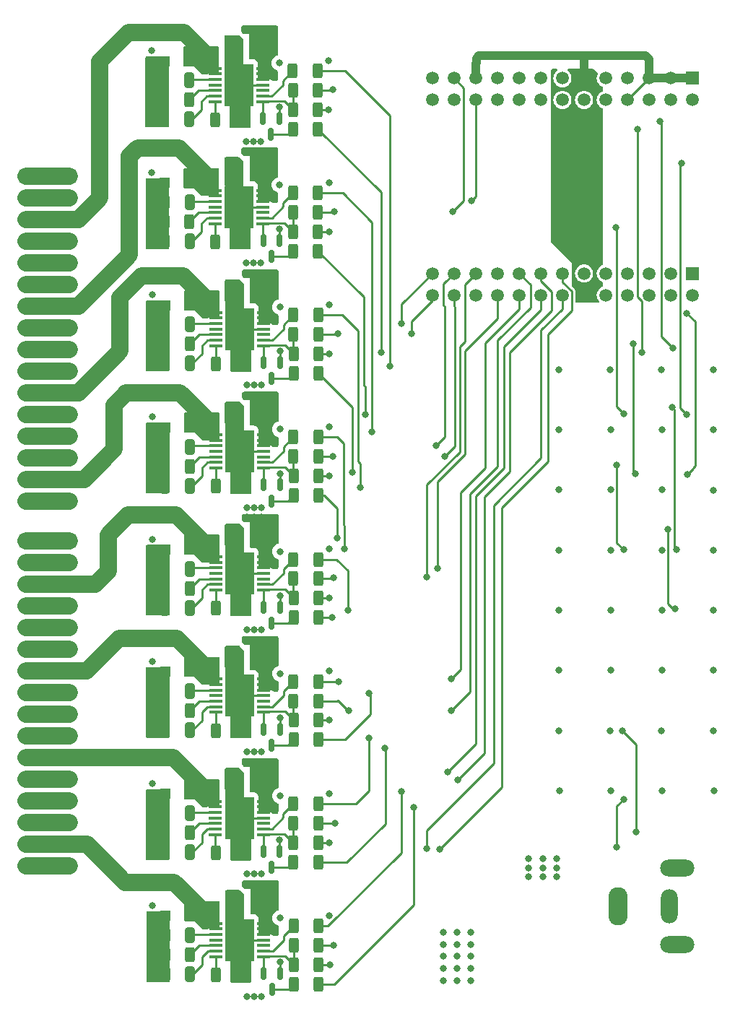
<source format=gbr>
G04 #@! TF.GenerationSoftware,KiCad,Pcbnew,8.0.1*
G04 #@! TF.CreationDate,2024-09-07T13:53:51-04:00*
G04 #@! TF.ProjectId,16ch-driver-v1,31366368-2d64-4726-9976-65722d76312e,rev?*
G04 #@! TF.SameCoordinates,Original*
G04 #@! TF.FileFunction,Copper,L4,Bot*
G04 #@! TF.FilePolarity,Positive*
%FSLAX46Y46*%
G04 Gerber Fmt 4.6, Leading zero omitted, Abs format (unit mm)*
G04 Created by KiCad (PCBNEW 8.0.1) date 2024-09-07 13:53:51*
%MOMM*%
%LPD*%
G01*
G04 APERTURE LIST*
G04 Aperture macros list*
%AMRoundRect*
0 Rectangle with rounded corners*
0 $1 Rounding radius*
0 $2 $3 $4 $5 $6 $7 $8 $9 X,Y pos of 4 corners*
0 Add a 4 corners polygon primitive as box body*
4,1,4,$2,$3,$4,$5,$6,$7,$8,$9,$2,$3,0*
0 Add four circle primitives for the rounded corners*
1,1,$1+$1,$2,$3*
1,1,$1+$1,$4,$5*
1,1,$1+$1,$6,$7*
1,1,$1+$1,$8,$9*
0 Add four rect primitives between the rounded corners*
20,1,$1+$1,$2,$3,$4,$5,0*
20,1,$1+$1,$4,$5,$6,$7,0*
20,1,$1+$1,$6,$7,$8,$9,0*
20,1,$1+$1,$8,$9,$2,$3,0*%
G04 Aperture macros list end*
G04 #@! TA.AperFunction,ComponentPad*
%ADD10R,1.508000X1.508000*%
G04 #@! TD*
G04 #@! TA.AperFunction,ComponentPad*
%ADD11C,1.508000*%
G04 #@! TD*
G04 #@! TA.AperFunction,ComponentPad*
%ADD12O,2.250000X4.500000*%
G04 #@! TD*
G04 #@! TA.AperFunction,ComponentPad*
%ADD13O,2.000000X4.000000*%
G04 #@! TD*
G04 #@! TA.AperFunction,ComponentPad*
%ADD14O,4.000000X2.000000*%
G04 #@! TD*
G04 #@! TA.AperFunction,SMDPad,CuDef*
%ADD15RoundRect,0.250000X0.312500X0.625000X-0.312500X0.625000X-0.312500X-0.625000X0.312500X-0.625000X0*%
G04 #@! TD*
G04 #@! TA.AperFunction,SMDPad,CuDef*
%ADD16RoundRect,0.150000X-0.150000X0.587500X-0.150000X-0.587500X0.150000X-0.587500X0.150000X0.587500X0*%
G04 #@! TD*
G04 #@! TA.AperFunction,SMDPad,CuDef*
%ADD17RoundRect,0.250000X0.325000X1.100000X-0.325000X1.100000X-0.325000X-1.100000X0.325000X-1.100000X0*%
G04 #@! TD*
G04 #@! TA.AperFunction,SMDPad,CuDef*
%ADD18RoundRect,0.250000X-0.325000X-0.650000X0.325000X-0.650000X0.325000X0.650000X-0.325000X0.650000X0*%
G04 #@! TD*
G04 #@! TA.AperFunction,SMDPad,CuDef*
%ADD19R,1.600000X0.300000*%
G04 #@! TD*
G04 #@! TA.AperFunction,SMDPad,CuDef*
%ADD20R,3.400000X5.000000*%
G04 #@! TD*
G04 #@! TA.AperFunction,SMDPad,CuDef*
%ADD21R,1.200000X1.200000*%
G04 #@! TD*
G04 #@! TA.AperFunction,SMDPad,CuDef*
%ADD22RoundRect,0.250000X-0.312500X-0.625000X0.312500X-0.625000X0.312500X0.625000X-0.312500X0.625000X0*%
G04 #@! TD*
G04 #@! TA.AperFunction,ViaPad*
%ADD23C,0.800000*%
G04 #@! TD*
G04 #@! TA.AperFunction,Conductor*
%ADD24C,0.250000*%
G04 #@! TD*
G04 #@! TA.AperFunction,Conductor*
%ADD25C,2.000000*%
G04 #@! TD*
G04 #@! TA.AperFunction,Conductor*
%ADD26C,1.000000*%
G04 #@! TD*
G04 APERTURE END LIST*
D10*
G04 #@! TO.P,J3,1_A,1*
G04 #@! TO.N,/SpikeAndHoldDriverAndLEDs-1/DriveOut*
X106637502Y-60639998D03*
G04 #@! TO.P,J3,1_B,1*
X101557502Y-60639998D03*
D11*
G04 #@! TO.P,J3,2_A,2*
G04 #@! TO.N,GND*
X106637502Y-63179998D03*
G04 #@! TO.P,J3,2_B,2*
X101557502Y-63179998D03*
G04 #@! TO.P,J3,3_A,3*
G04 #@! TO.N,/SpikeAndHoldDriverAndLEDs-9/DriveOut*
X106637502Y-65719998D03*
G04 #@! TO.P,J3,3_B,3*
X101557502Y-65719998D03*
G04 #@! TO.P,J3,4_A,4*
G04 #@! TO.N,GND*
X106637502Y-68259998D03*
G04 #@! TO.P,J3,4_B,4*
X101557502Y-68259998D03*
G04 #@! TO.P,J3,5_A,5*
G04 #@! TO.N,/SpikeAndHoldDriverAndLEDs-2/DriveOut*
X106637502Y-70799998D03*
G04 #@! TO.P,J3,5_B,5*
X101557502Y-70799998D03*
G04 #@! TO.P,J3,6_A,6*
G04 #@! TO.N,GND*
X106637502Y-73339998D03*
G04 #@! TO.P,J3,6_B,6*
X101557502Y-73339998D03*
G04 #@! TO.P,J3,7_A,7*
G04 #@! TO.N,/SpikeAndHoldDriverAndLEDs-10/DriveOut*
X106637502Y-75879998D03*
G04 #@! TO.P,J3,7_B,7*
X101557502Y-75879998D03*
G04 #@! TO.P,J3,8_A,8*
G04 #@! TO.N,GND*
X106637502Y-78419998D03*
G04 #@! TO.P,J3,8_B,8*
X101557502Y-78419998D03*
G04 #@! TO.P,J3,9_A,9*
G04 #@! TO.N,/SpikeAndHoldDriverAndLEDs-3/DriveOut*
X106637502Y-80959998D03*
G04 #@! TO.P,J3,9_B,9*
X101557502Y-80959998D03*
G04 #@! TO.P,J3,10_A,10*
G04 #@! TO.N,GND*
X106637502Y-83499998D03*
G04 #@! TO.P,J3,10_B,10*
X101557502Y-83499998D03*
G04 #@! TO.P,J3,11_A,11*
G04 #@! TO.N,/SpikeAndHoldDriverAndLEDs-11/DriveOut*
X106637502Y-86039998D03*
G04 #@! TO.P,J3,11_B,11*
X101557502Y-86039998D03*
G04 #@! TO.P,J3,12_A,12*
G04 #@! TO.N,GND*
X106637502Y-88579998D03*
G04 #@! TO.P,J3,12_B,12*
X101557502Y-88579998D03*
G04 #@! TO.P,J3,13_A,13*
G04 #@! TO.N,/SpikeAndHoldDriverAndLEDs-4/DriveOut*
X106637502Y-91119998D03*
G04 #@! TO.P,J3,13_B,13*
X101557502Y-91119998D03*
G04 #@! TO.P,J3,14_A,14*
G04 #@! TO.N,GND*
X106637502Y-93659998D03*
G04 #@! TO.P,J3,14_B,14*
X101557502Y-93659998D03*
G04 #@! TO.P,J3,15_A,15*
G04 #@! TO.N,/SpikeAndHoldDriverAndLEDs-12/DriveOut*
X106637502Y-96199998D03*
G04 #@! TO.P,J3,15_B,15*
X101557502Y-96199998D03*
G04 #@! TO.P,J3,16_A,16*
G04 #@! TO.N,GND*
X106637502Y-98739998D03*
G04 #@! TO.P,J3,16_B,16*
X101557502Y-98739998D03*
G04 #@! TD*
D12*
G04 #@! TO.P,J1,1*
G04 #@! TO.N,/12V_IN*
X170955086Y-146253591D03*
D13*
G04 #@! TO.P,J1,2*
G04 #@! TO.N,GND*
X176955086Y-146253591D03*
D14*
G04 #@! TO.P,J1,S1,SHIELD*
X177955086Y-141753591D03*
G04 #@! TO.P,J1,S2,SHIELD*
X177955086Y-150753591D03*
G04 #@! TD*
D10*
G04 #@! TO.P,J4,1_A,1*
G04 #@! TO.N,/SpikeAndHoldDriverAndLEDs-5/DriveOut*
X106662502Y-103439998D03*
G04 #@! TO.P,J4,1_B,1*
X101582502Y-103439998D03*
D11*
G04 #@! TO.P,J4,2_A,2*
G04 #@! TO.N,GND*
X106662502Y-105979998D03*
G04 #@! TO.P,J4,2_B,2*
X101582502Y-105979998D03*
G04 #@! TO.P,J4,3_A,3*
G04 #@! TO.N,/SpikeAndHoldDriverAndLEDs-13/DriveOut*
X106662502Y-108519998D03*
G04 #@! TO.P,J4,3_B,3*
X101582502Y-108519998D03*
G04 #@! TO.P,J4,4_A,4*
G04 #@! TO.N,GND*
X106662502Y-111059998D03*
G04 #@! TO.P,J4,4_B,4*
X101582502Y-111059998D03*
G04 #@! TO.P,J4,5_A,5*
G04 #@! TO.N,/SpikeAndHoldDriverAndLEDs-6/DriveOut*
X106662502Y-113599998D03*
G04 #@! TO.P,J4,5_B,5*
X101582502Y-113599998D03*
G04 #@! TO.P,J4,6_A,6*
G04 #@! TO.N,GND*
X106662502Y-116139998D03*
G04 #@! TO.P,J4,6_B,6*
X101582502Y-116139998D03*
G04 #@! TO.P,J4,7_A,7*
G04 #@! TO.N,/SpikeAndHoldDriverAndLEDs-14/DriveOut*
X106662502Y-118679998D03*
G04 #@! TO.P,J4,7_B,7*
X101582502Y-118679998D03*
G04 #@! TO.P,J4,8_A,8*
G04 #@! TO.N,GND*
X106662502Y-121219998D03*
G04 #@! TO.P,J4,8_B,8*
X101582502Y-121219998D03*
G04 #@! TO.P,J4,9_A,9*
G04 #@! TO.N,/SpikeAndHoldDriverAndLEDs-7/DriveOut*
X106662502Y-123759998D03*
G04 #@! TO.P,J4,9_B,9*
X101582502Y-123759998D03*
G04 #@! TO.P,J4,10_A,10*
G04 #@! TO.N,GND*
X106662502Y-126299998D03*
G04 #@! TO.P,J4,10_B,10*
X101582502Y-126299998D03*
G04 #@! TO.P,J4,11_A,11*
G04 #@! TO.N,/SpikeAndHoldDriverAndLEDs-15/DriveOut*
X106662502Y-128839998D03*
G04 #@! TO.P,J4,11_B,11*
X101582502Y-128839998D03*
G04 #@! TO.P,J4,12_A,12*
G04 #@! TO.N,GND*
X106662502Y-131379998D03*
G04 #@! TO.P,J4,12_B,12*
X101582502Y-131379998D03*
G04 #@! TO.P,J4,13_A,13*
G04 #@! TO.N,/SpikeAndHoldDriverAndLEDs-8/DriveOut*
X106662502Y-133919998D03*
G04 #@! TO.P,J4,13_B,13*
X101582502Y-133919998D03*
G04 #@! TO.P,J4,14_A,14*
G04 #@! TO.N,GND*
X106662502Y-136459998D03*
G04 #@! TO.P,J4,14_B,14*
X101582502Y-136459998D03*
G04 #@! TO.P,J4,15_A,15*
G04 #@! TO.N,/SpikeAndHoldDriverAndLEDs-16/DriveOut*
X106662502Y-138999998D03*
G04 #@! TO.P,J4,15_B,15*
X101582502Y-138999998D03*
G04 #@! TO.P,J4,16_A,16*
G04 #@! TO.N,GND*
X106662502Y-141539998D03*
G04 #@! TO.P,J4,16_B,16*
X101582502Y-141539998D03*
G04 #@! TD*
D10*
G04 #@! TO.P,U18,CN2-1,V3V3*
G04 #@! TO.N,+3.3V*
X179697064Y-49188987D03*
D11*
G04 #@! TO.P,U18,CN2-2,GND*
G04 #@! TO.N,GND*
X179697064Y-51728987D03*
G04 #@! TO.P,U18,CN2-3,V3V3*
G04 #@! TO.N,+3.3V*
X177157064Y-49188987D03*
G04 #@! TO.P,U18,CN2-4,GND*
G04 #@! TO.N,GND*
X177157064Y-51728987D03*
G04 #@! TO.P,U18,CN2-5,V3V3*
G04 #@! TO.N,+3.3V*
X174617064Y-49188987D03*
G04 #@! TO.P,U18,CN2-6,GND*
G04 #@! TO.N,GND*
X174617064Y-51728987D03*
G04 #@! TO.P,U18,CN2-7,AD0*
G04 #@! TO.N,unconnected-(U18-AD0-PadCN2-7)*
X172077064Y-49188987D03*
G04 #@! TO.P,U18,CN2-8,RESET#*
G04 #@! TO.N,+3.3V*
X172077064Y-51728987D03*
G04 #@! TO.P,U18,CN2-9,AD2*
G04 #@! TO.N,unconnected-(U18-AD2-PadCN2-9)*
X169537064Y-49188987D03*
G04 #@! TO.P,U18,CN2-10,AD1*
G04 #@! TO.N,unconnected-(U18-AD1-PadCN2-10)*
X169537064Y-51728987D03*
G04 #@! TO.P,U18,CN2-11,VIO*
G04 #@! TO.N,+3.3V*
X166997064Y-49188987D03*
G04 #@! TO.P,U18,CN2-12,AD3*
G04 #@! TO.N,unconnected-(U18-AD3-PadCN2-12)*
X166997064Y-51728987D03*
G04 #@! TO.P,U18,CN2-13,AD5*
G04 #@! TO.N,unconnected-(U18-AD5-PadCN2-13)*
X164457064Y-49188987D03*
G04 #@! TO.P,U18,CN2-14,AD4*
G04 #@! TO.N,unconnected-(U18-AD4-PadCN2-14)*
X164457064Y-51728987D03*
G04 #@! TO.P,U18,CN2-15,AD7*
G04 #@! TO.N,unconnected-(U18-AD7-PadCN2-15)*
X161917064Y-49188987D03*
G04 #@! TO.P,U18,CN2-16,AD6*
G04 #@! TO.N,unconnected-(U18-AD6-PadCN2-16)*
X161917064Y-51728987D03*
G04 #@! TO.P,U18,CN2-17,BD1*
G04 #@! TO.N,unconnected-(U18-BD1-PadCN2-17)*
X159377064Y-49188987D03*
G04 #@! TO.P,U18,CN2-18,BD0*
G04 #@! TO.N,unconnected-(U18-BD0-PadCN2-18)*
X159377064Y-51728987D03*
G04 #@! TO.P,U18,CN2-19,BD3*
G04 #@! TO.N,unconnected-(U18-BD3-PadCN2-19)*
X156837064Y-49188987D03*
G04 #@! TO.P,U18,CN2-20,BD2*
G04 #@! TO.N,unconnected-(U18-BD2-PadCN2-20)*
X156837064Y-51728987D03*
G04 #@! TO.P,U18,CN2-21,VIO*
G04 #@! TO.N,+3.3V*
X154297064Y-49188987D03*
G04 #@! TO.P,U18,CN2-22,BD4*
G04 #@! TO.N,/SpikeAndHoldDriverAndLEDs-2/TTLInput*
X154297064Y-51728987D03*
G04 #@! TO.P,U18,CN2-23,BD6*
G04 #@! TO.N,/SpikeAndHoldDriverAndLEDs-10/TTLInput*
X151757064Y-49188987D03*
G04 #@! TO.P,U18,CN2-24,BD5*
G04 #@! TO.N,/SpikeAndHoldDriverAndLEDs-1/TTLInput*
X151757064Y-51728987D03*
G04 #@! TO.P,U18,CN2-25,SUSPEND#*
G04 #@! TO.N,unconnected-(U18-SUSPEND#-PadCN2-25)*
X149217064Y-49188987D03*
G04 #@! TO.P,U18,CN2-26,BD7*
G04 #@! TO.N,/SpikeAndHoldDriverAndLEDs-9/TTLInput*
X149217064Y-51728987D03*
D10*
G04 #@! TO.P,U18,CN3-1,VBUS*
G04 #@! TO.N,Net-(U18-VBUS)*
X179697064Y-72078987D03*
D11*
G04 #@! TO.P,U18,CN3-2,GND*
G04 #@! TO.N,unconnected-(U18-GND-PadCN3-2)*
X179687064Y-74618987D03*
G04 #@! TO.P,U18,CN3-3,VCC*
G04 #@! TO.N,Net-(U18-VBUS)*
X177157064Y-72078987D03*
G04 #@! TO.P,U18,CN3-4,GND*
G04 #@! TO.N,unconnected-(U18-GND-PadCN3-4)*
X177157064Y-74618987D03*
G04 #@! TO.P,U18,CN3-5,CS*
G04 #@! TO.N,unconnected-(U18-CS-PadCN3-5)*
X174617064Y-72078987D03*
G04 #@! TO.P,U18,CN3-6,CLK*
G04 #@! TO.N,unconnected-(U18-CLK-PadCN3-6)*
X174617064Y-74618987D03*
G04 #@! TO.P,U18,CN3-7,DATA*
G04 #@! TO.N,unconnected-(U18-DATA-PadCN3-7)*
X172077064Y-72078987D03*
G04 #@! TO.P,U18,CN3-8,PWREN#*
G04 #@! TO.N,unconnected-(U18-PWREN#-PadCN3-8)*
X172077064Y-74618987D03*
G04 #@! TO.P,U18,CN3-9,DD7*
G04 #@! TO.N,unconnected-(U18-DD7-PadCN3-9)*
X169537064Y-72078987D03*
G04 #@! TO.P,U18,CN3-10,DD6*
G04 #@! TO.N,unconnected-(U18-DD6-PadCN3-10)*
X169537064Y-74618987D03*
G04 #@! TO.P,U18,CN3-11,DD5*
G04 #@! TO.N,unconnected-(U18-DD5-PadCN3-11)*
X166997064Y-72078987D03*
G04 #@! TO.P,U18,CN3-12,VIO*
G04 #@! TO.N,+3.3V*
X166997064Y-74618987D03*
G04 #@! TO.P,U18,CN3-13,DD4*
G04 #@! TO.N,/SpikeAndHoldDriverAndLEDs-16/TTLInput*
X164457064Y-72078987D03*
G04 #@! TO.P,U18,CN3-14,DD3*
G04 #@! TO.N,/SpikeAndHoldDriverAndLEDs-8/TTLInput*
X164457064Y-74618987D03*
G04 #@! TO.P,U18,CN3-15,DD2*
G04 #@! TO.N,/SpikeAndHoldDriverAndLEDs-15/TTLInput*
X161917064Y-72078987D03*
G04 #@! TO.P,U18,CN3-16,DD1*
G04 #@! TO.N,/SpikeAndHoldDriverAndLEDs-7/TTLInput*
X161917064Y-74618987D03*
G04 #@! TO.P,U18,CN3-17,DD0*
G04 #@! TO.N,/SpikeAndHoldDriverAndLEDs-14/TTLInput*
X159377064Y-72078987D03*
G04 #@! TO.P,U18,CN3-18,CD7*
G04 #@! TO.N,/SpikeAndHoldDriverAndLEDs-6/TTLInput*
X159377064Y-74618987D03*
G04 #@! TO.P,U18,CN3-19,CD6*
G04 #@! TO.N,unconnected-(U18-CD6-PadCN3-19)*
X156837064Y-72078987D03*
G04 #@! TO.P,U18,CN3-20,CD5*
G04 #@! TO.N,/SpikeAndHoldDriverAndLEDs-5/TTLInput*
X156837064Y-74618987D03*
G04 #@! TO.P,U18,CN3-21,CD4*
G04 #@! TO.N,/SpikeAndHoldDriverAndLEDs-13/TTLInput*
X154297064Y-72078987D03*
G04 #@! TO.P,U18,CN3-22,VIO*
G04 #@! TO.N,+3.3V*
X154297064Y-74618987D03*
G04 #@! TO.P,U18,CN3-23,CD3*
G04 #@! TO.N,/SpikeAndHoldDriverAndLEDs-4/TTLInput*
X151757064Y-72078987D03*
G04 #@! TO.P,U18,CN3-24,CD2*
G04 #@! TO.N,/SpikeAndHoldDriverAndLEDs-12/TTLInput*
X151757064Y-74618987D03*
G04 #@! TO.P,U18,CN3-25,CD1*
G04 #@! TO.N,/SpikeAndHoldDriverAndLEDs-3/TTLInput*
X149217064Y-72078987D03*
G04 #@! TO.P,U18,CN3-26,CD0*
G04 #@! TO.N,/SpikeAndHoldDriverAndLEDs-11/TTLInput*
X149217064Y-74618987D03*
G04 #@! TD*
D15*
G04 #@! TO.P,R78,1*
G04 #@! TO.N,Net-(D39-K)*
X135830002Y-105594999D03*
G04 #@! TO.P,R78,2*
G04 #@! TO.N,Net-(U13-STATUS_OK_FLAG)*
X132905002Y-105594999D03*
G04 #@! TD*
G04 #@! TO.P,R55,1*
G04 #@! TO.N,Net-(D29-K)*
X135800002Y-69459999D03*
G04 #@! TO.P,R55,2*
G04 #@! TO.N,Net-(Q10-D)*
X132875002Y-69459999D03*
G04 #@! TD*
G04 #@! TO.P,R67,1*
G04 #@! TO.N,Net-(D35-K)*
X135850002Y-98109999D03*
G04 #@! TO.P,R67,2*
G04 #@! TO.N,Net-(Q12-D)*
X132925002Y-98109999D03*
G04 #@! TD*
D16*
G04 #@! TO.P,Q9,1,G*
G04 #@! TO.N,Net-(Q9-G)*
X129342502Y-53924999D03*
G04 #@! TO.P,Q9,2,S*
G04 #@! TO.N,GND*
X131242502Y-53924999D03*
G04 #@! TO.P,Q9,3,D*
G04 #@! TO.N,Net-(Q9-D)*
X130292502Y-55799999D03*
G04 #@! TD*
D15*
G04 #@! TO.P,R60,1*
G04 #@! TO.N,Net-(D30-K)*
X135780002Y-62619999D03*
G04 #@! TO.P,R60,2*
G04 #@! TO.N,Net-(U10-STATUS_OK_FLAG)*
X132855002Y-62619999D03*
G04 #@! TD*
D17*
G04 #@! TO.P,C38,1*
G04 #@! TO.N,+12V*
X128417502Y-102749999D03*
G04 #@! TO.P,C38,2*
G04 #@! TO.N,GND*
X125467502Y-102749999D03*
G04 #@! TD*
G04 #@! TO.P,C32,1*
G04 #@! TO.N,+12V*
X128417502Y-74099999D03*
G04 #@! TO.P,C32,2*
G04 #@! TO.N,GND*
X125467502Y-74099999D03*
G04 #@! TD*
D18*
G04 #@! TO.P,C27,1*
G04 #@! TO.N,GND*
X117757502Y-54022499D03*
G04 #@! TO.P,C27,2*
G04 #@! TO.N,Net-(U9-DELAY_ADJ)*
X120707502Y-54022499D03*
G04 #@! TD*
D16*
G04 #@! TO.P,Q16,1,G*
G04 #@! TO.N,Net-(Q16-G)*
X129448501Y-154157499D03*
G04 #@! TO.P,Q16,2,S*
G04 #@! TO.N,GND*
X131348501Y-154157499D03*
G04 #@! TO.P,Q16,3,D*
G04 #@! TO.N,Net-(Q16-D)*
X130398501Y-156032499D03*
G04 #@! TD*
D15*
G04 #@! TO.P,R70,1*
G04 #@! TO.N,GND*
X135848803Y-95808299D03*
G04 #@! TO.P,R70,2*
G04 #@! TO.N,Net-(Q12-G)*
X132923803Y-95808299D03*
G04 #@! TD*
D17*
G04 #@! TO.P,C35,1*
G04 #@! TO.N,+12V*
X128417502Y-88424999D03*
G04 #@! TO.P,C35,2*
G04 #@! TO.N,GND*
X125467502Y-88424999D03*
G04 #@! TD*
D15*
G04 #@! TO.P,R57,1*
G04 #@! TO.N,/SpikeAndHoldDriverAndLEDs-10/TTLInput*
X135796503Y-64899999D03*
G04 #@! TO.P,R57,2*
G04 #@! TO.N,Net-(Q10-G)*
X132871503Y-64899999D03*
G04 #@! TD*
D19*
G04 #@! TO.P,U12,1,DUTY_CYCLE_ADJ*
G04 #@! TO.N,Net-(U12-DUTY_CYCLE_ADJ)*
X123786503Y-94879999D03*
G04 #@! TO.P,U12,2,DELAY_ADJ*
G04 #@! TO.N,Net-(U12-DELAY_ADJ)*
X123786503Y-94229999D03*
G04 #@! TO.P,U12,3,OSC_FREQ_ADJ*
G04 #@! TO.N,Net-(U12-OSC_FREQ_ADJ)*
X123786503Y-93579999D03*
G04 #@! TO.P,U12,4,MASTER*
G04 #@! TO.N,unconnected-(U12-MASTER-Pad4)*
X123786503Y-92929999D03*
G04 #@! TO.P,U12,5,BOOT*
G04 #@! TO.N,Net-(U12-BOOT)*
X123786503Y-92279999D03*
G04 #@! TO.P,U12,6,OUT1*
G04 #@! TO.N,/SpikeAndHoldDriverAndLEDs-12/DriveOut*
X123786503Y-91629999D03*
G04 #@! TO.P,U12,7,OUT2*
X123786503Y-90979999D03*
G04 #@! TO.P,U12,8,VPS2*
G04 #@! TO.N,+12V*
X129386503Y-90979999D03*
G04 #@! TO.P,U12,9,VPS1*
X129386503Y-91629999D03*
G04 #@! TO.P,U12,10,+VS*
X129386503Y-92279999D03*
G04 #@! TO.P,U12,11,GND*
G04 #@! TO.N,GND*
X129386503Y-92929999D03*
G04 #@! TO.P,U12,12,SYNC*
G04 #@! TO.N,unconnected-(U12-SYNC-Pad12)*
X129386503Y-93579999D03*
G04 #@! TO.P,U12,13,STATUS_OK_FLAG*
G04 #@! TO.N,Net-(U12-STATUS_OK_FLAG)*
X129386503Y-94229999D03*
G04 #@! TO.P,U12,14,INPUT*
G04 #@! TO.N,Net-(Q12-G)*
X129386503Y-94879999D03*
D20*
G04 #@! TO.P,U12,15,EPAD*
G04 #@! TO.N,GND*
X126586503Y-92929999D03*
G04 #@! TD*
D15*
G04 #@! TO.P,R92,1*
G04 #@! TO.N,GND*
X126751001Y-154304999D03*
G04 #@! TO.P,R92,2*
G04 #@! TO.N,Net-(U16-DUTY_CYCLE_ADJ)*
X123826001Y-154304999D03*
G04 #@! TD*
G04 #@! TO.P,R76,1*
G04 #@! TO.N,GND*
X135848803Y-110133299D03*
G04 #@! TO.P,R76,2*
G04 #@! TO.N,Net-(Q13-G)*
X132923803Y-110133299D03*
G04 #@! TD*
G04 #@! TO.P,R90,1*
G04 #@! TO.N,Net-(D45-K)*
X135818499Y-134250000D03*
G04 #@! TO.P,R90,2*
G04 #@! TO.N,Net-(U15-STATUS_OK_FLAG)*
X132893499Y-134250000D03*
G04 #@! TD*
D18*
G04 #@! TO.P,C49,1*
G04 #@! TO.N,GND*
X117863501Y-149684999D03*
G04 #@! TO.P,C49,2*
G04 #@! TO.N,Net-(U16-BOOT)*
X120813501Y-149684999D03*
G04 #@! TD*
G04 #@! TO.P,C39,1*
G04 #@! TO.N,GND*
X117832502Y-111284999D03*
G04 #@! TO.P,C39,2*
G04 #@! TO.N,Net-(U13-DELAY_ADJ)*
X120782502Y-111284999D03*
G04 #@! TD*
D15*
G04 #@! TO.P,R74,1*
G04 #@! TO.N,GND*
X126720002Y-111334999D03*
G04 #@! TO.P,R74,2*
G04 #@! TO.N,Net-(U13-DUTY_CYCLE_ADJ)*
X123795002Y-111334999D03*
G04 #@! TD*
G04 #@! TO.P,R63,1*
G04 #@! TO.N,/SpikeAndHoldDriverAndLEDs-11/TTLInput*
X135846503Y-79224999D03*
G04 #@! TO.P,R63,2*
G04 #@! TO.N,Net-(Q11-G)*
X132921503Y-79224999D03*
G04 #@! TD*
D16*
G04 #@! TO.P,Q15,1,G*
G04 #@! TO.N,Net-(Q15-G)*
X129405999Y-139842500D03*
G04 #@! TO.P,Q15,2,S*
G04 #@! TO.N,GND*
X131305999Y-139842500D03*
G04 #@! TO.P,Q15,3,D*
G04 #@! TO.N,Net-(Q15-D)*
X130355999Y-141717500D03*
G04 #@! TD*
D15*
G04 #@! TO.P,R62,1*
G04 #@! TO.N,GND*
X126720002Y-82684999D03*
G04 #@! TO.P,R62,2*
G04 #@! TO.N,Net-(U11-DUTY_CYCLE_ADJ)*
X123795002Y-82684999D03*
G04 #@! TD*
D21*
G04 #@! TO.P,D28,1,K*
G04 #@! TO.N,/SpikeAndHoldDriverAndLEDs-10/DriveOut*
X120645002Y-61469999D03*
G04 #@! TO.P,D28,2,A*
G04 #@! TO.N,GND*
X117845002Y-61469999D03*
G04 #@! TD*
D19*
G04 #@! TO.P,U13,1,DUTY_CYCLE_ADJ*
G04 #@! TO.N,Net-(U13-DUTY_CYCLE_ADJ)*
X123786503Y-109204999D03*
G04 #@! TO.P,U13,2,DELAY_ADJ*
G04 #@! TO.N,Net-(U13-DELAY_ADJ)*
X123786503Y-108554999D03*
G04 #@! TO.P,U13,3,OSC_FREQ_ADJ*
G04 #@! TO.N,Net-(U13-OSC_FREQ_ADJ)*
X123786503Y-107904999D03*
G04 #@! TO.P,U13,4,MASTER*
G04 #@! TO.N,unconnected-(U13-MASTER-Pad4)*
X123786503Y-107254999D03*
G04 #@! TO.P,U13,5,BOOT*
G04 #@! TO.N,Net-(U13-BOOT)*
X123786503Y-106604999D03*
G04 #@! TO.P,U13,6,OUT1*
G04 #@! TO.N,/SpikeAndHoldDriverAndLEDs-13/DriveOut*
X123786503Y-105954999D03*
G04 #@! TO.P,U13,7,OUT2*
X123786503Y-105304999D03*
G04 #@! TO.P,U13,8,VPS2*
G04 #@! TO.N,+12V*
X129386503Y-105304999D03*
G04 #@! TO.P,U13,9,VPS1*
X129386503Y-105954999D03*
G04 #@! TO.P,U13,10,+VS*
X129386503Y-106604999D03*
G04 #@! TO.P,U13,11,GND*
G04 #@! TO.N,GND*
X129386503Y-107254999D03*
G04 #@! TO.P,U13,12,SYNC*
G04 #@! TO.N,unconnected-(U13-SYNC-Pad12)*
X129386503Y-107904999D03*
G04 #@! TO.P,U13,13,STATUS_OK_FLAG*
G04 #@! TO.N,Net-(U13-STATUS_OK_FLAG)*
X129386503Y-108554999D03*
G04 #@! TO.P,U13,14,INPUT*
G04 #@! TO.N,Net-(Q13-G)*
X129386503Y-109204999D03*
D20*
G04 #@! TO.P,U13,15,EPAD*
G04 #@! TO.N,GND*
X126586503Y-107254999D03*
G04 #@! TD*
D18*
G04 #@! TO.P,C30,1*
G04 #@! TO.N,GND*
X117782502Y-68309999D03*
G04 #@! TO.P,C30,2*
G04 #@! TO.N,Net-(U10-DELAY_ADJ)*
X120732502Y-68309999D03*
G04 #@! TD*
D21*
G04 #@! TO.P,D25,1,K*
G04 #@! TO.N,/SpikeAndHoldDriverAndLEDs-9/DriveOut*
X120620002Y-47182499D03*
G04 #@! TO.P,D25,2,A*
G04 #@! TO.N,GND*
X117820002Y-47182499D03*
G04 #@! TD*
D15*
G04 #@! TO.P,R69,1*
G04 #@! TO.N,/SpikeAndHoldDriverAndLEDs-12/TTLInput*
X135846503Y-93549999D03*
G04 #@! TO.P,R69,2*
G04 #@! TO.N,Net-(Q12-G)*
X132921503Y-93549999D03*
G04 #@! TD*
G04 #@! TO.P,R61,1*
G04 #@! TO.N,Net-(D32-K)*
X135850002Y-83784999D03*
G04 #@! TO.P,R61,2*
G04 #@! TO.N,Net-(Q11-D)*
X132925002Y-83784999D03*
G04 #@! TD*
G04 #@! TO.P,R68,1*
G04 #@! TO.N,GND*
X126720002Y-97009999D03*
G04 #@! TO.P,R68,2*
G04 #@! TO.N,Net-(U12-DUTY_CYCLE_ADJ)*
X123795002Y-97009999D03*
G04 #@! TD*
D17*
G04 #@! TO.P,C29,1*
G04 #@! TO.N,+12V*
X128367502Y-59774999D03*
G04 #@! TO.P,C29,2*
G04 #@! TO.N,GND*
X125417502Y-59774999D03*
G04 #@! TD*
D15*
G04 #@! TO.P,R94,1*
G04 #@! TO.N,GND*
X135879802Y-153103299D03*
G04 #@! TO.P,R94,2*
G04 #@! TO.N,Net-(Q16-G)*
X132954802Y-153103299D03*
G04 #@! TD*
G04 #@! TO.P,R85,1*
G04 #@! TO.N,Net-(D44-K)*
X135838499Y-141090000D03*
G04 #@! TO.P,R85,2*
G04 #@! TO.N,Net-(Q15-D)*
X132913499Y-141090000D03*
G04 #@! TD*
G04 #@! TO.P,R64,1*
G04 #@! TO.N,GND*
X135848803Y-81483299D03*
G04 #@! TO.P,R64,2*
G04 #@! TO.N,Net-(Q11-G)*
X132923803Y-81483299D03*
G04 #@! TD*
D22*
G04 #@! TO.P,R59,1*
G04 #@! TO.N,GND*
X117786503Y-66029999D03*
G04 #@! TO.P,R59,2*
G04 #@! TO.N,Net-(U10-OSC_FREQ_ADJ)*
X120711503Y-66029999D03*
G04 #@! TD*
D15*
G04 #@! TO.P,R84,1*
G04 #@! TO.N,Net-(D42-K)*
X135830002Y-119919999D03*
G04 #@! TO.P,R84,2*
G04 #@! TO.N,Net-(U14-STATUS_OK_FLAG)*
X132905002Y-119919999D03*
G04 #@! TD*
G04 #@! TO.P,R54,1*
G04 #@! TO.N,Net-(D27-K)*
X135755002Y-48332499D03*
G04 #@! TO.P,R54,2*
G04 #@! TO.N,Net-(U9-STATUS_OK_FLAG)*
X132830002Y-48332499D03*
G04 #@! TD*
D18*
G04 #@! TO.P,C40,1*
G04 #@! TO.N,GND*
X117832502Y-106714999D03*
G04 #@! TO.P,C40,2*
G04 #@! TO.N,Net-(U13-BOOT)*
X120782502Y-106714999D03*
G04 #@! TD*
D21*
G04 #@! TO.P,D37,1,K*
G04 #@! TO.N,/SpikeAndHoldDriverAndLEDs-13/DriveOut*
X120695002Y-104444999D03*
G04 #@! TO.P,D37,2,A*
G04 #@! TO.N,GND*
X117895002Y-104444999D03*
G04 #@! TD*
D15*
G04 #@! TO.P,R49,1*
G04 #@! TO.N,Net-(D26-K)*
X135775002Y-55172499D03*
G04 #@! TO.P,R49,2*
G04 #@! TO.N,Net-(Q9-D)*
X132850002Y-55172499D03*
G04 #@! TD*
D19*
G04 #@! TO.P,U9,1,DUTY_CYCLE_ADJ*
G04 #@! TO.N,Net-(U9-DUTY_CYCLE_ADJ)*
X123711503Y-51942499D03*
G04 #@! TO.P,U9,2,DELAY_ADJ*
G04 #@! TO.N,Net-(U9-DELAY_ADJ)*
X123711503Y-51292499D03*
G04 #@! TO.P,U9,3,OSC_FREQ_ADJ*
G04 #@! TO.N,Net-(U9-OSC_FREQ_ADJ)*
X123711503Y-50642499D03*
G04 #@! TO.P,U9,4,MASTER*
G04 #@! TO.N,unconnected-(U9-MASTER-Pad4)*
X123711503Y-49992499D03*
G04 #@! TO.P,U9,5,BOOT*
G04 #@! TO.N,Net-(U9-BOOT)*
X123711503Y-49342499D03*
G04 #@! TO.P,U9,6,OUT1*
G04 #@! TO.N,/SpikeAndHoldDriverAndLEDs-9/DriveOut*
X123711503Y-48692499D03*
G04 #@! TO.P,U9,7,OUT2*
X123711503Y-48042499D03*
G04 #@! TO.P,U9,8,VPS2*
G04 #@! TO.N,+12V*
X129311503Y-48042499D03*
G04 #@! TO.P,U9,9,VPS1*
X129311503Y-48692499D03*
G04 #@! TO.P,U9,10,+VS*
X129311503Y-49342499D03*
G04 #@! TO.P,U9,11,GND*
G04 #@! TO.N,GND*
X129311503Y-49992499D03*
G04 #@! TO.P,U9,12,SYNC*
G04 #@! TO.N,unconnected-(U9-SYNC-Pad12)*
X129311503Y-50642499D03*
G04 #@! TO.P,U9,13,STATUS_OK_FLAG*
G04 #@! TO.N,Net-(U9-STATUS_OK_FLAG)*
X129311503Y-51292499D03*
G04 #@! TO.P,U9,14,INPUT*
G04 #@! TO.N,Net-(Q9-G)*
X129311503Y-51942499D03*
D20*
G04 #@! TO.P,U9,15,EPAD*
G04 #@! TO.N,GND*
X126511503Y-49992499D03*
G04 #@! TD*
D15*
G04 #@! TO.P,R50,1*
G04 #@! TO.N,GND*
X126645002Y-54072499D03*
G04 #@! TO.P,R50,2*
G04 #@! TO.N,Net-(U9-DUTY_CYCLE_ADJ)*
X123720002Y-54072499D03*
G04 #@! TD*
G04 #@! TO.P,R73,1*
G04 #@! TO.N,Net-(D38-K)*
X135850002Y-112434999D03*
G04 #@! TO.P,R73,2*
G04 #@! TO.N,Net-(Q13-D)*
X132925002Y-112434999D03*
G04 #@! TD*
D16*
G04 #@! TO.P,Q10,1,G*
G04 #@! TO.N,Net-(Q10-G)*
X129367502Y-68212499D03*
G04 #@! TO.P,Q10,2,S*
G04 #@! TO.N,GND*
X131267502Y-68212499D03*
G04 #@! TO.P,Q10,3,D*
G04 #@! TO.N,Net-(Q10-D)*
X130317502Y-70087499D03*
G04 #@! TD*
D17*
G04 #@! TO.P,C26,1*
G04 #@! TO.N,+12V*
X128342502Y-45487499D03*
G04 #@! TO.P,C26,2*
G04 #@! TO.N,GND*
X125392502Y-45487499D03*
G04 #@! TD*
D21*
G04 #@! TO.P,D34,1,K*
G04 #@! TO.N,/SpikeAndHoldDriverAndLEDs-12/DriveOut*
X120695002Y-90119999D03*
G04 #@! TO.P,D34,2,A*
G04 #@! TO.N,GND*
X117895002Y-90119999D03*
G04 #@! TD*
D15*
G04 #@! TO.P,R72,1*
G04 #@! TO.N,Net-(D36-K)*
X135830002Y-91269999D03*
G04 #@! TO.P,R72,2*
G04 #@! TO.N,Net-(U12-STATUS_OK_FLAG)*
X132905002Y-91269999D03*
G04 #@! TD*
D18*
G04 #@! TO.P,C45,1*
G04 #@! TO.N,GND*
X117820999Y-139940000D03*
G04 #@! TO.P,C45,2*
G04 #@! TO.N,Net-(U15-DELAY_ADJ)*
X120770999Y-139940000D03*
G04 #@! TD*
G04 #@! TO.P,C37,1*
G04 #@! TO.N,GND*
X117832502Y-92389999D03*
G04 #@! TO.P,C37,2*
G04 #@! TO.N,Net-(U12-BOOT)*
X120782502Y-92389999D03*
G04 #@! TD*
D15*
G04 #@! TO.P,R66,1*
G04 #@! TO.N,Net-(D33-K)*
X135830002Y-76944999D03*
G04 #@! TO.P,R66,2*
G04 #@! TO.N,Net-(U11-STATUS_OK_FLAG)*
X132905002Y-76944999D03*
G04 #@! TD*
D18*
G04 #@! TO.P,C31,1*
G04 #@! TO.N,GND*
X117782502Y-63739999D03*
G04 #@! TO.P,C31,2*
G04 #@! TO.N,Net-(U10-BOOT)*
X120732502Y-63739999D03*
G04 #@! TD*
D15*
G04 #@! TO.P,R96,1*
G04 #@! TO.N,Net-(D48-K)*
X135861001Y-148564999D03*
G04 #@! TO.P,R96,2*
G04 #@! TO.N,Net-(U16-STATUS_OK_FLAG)*
X132936001Y-148564999D03*
G04 #@! TD*
D18*
G04 #@! TO.P,C43,1*
G04 #@! TO.N,GND*
X117832502Y-121039999D03*
G04 #@! TO.P,C43,2*
G04 #@! TO.N,Net-(U14-BOOT)*
X120782502Y-121039999D03*
G04 #@! TD*
G04 #@! TO.P,C46,1*
G04 #@! TO.N,GND*
X117820999Y-135370000D03*
G04 #@! TO.P,C46,2*
G04 #@! TO.N,Net-(U15-BOOT)*
X120770999Y-135370000D03*
G04 #@! TD*
D22*
G04 #@! TO.P,R71,1*
G04 #@! TO.N,GND*
X117836503Y-94679999D03*
G04 #@! TO.P,R71,2*
G04 #@! TO.N,Net-(U12-OSC_FREQ_ADJ)*
X120761503Y-94679999D03*
G04 #@! TD*
D15*
G04 #@! TO.P,R75,1*
G04 #@! TO.N,/SpikeAndHoldDriverAndLEDs-13/TTLInput*
X135846503Y-107874999D03*
G04 #@! TO.P,R75,2*
G04 #@! TO.N,Net-(Q13-G)*
X132921503Y-107874999D03*
G04 #@! TD*
D21*
G04 #@! TO.P,D40,1,K*
G04 #@! TO.N,/SpikeAndHoldDriverAndLEDs-14/DriveOut*
X120695002Y-118769999D03*
G04 #@! TO.P,D40,2,A*
G04 #@! TO.N,GND*
X117895002Y-118769999D03*
G04 #@! TD*
D19*
G04 #@! TO.P,U16,1,DUTY_CYCLE_ADJ*
G04 #@! TO.N,Net-(U16-DUTY_CYCLE_ADJ)*
X123817502Y-152174999D03*
G04 #@! TO.P,U16,2,DELAY_ADJ*
G04 #@! TO.N,Net-(U16-DELAY_ADJ)*
X123817502Y-151524999D03*
G04 #@! TO.P,U16,3,OSC_FREQ_ADJ*
G04 #@! TO.N,Net-(U16-OSC_FREQ_ADJ)*
X123817502Y-150874999D03*
G04 #@! TO.P,U16,4,MASTER*
G04 #@! TO.N,unconnected-(U16-MASTER-Pad4)*
X123817502Y-150224999D03*
G04 #@! TO.P,U16,5,BOOT*
G04 #@! TO.N,Net-(U16-BOOT)*
X123817502Y-149574999D03*
G04 #@! TO.P,U16,6,OUT1*
G04 #@! TO.N,/SpikeAndHoldDriverAndLEDs-16/DriveOut*
X123817502Y-148924999D03*
G04 #@! TO.P,U16,7,OUT2*
X123817502Y-148274999D03*
G04 #@! TO.P,U16,8,VPS2*
G04 #@! TO.N,+12V*
X129417502Y-148274999D03*
G04 #@! TO.P,U16,9,VPS1*
X129417502Y-148924999D03*
G04 #@! TO.P,U16,10,+VS*
X129417502Y-149574999D03*
G04 #@! TO.P,U16,11,GND*
G04 #@! TO.N,GND*
X129417502Y-150224999D03*
G04 #@! TO.P,U16,12,SYNC*
G04 #@! TO.N,unconnected-(U16-SYNC-Pad12)*
X129417502Y-150874999D03*
G04 #@! TO.P,U16,13,STATUS_OK_FLAG*
G04 #@! TO.N,Net-(U16-STATUS_OK_FLAG)*
X129417502Y-151524999D03*
G04 #@! TO.P,U16,14,INPUT*
G04 #@! TO.N,Net-(Q16-G)*
X129417502Y-152174999D03*
D20*
G04 #@! TO.P,U16,15,EPAD*
G04 #@! TO.N,GND*
X126617502Y-150224999D03*
G04 #@! TD*
D17*
G04 #@! TO.P,C41,1*
G04 #@! TO.N,+12V*
X128417502Y-117074999D03*
G04 #@! TO.P,C41,2*
G04 #@! TO.N,GND*
X125467502Y-117074999D03*
G04 #@! TD*
D15*
G04 #@! TO.P,R93,1*
G04 #@! TO.N,/SpikeAndHoldDriverAndLEDs-16/TTLInput*
X135877502Y-150844999D03*
G04 #@! TO.P,R93,2*
G04 #@! TO.N,Net-(Q16-G)*
X132952502Y-150844999D03*
G04 #@! TD*
D19*
G04 #@! TO.P,U10,1,DUTY_CYCLE_ADJ*
G04 #@! TO.N,Net-(U10-DUTY_CYCLE_ADJ)*
X123736503Y-66229999D03*
G04 #@! TO.P,U10,2,DELAY_ADJ*
G04 #@! TO.N,Net-(U10-DELAY_ADJ)*
X123736503Y-65579999D03*
G04 #@! TO.P,U10,3,OSC_FREQ_ADJ*
G04 #@! TO.N,Net-(U10-OSC_FREQ_ADJ)*
X123736503Y-64929999D03*
G04 #@! TO.P,U10,4,MASTER*
G04 #@! TO.N,unconnected-(U10-MASTER-Pad4)*
X123736503Y-64279999D03*
G04 #@! TO.P,U10,5,BOOT*
G04 #@! TO.N,Net-(U10-BOOT)*
X123736503Y-63629999D03*
G04 #@! TO.P,U10,6,OUT1*
G04 #@! TO.N,/SpikeAndHoldDriverAndLEDs-10/DriveOut*
X123736503Y-62979999D03*
G04 #@! TO.P,U10,7,OUT2*
X123736503Y-62329999D03*
G04 #@! TO.P,U10,8,VPS2*
G04 #@! TO.N,+12V*
X129336503Y-62329999D03*
G04 #@! TO.P,U10,9,VPS1*
X129336503Y-62979999D03*
G04 #@! TO.P,U10,10,+VS*
X129336503Y-63629999D03*
G04 #@! TO.P,U10,11,GND*
G04 #@! TO.N,GND*
X129336503Y-64279999D03*
G04 #@! TO.P,U10,12,SYNC*
G04 #@! TO.N,unconnected-(U10-SYNC-Pad12)*
X129336503Y-64929999D03*
G04 #@! TO.P,U10,13,STATUS_OK_FLAG*
G04 #@! TO.N,Net-(U10-STATUS_OK_FLAG)*
X129336503Y-65579999D03*
G04 #@! TO.P,U10,14,INPUT*
G04 #@! TO.N,Net-(Q10-G)*
X129336503Y-66229999D03*
D20*
G04 #@! TO.P,U10,15,EPAD*
G04 #@! TO.N,GND*
X126536503Y-64279999D03*
G04 #@! TD*
D15*
G04 #@! TO.P,R51,1*
G04 #@! TO.N,/SpikeAndHoldDriverAndLEDs-9/TTLInput*
X135771503Y-50612499D03*
G04 #@! TO.P,R51,2*
G04 #@! TO.N,Net-(Q9-G)*
X132846503Y-50612499D03*
G04 #@! TD*
D22*
G04 #@! TO.P,R77,1*
G04 #@! TO.N,GND*
X117836503Y-109004999D03*
G04 #@! TO.P,R77,2*
G04 #@! TO.N,Net-(U13-OSC_FREQ_ADJ)*
X120761503Y-109004999D03*
G04 #@! TD*
D21*
G04 #@! TO.P,D43,1,K*
G04 #@! TO.N,/SpikeAndHoldDriverAndLEDs-15/DriveOut*
X120683499Y-133100000D03*
G04 #@! TO.P,D43,2,A*
G04 #@! TO.N,GND*
X117883499Y-133100000D03*
G04 #@! TD*
D18*
G04 #@! TO.P,C42,1*
G04 #@! TO.N,GND*
X117832502Y-125609999D03*
G04 #@! TO.P,C42,2*
G04 #@! TO.N,Net-(U14-DELAY_ADJ)*
X120782502Y-125609999D03*
G04 #@! TD*
G04 #@! TO.P,C36,1*
G04 #@! TO.N,GND*
X117832502Y-96959999D03*
G04 #@! TO.P,C36,2*
G04 #@! TO.N,Net-(U12-DELAY_ADJ)*
X120782502Y-96959999D03*
G04 #@! TD*
D17*
G04 #@! TO.P,C47,1*
G04 #@! TO.N,+12V*
X128448501Y-145719999D03*
G04 #@! TO.P,C47,2*
G04 #@! TO.N,GND*
X125498501Y-145719999D03*
G04 #@! TD*
D18*
G04 #@! TO.P,C34,1*
G04 #@! TO.N,GND*
X117832502Y-78064999D03*
G04 #@! TO.P,C34,2*
G04 #@! TO.N,Net-(U11-BOOT)*
X120782502Y-78064999D03*
G04 #@! TD*
D15*
G04 #@! TO.P,R91,1*
G04 #@! TO.N,Net-(D47-K)*
X135881001Y-155404999D03*
G04 #@! TO.P,R91,2*
G04 #@! TO.N,Net-(Q16-D)*
X132956001Y-155404999D03*
G04 #@! TD*
D19*
G04 #@! TO.P,U14,1,DUTY_CYCLE_ADJ*
G04 #@! TO.N,Net-(U14-DUTY_CYCLE_ADJ)*
X123786503Y-123529999D03*
G04 #@! TO.P,U14,2,DELAY_ADJ*
G04 #@! TO.N,Net-(U14-DELAY_ADJ)*
X123786503Y-122879999D03*
G04 #@! TO.P,U14,3,OSC_FREQ_ADJ*
G04 #@! TO.N,Net-(U14-OSC_FREQ_ADJ)*
X123786503Y-122229999D03*
G04 #@! TO.P,U14,4,MASTER*
G04 #@! TO.N,unconnected-(U14-MASTER-Pad4)*
X123786503Y-121579999D03*
G04 #@! TO.P,U14,5,BOOT*
G04 #@! TO.N,Net-(U14-BOOT)*
X123786503Y-120929999D03*
G04 #@! TO.P,U14,6,OUT1*
G04 #@! TO.N,/SpikeAndHoldDriverAndLEDs-14/DriveOut*
X123786503Y-120279999D03*
G04 #@! TO.P,U14,7,OUT2*
X123786503Y-119629999D03*
G04 #@! TO.P,U14,8,VPS2*
G04 #@! TO.N,+12V*
X129386503Y-119629999D03*
G04 #@! TO.P,U14,9,VPS1*
X129386503Y-120279999D03*
G04 #@! TO.P,U14,10,+VS*
X129386503Y-120929999D03*
G04 #@! TO.P,U14,11,GND*
G04 #@! TO.N,GND*
X129386503Y-121579999D03*
G04 #@! TO.P,U14,12,SYNC*
G04 #@! TO.N,unconnected-(U14-SYNC-Pad12)*
X129386503Y-122229999D03*
G04 #@! TO.P,U14,13,STATUS_OK_FLAG*
G04 #@! TO.N,Net-(U14-STATUS_OK_FLAG)*
X129386503Y-122879999D03*
G04 #@! TO.P,U14,14,INPUT*
G04 #@! TO.N,Net-(Q14-G)*
X129386503Y-123529999D03*
D20*
G04 #@! TO.P,U14,15,EPAD*
G04 #@! TO.N,GND*
X126586503Y-121579999D03*
G04 #@! TD*
D15*
G04 #@! TO.P,R58,1*
G04 #@! TO.N,GND*
X135798803Y-67158299D03*
G04 #@! TO.P,R58,2*
G04 #@! TO.N,Net-(Q10-G)*
X132873803Y-67158299D03*
G04 #@! TD*
D22*
G04 #@! TO.P,R65,1*
G04 #@! TO.N,GND*
X117836503Y-80354999D03*
G04 #@! TO.P,R65,2*
G04 #@! TO.N,Net-(U11-OSC_FREQ_ADJ)*
X120761503Y-80354999D03*
G04 #@! TD*
D16*
G04 #@! TO.P,Q11,1,G*
G04 #@! TO.N,Net-(Q11-G)*
X129417502Y-82537499D03*
G04 #@! TO.P,Q11,2,S*
G04 #@! TO.N,GND*
X131317502Y-82537499D03*
G04 #@! TO.P,Q11,3,D*
G04 #@! TO.N,Net-(Q11-D)*
X130367502Y-84412499D03*
G04 #@! TD*
G04 #@! TO.P,Q14,1,G*
G04 #@! TO.N,Net-(Q14-G)*
X129417502Y-125512499D03*
G04 #@! TO.P,Q14,2,S*
G04 #@! TO.N,GND*
X131317502Y-125512499D03*
G04 #@! TO.P,Q14,3,D*
G04 #@! TO.N,Net-(Q14-D)*
X130367502Y-127387499D03*
G04 #@! TD*
D22*
G04 #@! TO.P,R89,1*
G04 #@! TO.N,GND*
X117825000Y-137660000D03*
G04 #@! TO.P,R89,2*
G04 #@! TO.N,Net-(U15-OSC_FREQ_ADJ)*
X120750000Y-137660000D03*
G04 #@! TD*
D15*
G04 #@! TO.P,R80,1*
G04 #@! TO.N,GND*
X126720002Y-125659999D03*
G04 #@! TO.P,R80,2*
G04 #@! TO.N,Net-(U14-DUTY_CYCLE_ADJ)*
X123795002Y-125659999D03*
G04 #@! TD*
D18*
G04 #@! TO.P,C28,1*
G04 #@! TO.N,GND*
X117757502Y-49452499D03*
G04 #@! TO.P,C28,2*
G04 #@! TO.N,Net-(U9-BOOT)*
X120707502Y-49452499D03*
G04 #@! TD*
D19*
G04 #@! TO.P,U15,1,DUTY_CYCLE_ADJ*
G04 #@! TO.N,Net-(U15-DUTY_CYCLE_ADJ)*
X123775000Y-137860000D03*
G04 #@! TO.P,U15,2,DELAY_ADJ*
G04 #@! TO.N,Net-(U15-DELAY_ADJ)*
X123775000Y-137210000D03*
G04 #@! TO.P,U15,3,OSC_FREQ_ADJ*
G04 #@! TO.N,Net-(U15-OSC_FREQ_ADJ)*
X123775000Y-136560000D03*
G04 #@! TO.P,U15,4,MASTER*
G04 #@! TO.N,unconnected-(U15-MASTER-Pad4)*
X123775000Y-135910000D03*
G04 #@! TO.P,U15,5,BOOT*
G04 #@! TO.N,Net-(U15-BOOT)*
X123775000Y-135260000D03*
G04 #@! TO.P,U15,6,OUT1*
G04 #@! TO.N,/SpikeAndHoldDriverAndLEDs-15/DriveOut*
X123775000Y-134610000D03*
G04 #@! TO.P,U15,7,OUT2*
X123775000Y-133960000D03*
G04 #@! TO.P,U15,8,VPS2*
G04 #@! TO.N,+12V*
X129375000Y-133960000D03*
G04 #@! TO.P,U15,9,VPS1*
X129375000Y-134610000D03*
G04 #@! TO.P,U15,10,+VS*
X129375000Y-135260000D03*
G04 #@! TO.P,U15,11,GND*
G04 #@! TO.N,GND*
X129375000Y-135910000D03*
G04 #@! TO.P,U15,12,SYNC*
G04 #@! TO.N,unconnected-(U15-SYNC-Pad12)*
X129375000Y-136560000D03*
G04 #@! TO.P,U15,13,STATUS_OK_FLAG*
G04 #@! TO.N,Net-(U15-STATUS_OK_FLAG)*
X129375000Y-137210000D03*
G04 #@! TO.P,U15,14,INPUT*
G04 #@! TO.N,Net-(Q15-G)*
X129375000Y-137860000D03*
D20*
G04 #@! TO.P,U15,15,EPAD*
G04 #@! TO.N,GND*
X126575000Y-135910000D03*
G04 #@! TD*
D21*
G04 #@! TO.P,D46,1,K*
G04 #@! TO.N,/SpikeAndHoldDriverAndLEDs-16/DriveOut*
X120726001Y-147414999D03*
G04 #@! TO.P,D46,2,A*
G04 #@! TO.N,GND*
X117926001Y-147414999D03*
G04 #@! TD*
D15*
G04 #@! TO.P,R81,1*
G04 #@! TO.N,/SpikeAndHoldDriverAndLEDs-14/TTLInput*
X135846503Y-122199999D03*
G04 #@! TO.P,R81,2*
G04 #@! TO.N,Net-(Q14-G)*
X132921503Y-122199999D03*
G04 #@! TD*
G04 #@! TO.P,R52,1*
G04 #@! TO.N,GND*
X135773803Y-52870799D03*
G04 #@! TO.P,R52,2*
G04 #@! TO.N,Net-(Q9-G)*
X132848803Y-52870799D03*
G04 #@! TD*
G04 #@! TO.P,R56,1*
G04 #@! TO.N,GND*
X126670002Y-68359999D03*
G04 #@! TO.P,R56,2*
G04 #@! TO.N,Net-(U10-DUTY_CYCLE_ADJ)*
X123745002Y-68359999D03*
G04 #@! TD*
G04 #@! TO.P,R82,1*
G04 #@! TO.N,GND*
X135848803Y-124458299D03*
G04 #@! TO.P,R82,2*
G04 #@! TO.N,Net-(Q14-G)*
X132923803Y-124458299D03*
G04 #@! TD*
D22*
G04 #@! TO.P,R95,1*
G04 #@! TO.N,GND*
X117867502Y-151974999D03*
G04 #@! TO.P,R95,2*
G04 #@! TO.N,Net-(U16-OSC_FREQ_ADJ)*
X120792502Y-151974999D03*
G04 #@! TD*
D15*
G04 #@! TO.P,R79,1*
G04 #@! TO.N,Net-(D41-K)*
X135850002Y-126759999D03*
G04 #@! TO.P,R79,2*
G04 #@! TO.N,Net-(Q14-D)*
X132925002Y-126759999D03*
G04 #@! TD*
D17*
G04 #@! TO.P,C44,1*
G04 #@! TO.N,+12V*
X128405999Y-131405000D03*
G04 #@! TO.P,C44,2*
G04 #@! TO.N,GND*
X125455999Y-131405000D03*
G04 #@! TD*
D19*
G04 #@! TO.P,U11,1,DUTY_CYCLE_ADJ*
G04 #@! TO.N,Net-(U11-DUTY_CYCLE_ADJ)*
X123786503Y-80554999D03*
G04 #@! TO.P,U11,2,DELAY_ADJ*
G04 #@! TO.N,Net-(U11-DELAY_ADJ)*
X123786503Y-79904999D03*
G04 #@! TO.P,U11,3,OSC_FREQ_ADJ*
G04 #@! TO.N,Net-(U11-OSC_FREQ_ADJ)*
X123786503Y-79254999D03*
G04 #@! TO.P,U11,4,MASTER*
G04 #@! TO.N,unconnected-(U11-MASTER-Pad4)*
X123786503Y-78604999D03*
G04 #@! TO.P,U11,5,BOOT*
G04 #@! TO.N,Net-(U11-BOOT)*
X123786503Y-77954999D03*
G04 #@! TO.P,U11,6,OUT1*
G04 #@! TO.N,/SpikeAndHoldDriverAndLEDs-11/DriveOut*
X123786503Y-77304999D03*
G04 #@! TO.P,U11,7,OUT2*
X123786503Y-76654999D03*
G04 #@! TO.P,U11,8,VPS2*
G04 #@! TO.N,+12V*
X129386503Y-76654999D03*
G04 #@! TO.P,U11,9,VPS1*
X129386503Y-77304999D03*
G04 #@! TO.P,U11,10,+VS*
X129386503Y-77954999D03*
G04 #@! TO.P,U11,11,GND*
G04 #@! TO.N,GND*
X129386503Y-78604999D03*
G04 #@! TO.P,U11,12,SYNC*
G04 #@! TO.N,unconnected-(U11-SYNC-Pad12)*
X129386503Y-79254999D03*
G04 #@! TO.P,U11,13,STATUS_OK_FLAG*
G04 #@! TO.N,Net-(U11-STATUS_OK_FLAG)*
X129386503Y-79904999D03*
G04 #@! TO.P,U11,14,INPUT*
G04 #@! TO.N,Net-(Q11-G)*
X129386503Y-80554999D03*
D20*
G04 #@! TO.P,U11,15,EPAD*
G04 #@! TO.N,GND*
X126586503Y-78604999D03*
G04 #@! TD*
D15*
G04 #@! TO.P,R86,1*
G04 #@! TO.N,GND*
X126708499Y-139990000D03*
G04 #@! TO.P,R86,2*
G04 #@! TO.N,Net-(U15-DUTY_CYCLE_ADJ)*
X123783499Y-139990000D03*
G04 #@! TD*
D16*
G04 #@! TO.P,Q12,1,G*
G04 #@! TO.N,Net-(Q12-G)*
X129417502Y-96862499D03*
G04 #@! TO.P,Q12,2,S*
G04 #@! TO.N,GND*
X131317502Y-96862499D03*
G04 #@! TO.P,Q12,3,D*
G04 #@! TO.N,Net-(Q12-D)*
X130367502Y-98737499D03*
G04 #@! TD*
D15*
G04 #@! TO.P,R88,1*
G04 #@! TO.N,GND*
X135837300Y-138788300D03*
G04 #@! TO.P,R88,2*
G04 #@! TO.N,Net-(Q15-G)*
X132912300Y-138788300D03*
G04 #@! TD*
D16*
G04 #@! TO.P,Q13,1,G*
G04 #@! TO.N,Net-(Q13-G)*
X129417502Y-111187499D03*
G04 #@! TO.P,Q13,2,S*
G04 #@! TO.N,GND*
X131317502Y-111187499D03*
G04 #@! TO.P,Q13,3,D*
G04 #@! TO.N,Net-(Q13-D)*
X130367502Y-113062499D03*
G04 #@! TD*
D22*
G04 #@! TO.P,R83,1*
G04 #@! TO.N,GND*
X117836503Y-123329999D03*
G04 #@! TO.P,R83,2*
G04 #@! TO.N,Net-(U14-OSC_FREQ_ADJ)*
X120761503Y-123329999D03*
G04 #@! TD*
D15*
G04 #@! TO.P,R87,1*
G04 #@! TO.N,/SpikeAndHoldDriverAndLEDs-15/TTLInput*
X135835000Y-136530000D03*
G04 #@! TO.P,R87,2*
G04 #@! TO.N,Net-(Q15-G)*
X132910000Y-136530000D03*
G04 #@! TD*
D22*
G04 #@! TO.P,R53,1*
G04 #@! TO.N,GND*
X117761503Y-51742499D03*
G04 #@! TO.P,R53,2*
G04 #@! TO.N,Net-(U9-OSC_FREQ_ADJ)*
X120686503Y-51742499D03*
G04 #@! TD*
D21*
G04 #@! TO.P,D31,1,K*
G04 #@! TO.N,/SpikeAndHoldDriverAndLEDs-11/DriveOut*
X120695002Y-75794999D03*
G04 #@! TO.P,D31,2,A*
G04 #@! TO.N,GND*
X117895002Y-75794999D03*
G04 #@! TD*
D18*
G04 #@! TO.P,C33,1*
G04 #@! TO.N,GND*
X117832502Y-82634999D03*
G04 #@! TO.P,C33,2*
G04 #@! TO.N,Net-(U11-DELAY_ADJ)*
X120782502Y-82634999D03*
G04 #@! TD*
G04 #@! TO.P,C48,1*
G04 #@! TO.N,GND*
X117863501Y-154254999D03*
G04 #@! TO.P,C48,2*
G04 #@! TO.N,Net-(U16-DELAY_ADJ)*
X120813501Y-154254999D03*
G04 #@! TD*
D23*
G04 #@! TO.N,+12V*
X164100000Y-132710000D03*
X127442502Y-114999999D03*
X127442502Y-100674999D03*
X128312502Y-156816783D03*
X150470000Y-149310000D03*
X128292502Y-128165355D03*
X127442502Y-86349999D03*
X170115000Y-118585000D03*
X170115000Y-111535000D03*
X129142502Y-99513927D03*
X164045000Y-125660000D03*
X129067502Y-43412499D03*
X153690000Y-155010000D03*
X127442502Y-85188213D03*
X127392502Y-70862499D03*
X182190000Y-118610000D03*
X176115000Y-118585000D03*
X153670000Y-149310000D03*
X129142502Y-142491069D03*
X170115000Y-97460000D03*
X128292502Y-85188213D03*
X128292502Y-114999999D03*
X127442502Y-128165355D03*
X153680000Y-153585000D03*
X128292502Y-100674999D03*
X127442502Y-113839641D03*
X182220000Y-132735000D03*
X152070000Y-149310000D03*
X182165000Y-83385000D03*
X176115000Y-104510000D03*
X176090000Y-83360000D03*
X129142502Y-113839641D03*
X129173501Y-143644999D03*
X164070000Y-97460000D03*
X164070000Y-104510000D03*
X150470000Y-150735000D03*
X182190000Y-104535000D03*
X128292502Y-142491069D03*
X170145000Y-132710000D03*
X152080000Y-152160000D03*
X128323501Y-143644999D03*
X129067502Y-56574999D03*
X128242502Y-70862499D03*
X152090000Y-155010000D03*
X128292502Y-99513927D03*
X150490000Y-155010000D03*
X153680000Y-152160000D03*
X176115000Y-97460000D03*
X170115000Y-90385000D03*
X129142502Y-85188213D03*
X128292502Y-86349999D03*
X176115000Y-90385000D03*
X127462502Y-156816783D03*
X129130999Y-129330000D03*
X150480000Y-153585000D03*
X153670000Y-150735000D03*
X129142502Y-128165355D03*
X170115000Y-104510000D03*
X128292502Y-113839641D03*
X127367502Y-43412499D03*
X128217502Y-56574999D03*
X127430999Y-129330000D03*
X182190000Y-90410000D03*
X127367502Y-56574999D03*
X129142502Y-86349999D03*
X128280999Y-129330000D03*
X129092502Y-70862499D03*
X176115000Y-111535000D03*
X129142502Y-72024999D03*
X129162502Y-156816783D03*
X182165000Y-125685000D03*
X127442502Y-99513927D03*
X129142502Y-114999999D03*
X176145000Y-132710000D03*
X129092502Y-57699999D03*
X182190000Y-111560000D03*
X164070000Y-111535000D03*
X128217502Y-43412499D03*
X182190000Y-97485000D03*
X152070000Y-150735000D03*
X128242502Y-57699999D03*
X164070000Y-90385000D03*
X127442502Y-72024999D03*
X129142502Y-100674999D03*
X127442502Y-142491069D03*
X176090000Y-125660000D03*
X128292502Y-72024999D03*
X127392502Y-57699999D03*
X164045000Y-83360000D03*
X164070000Y-118585000D03*
X152080000Y-153585000D03*
X127473501Y-143644999D03*
X170090000Y-83360000D03*
X170090000Y-125660000D03*
X150480000Y-152160000D03*
G04 #@! TO.N,GND*
X116367502Y-152916783D03*
X116367502Y-78044999D03*
X116377502Y-82624999D03*
X131317502Y-81194999D03*
X127280000Y-108630000D03*
X116302502Y-54012499D03*
X131317502Y-76018213D03*
X127270000Y-48660000D03*
X127250000Y-50020000D03*
X131317502Y-124169999D03*
X116377502Y-117565355D03*
X116377502Y-125599999D03*
X125840000Y-64360000D03*
X127260000Y-148950000D03*
X127250000Y-51370000D03*
X127280000Y-91650000D03*
X116428501Y-151984999D03*
X131317502Y-133321069D03*
X116327502Y-68299999D03*
X116377502Y-74588213D03*
X125870000Y-50010000D03*
X163770000Y-140730000D03*
X116397502Y-80364999D03*
X131317502Y-109844999D03*
X116272502Y-52674999D03*
X116377502Y-96949999D03*
X163770000Y-142840000D03*
X116335999Y-133230000D03*
X125880000Y-94350000D03*
X125900000Y-91640000D03*
X125880000Y-137260000D03*
X127260000Y-137270000D03*
X116302502Y-45974999D03*
X116397502Y-146216783D03*
X127300000Y-105920000D03*
X127260000Y-93010000D03*
X116347502Y-62522499D03*
X162170000Y-140730000D03*
X131317502Y-90343927D03*
X127220000Y-64370000D03*
X116365999Y-139930000D03*
X116397502Y-105499641D03*
X116347502Y-104574999D03*
X131317502Y-118995355D03*
X127280000Y-78730000D03*
X116347502Y-66039999D03*
X116272502Y-47312499D03*
X162170000Y-141760000D03*
X125960000Y-120270000D03*
X116367502Y-93493927D03*
X127340000Y-120280000D03*
X116377502Y-111274999D03*
X116322502Y-48234999D03*
X125920000Y-77360000D03*
X137115999Y-138790000D03*
X131267502Y-66869999D03*
X116397502Y-94689999D03*
X137052502Y-52872499D03*
X125940000Y-121630000D03*
X127320000Y-121640000D03*
X125900000Y-107270000D03*
X116347502Y-109939641D03*
X116367502Y-79168213D03*
X131317502Y-104669641D03*
X116292502Y-50554999D03*
X125900000Y-108620000D03*
X127240000Y-150310000D03*
X137127502Y-104379641D03*
X116367502Y-107819641D03*
X127280000Y-134560000D03*
X137127502Y-118705355D03*
X125880000Y-93000000D03*
X125880000Y-148940000D03*
X137147502Y-147356783D03*
X137127502Y-81484999D03*
X116408501Y-154244999D03*
X127260000Y-94360000D03*
X131317502Y-95519999D03*
X116398501Y-149664999D03*
X116367502Y-121019999D03*
X137127502Y-110134999D03*
X137077502Y-67159999D03*
X127220000Y-65720000D03*
X160520000Y-142840000D03*
X131267502Y-61692499D03*
X125870000Y-51360000D03*
X116322502Y-51752499D03*
X116347502Y-138591069D03*
X127240000Y-151660000D03*
X116397502Y-134151069D03*
X116377502Y-88913927D03*
X137127502Y-90053927D03*
X160520000Y-141760000D03*
X163770000Y-141760000D03*
X127260000Y-135920000D03*
X125940000Y-122980000D03*
X160520000Y-140730000D03*
X116397502Y-91173927D03*
X116397502Y-76848213D03*
X116367502Y-92369999D03*
X116327502Y-60262499D03*
X125840000Y-65710000D03*
X127320000Y-122990000D03*
X116387502Y-150796783D03*
X162170000Y-142840000D03*
X116377502Y-103239641D03*
X137127502Y-75728213D03*
X116317502Y-64842499D03*
X116347502Y-118899999D03*
X125860000Y-151650000D03*
X116317502Y-63719999D03*
X125880000Y-135910000D03*
X116377502Y-131891069D03*
X137127502Y-124459999D03*
X116385999Y-137670000D03*
X127240000Y-63010000D03*
X116397502Y-109014999D03*
X116347502Y-90249999D03*
X137077502Y-61402499D03*
X116347502Y-81288213D03*
X125860000Y-63000000D03*
X116417502Y-148476783D03*
X116297502Y-61599999D03*
X116397502Y-119825355D03*
X127300000Y-77370000D03*
X127280000Y-80080000D03*
X116367502Y-122145355D03*
X125900000Y-80070000D03*
X137127502Y-133031069D03*
X116292502Y-49432499D03*
X131337502Y-147646783D03*
X116355999Y-135350000D03*
X116347502Y-124265355D03*
X116378501Y-147544999D03*
X116367502Y-106694999D03*
X125900000Y-134550000D03*
X116297502Y-66962499D03*
X131242502Y-47404999D03*
X137052502Y-47114999D03*
X137127502Y-95809999D03*
X127280000Y-107280000D03*
X131242502Y-52582499D03*
X116347502Y-75924999D03*
X137158501Y-153104999D03*
X131305999Y-138500000D03*
X116397502Y-123339999D03*
X125920000Y-105910000D03*
X125860000Y-150300000D03*
X125900000Y-78720000D03*
X116347502Y-95613927D03*
X131348501Y-152814999D03*
X116367502Y-136471069D03*
X125890000Y-48650000D03*
G04 #@! TO.N,Net-(D2-K)*
X177425000Y-80860000D03*
X175870000Y-54250000D03*
G04 #@! TO.N,Net-(D5-K)*
X178400000Y-59160000D03*
X179050000Y-88610000D03*
G04 #@! TO.N,Net-(D8-K)*
X179087500Y-95622500D03*
X179050000Y-76735000D03*
G04 #@! TO.N,Net-(D11-K)*
X177325000Y-87810000D03*
X177850000Y-104485000D03*
G04 #@! TO.N,Net-(D14-K)*
X177700000Y-111410000D03*
X176850000Y-102060000D03*
G04 #@! TO.N,Net-(D26-K)*
X143175000Y-81335000D03*
G04 #@! TO.N,Net-(D3-K)*
X173800000Y-81335000D03*
X173275000Y-55210000D03*
G04 #@! TO.N,Net-(D6-K)*
X171675000Y-88510000D03*
X170700000Y-66710000D03*
G04 #@! TO.N,Net-(D29-K)*
X141375000Y-88585000D03*
G04 #@! TO.N,Net-(D9-K)*
X173025000Y-95560000D03*
X172775000Y-80285000D03*
G04 #@! TO.N,Net-(D12-K)*
X170850000Y-94585000D03*
X171650000Y-104460000D03*
G04 #@! TO.N,Net-(D32-K)*
X139850000Y-95360000D03*
G04 #@! TO.N,Net-(D21-K)*
X171450000Y-125685000D03*
X173088931Y-137571069D03*
G04 #@! TO.N,Net-(D35-K)*
X138050000Y-103085000D03*
G04 #@! TO.N,Net-(D24-K)*
X171650000Y-133735000D03*
X170850000Y-139360000D03*
G04 #@! TO.N,Net-(D27-K)*
X144225000Y-82935000D03*
G04 #@! TO.N,Net-(D38-K)*
X137425000Y-112385000D03*
G04 #@! TO.N,Net-(D30-K)*
X142075000Y-90660000D03*
G04 #@! TO.N,Net-(D33-K)*
X140750000Y-97160000D03*
G04 #@! TO.N,Net-(D41-K)*
X141775000Y-121260000D03*
G04 #@! TO.N,Net-(D36-K)*
X138875000Y-104335000D03*
G04 #@! TO.N,Net-(D39-K)*
X139300000Y-111585000D03*
G04 #@! TO.N,Net-(D44-K)*
X143600000Y-127760000D03*
G04 #@! TO.N,Net-(D42-K)*
X138190000Y-119920000D03*
G04 #@! TO.N,Net-(D45-K)*
X141775000Y-126510000D03*
G04 #@! TO.N,Net-(D47-K)*
X147050000Y-134685000D03*
G04 #@! TO.N,Net-(D48-K)*
X145550000Y-132810000D03*
G04 #@! TO.N,/SpikeAndHoldDriverAndLEDs-2/TTLInput*
X153775000Y-63585000D03*
G04 #@! TO.N,/SpikeAndHoldDriverAndLEDs-3/TTLInput*
X145550000Y-77988213D03*
G04 #@! TO.N,/SpikeAndHoldDriverAndLEDs-4/TTLInput*
X149650000Y-92285000D03*
G04 #@! TO.N,/SpikeAndHoldDriverAndLEDs-5/TTLInput*
X149830000Y-106640000D03*
G04 #@! TO.N,/SpikeAndHoldDriverAndLEDs-6/TTLInput*
X151440000Y-119620000D03*
G04 #@! TO.N,/SpikeAndHoldDriverAndLEDs-7/TTLInput*
X150975000Y-130535000D03*
G04 #@! TO.N,/SpikeAndHoldDriverAndLEDs-8/TTLInput*
X148525000Y-139510000D03*
G04 #@! TO.N,/SpikeAndHoldDriverAndLEDs-9/TTLInput*
X137575000Y-50560000D03*
G04 #@! TO.N,/SpikeAndHoldDriverAndLEDs-10/TTLInput*
X137700000Y-64860000D03*
X151625000Y-64860000D03*
G04 #@! TO.N,/SpikeAndHoldDriverAndLEDs-11/TTLInput*
X146750000Y-79135000D03*
X138100000Y-79135000D03*
G04 #@! TO.N,/SpikeAndHoldDriverAndLEDs-12/TTLInput*
X150640000Y-93560000D03*
X137540000Y-93560000D03*
G04 #@! TO.N,/SpikeAndHoldDriverAndLEDs-13/TTLInput*
X148550000Y-107670000D03*
X137600000Y-107790000D03*
G04 #@! TO.N,/SpikeAndHoldDriverAndLEDs-14/TTLInput*
X151450000Y-123335000D03*
X139425000Y-123335000D03*
G04 #@! TO.N,/SpikeAndHoldDriverAndLEDs-15/TTLInput*
X137829999Y-136530001D03*
X152175000Y-131485000D03*
G04 #@! TO.N,/SpikeAndHoldDriverAndLEDs-16/TTLInput*
X150100000Y-139600000D03*
X137650000Y-150830000D03*
G04 #@! TD*
D24*
G04 #@! TO.N,+12V*
X129386503Y-92279999D02*
X129386503Y-91629999D01*
X129386503Y-106604999D02*
X129386503Y-105954999D01*
X129336503Y-63629999D02*
X129336503Y-62979999D01*
X129386503Y-77954999D02*
X129386503Y-77304999D01*
X129375000Y-135260000D02*
X129375000Y-134610000D01*
X129311503Y-49342499D02*
X129311503Y-48692499D01*
X129386503Y-120929999D02*
X129386503Y-120279999D01*
X129417502Y-149574999D02*
X129417502Y-148924999D01*
G04 #@! TO.N,GND*
X129386503Y-121579999D02*
X127336503Y-121579999D01*
X116407502Y-123329999D02*
X116397502Y-123339999D01*
X137125802Y-95808299D02*
X137127502Y-95809999D01*
X135848803Y-110133299D02*
X137125802Y-110133299D01*
X116438501Y-151974999D02*
X116428501Y-151984999D01*
D25*
X106662505Y-121220001D02*
X101582500Y-121220001D01*
D24*
X135879802Y-153103299D02*
X137156801Y-153103299D01*
X131267502Y-68212499D02*
X131267502Y-66869999D01*
D25*
X106662502Y-141539997D02*
X101582505Y-141539998D01*
X101582500Y-121220001D02*
X101582498Y-121219999D01*
D24*
X131317502Y-111187499D02*
X131317502Y-109844999D01*
X129417502Y-150224999D02*
X127367502Y-150224999D01*
X116357502Y-66029999D02*
X116347502Y-66039999D01*
X129336503Y-64279999D02*
X127286503Y-64279999D01*
X129375000Y-135910000D02*
X127325000Y-135910000D01*
D25*
X101557500Y-93659999D02*
X101557498Y-93659997D01*
D24*
X129311503Y-49992499D02*
X127261503Y-49992499D01*
X137156801Y-153103299D02*
X137158501Y-153104999D01*
D25*
X106662502Y-111059998D02*
X101582505Y-111059999D01*
D24*
X117836503Y-123329999D02*
X116407502Y-123329999D01*
D25*
X106637502Y-88579998D02*
X101557506Y-88579999D01*
D24*
X137125802Y-81483299D02*
X137127502Y-81484999D01*
X117836503Y-80354999D02*
X116407502Y-80354999D01*
D25*
X106637502Y-68259998D02*
X101557505Y-68259999D01*
D24*
X116407502Y-80354999D02*
X116397502Y-80364999D01*
X129386503Y-107254999D02*
X127336503Y-107254999D01*
X131317502Y-125512499D02*
X131317502Y-124169999D01*
D25*
X101557500Y-78420001D02*
X101557498Y-78419999D01*
D24*
X137050802Y-52870799D02*
X137052502Y-52872499D01*
X135837300Y-138788300D02*
X137114299Y-138788300D01*
X116401002Y-136174999D02*
X116391002Y-136184999D01*
D25*
X106662498Y-126299998D02*
X101582500Y-126299999D01*
D24*
X129386503Y-78604999D02*
X127336503Y-78604999D01*
D25*
X106662506Y-116139997D02*
X101582502Y-116139997D01*
D24*
X131317502Y-96862499D02*
X131317502Y-95519999D01*
X117786503Y-66029999D02*
X116357502Y-66029999D01*
X117867502Y-151974999D02*
X116438501Y-151974999D01*
X116407502Y-109004999D02*
X116397502Y-109014999D01*
X135773803Y-52870799D02*
X137050802Y-52870799D01*
X117761503Y-51742499D02*
X116332502Y-51742499D01*
X135798803Y-67158299D02*
X137075802Y-67158299D01*
X137075802Y-67158299D02*
X137077502Y-67159999D01*
X129386503Y-92929999D02*
X127336503Y-92929999D01*
X135848803Y-81483299D02*
X137125802Y-81483299D01*
X135848803Y-124458299D02*
X137125802Y-124458299D01*
D25*
X101582501Y-136459999D02*
X101582498Y-136459996D01*
D24*
X117836503Y-94679999D02*
X116407502Y-94679999D01*
X137125802Y-124458299D02*
X137127502Y-124459999D01*
X131242502Y-53924999D02*
X131242502Y-52582499D01*
X117830003Y-136174999D02*
X116401002Y-136174999D01*
D25*
X106637502Y-93659999D02*
X101557500Y-93659999D01*
D24*
X137125802Y-110133299D02*
X137127502Y-110134999D01*
D25*
X106637498Y-83499998D02*
X101557500Y-83499999D01*
X106637502Y-63179998D02*
X101557504Y-63179998D01*
X106662502Y-131379998D02*
X101582506Y-131379999D01*
X106662502Y-105979998D02*
X101582504Y-105979998D01*
D24*
X116332502Y-51742499D02*
X116322502Y-51752499D01*
X117836503Y-109004999D02*
X116407502Y-109004999D01*
X131317502Y-82537499D02*
X131317502Y-81194999D01*
D25*
X106662502Y-136459999D02*
X101582501Y-136459999D01*
D24*
X131348501Y-154157499D02*
X131348501Y-152814999D01*
D25*
X106637505Y-78420001D02*
X101557500Y-78420001D01*
X106637502Y-98739997D02*
X101557505Y-98739998D01*
X106637506Y-73339997D02*
X101557502Y-73339997D01*
D24*
X135848803Y-95808299D02*
X137125802Y-95808299D01*
X116407502Y-94679999D02*
X116397502Y-94689999D01*
X131305999Y-139842500D02*
X131305999Y-138500000D01*
G04 #@! TO.N,Net-(U9-DELAY_ADJ)*
X122122502Y-51931500D02*
X122122502Y-52892499D01*
X120992501Y-54022500D02*
X120707502Y-54022500D01*
X123711503Y-51292499D02*
X122761503Y-51292499D01*
X122761503Y-51292499D02*
X122122502Y-51931500D01*
X122122502Y-52892499D02*
X120992501Y-54022500D01*
G04 #@! TO.N,Net-(U10-DELAY_ADJ)*
X122147502Y-67179999D02*
X121017501Y-68310000D01*
X123736503Y-65579999D02*
X122786503Y-65579999D01*
X121017501Y-68310000D02*
X120732502Y-68310000D01*
X122786503Y-65579999D02*
X122147502Y-66219000D01*
X122147502Y-66219000D02*
X122147502Y-67179999D01*
G04 #@! TO.N,Net-(U11-DELAY_ADJ)*
X122197502Y-80544000D02*
X122197502Y-81504999D01*
X121067501Y-82635000D02*
X120782502Y-82635000D01*
X123786503Y-79904999D02*
X122836503Y-79904999D01*
X122197502Y-81504999D02*
X121067501Y-82635000D01*
X122836503Y-79904999D02*
X122197502Y-80544000D01*
G04 #@! TO.N,Net-(U9-BOOT)*
X123711503Y-49342499D02*
X120817502Y-49342499D01*
X120817502Y-49342499D02*
X120707502Y-49452499D01*
G04 #@! TO.N,Net-(U10-BOOT)*
X120842502Y-63629999D02*
X120732502Y-63739999D01*
X123736503Y-63629999D02*
X120842502Y-63629999D01*
G04 #@! TO.N,Net-(U11-BOOT)*
X120892502Y-77954999D02*
X120782502Y-78064999D01*
X123786503Y-77954999D02*
X120892502Y-77954999D01*
G04 #@! TO.N,Net-(U12-BOOT)*
X120892502Y-92279999D02*
X120782502Y-92389999D01*
X123786503Y-92279999D02*
X120892502Y-92279999D01*
G04 #@! TO.N,Net-(U13-BOOT)*
X120892502Y-106604999D02*
X120782502Y-106714999D01*
X123786503Y-106604999D02*
X120892502Y-106604999D01*
G04 #@! TO.N,Net-(U14-BOOT)*
X123786503Y-120929999D02*
X120892502Y-120929999D01*
X120892502Y-120929999D02*
X120782502Y-121039999D01*
G04 #@! TO.N,Net-(U15-BOOT)*
X120880999Y-135260000D02*
X120770999Y-135370000D01*
X123775000Y-135260000D02*
X120880999Y-135260000D01*
G04 #@! TO.N,Net-(U16-BOOT)*
X120923501Y-149574999D02*
X120813501Y-149684999D01*
X123817502Y-149574999D02*
X120923501Y-149574999D01*
D26*
G04 #@! TO.N,+3.3V*
X166997064Y-49188987D02*
X166997064Y-46637064D01*
X154660000Y-46580000D02*
X154350000Y-46890000D01*
X154350000Y-47410000D02*
X154297063Y-47462937D01*
D24*
X172077064Y-51728987D02*
X174617064Y-49188987D01*
X174617064Y-49188987D02*
X174617064Y-49188983D01*
D26*
X174210000Y-46580000D02*
X166940000Y-46580000D01*
X154297063Y-47462937D02*
X154297063Y-49188987D01*
X174617064Y-47012936D02*
X174630000Y-47000000D01*
X174617064Y-49188983D02*
X174617064Y-47012936D01*
X177157064Y-49188988D02*
X174617069Y-49188988D01*
X174630000Y-47000000D02*
X174210000Y-46580000D01*
X154350000Y-46890000D02*
X154350000Y-47410000D01*
X166997064Y-46637064D02*
X166940000Y-46580000D01*
X166940000Y-46580000D02*
X154660000Y-46580000D01*
X177157067Y-49188985D02*
X177157064Y-49188988D01*
X179697061Y-49188985D02*
X177157067Y-49188985D01*
X174617069Y-49188988D02*
X174617064Y-49188983D01*
D24*
G04 #@! TO.N,Net-(D2-K)*
X176078064Y-79513064D02*
X177425000Y-80860000D01*
X175870000Y-54250000D02*
X176078064Y-54458064D01*
X176078064Y-54458064D02*
X176078064Y-79513064D01*
G04 #@! TO.N,Net-(U12-DELAY_ADJ)*
X122197502Y-95829999D02*
X121067501Y-96960000D01*
X122836503Y-94229999D02*
X122197502Y-94869000D01*
X122197502Y-94869000D02*
X122197502Y-95829999D01*
X123786503Y-94229999D02*
X122836503Y-94229999D01*
X121067501Y-96960000D02*
X120782502Y-96960000D01*
G04 #@! TO.N,Net-(D5-K)*
X178400000Y-59160000D02*
X178300000Y-59260000D01*
X178300000Y-59260000D02*
X178300000Y-87860000D01*
X178300000Y-87860000D02*
X179050000Y-88610000D01*
G04 #@! TO.N,Net-(U13-DELAY_ADJ)*
X122197502Y-109194000D02*
X122197502Y-110154999D01*
X121067501Y-111285000D02*
X120782502Y-111285000D01*
X122197502Y-110154999D02*
X121067501Y-111285000D01*
X123786503Y-108554999D02*
X122836503Y-108554999D01*
X122836503Y-108554999D02*
X122197502Y-109194000D01*
G04 #@! TO.N,Net-(D8-K)*
X179775000Y-94885000D02*
X179775000Y-94935000D01*
X180000000Y-77685000D02*
X180000000Y-94660000D01*
X180000000Y-94660000D02*
X179775000Y-94885000D01*
X179775000Y-94935000D02*
X179087500Y-95622500D01*
X179050000Y-76735000D02*
X180000000Y-77685000D01*
G04 #@! TO.N,Net-(U14-DELAY_ADJ)*
X122836503Y-122879999D02*
X122197502Y-123519000D01*
X123786503Y-122879999D02*
X122836503Y-122879999D01*
X121067501Y-125610000D02*
X120782502Y-125610000D01*
X122197502Y-124479999D02*
X121067501Y-125610000D01*
X122197502Y-123519000D02*
X122197502Y-124479999D01*
G04 #@! TO.N,Net-(D11-K)*
X177575000Y-88060000D02*
X177575000Y-104210000D01*
X177575000Y-104210000D02*
X177850000Y-104485000D01*
X177325000Y-87810000D02*
X177575000Y-88060000D01*
G04 #@! TO.N,Net-(U15-DELAY_ADJ)*
X122185999Y-138810000D02*
X121055998Y-139940001D01*
X122825000Y-137210000D02*
X122185999Y-137849001D01*
X123775000Y-137210000D02*
X122825000Y-137210000D01*
X122185999Y-137849001D02*
X122185999Y-138810000D01*
X121055998Y-139940001D02*
X120770999Y-139940001D01*
G04 #@! TO.N,Net-(D14-K)*
X177700000Y-111435000D02*
X177700000Y-111410000D01*
X176850000Y-110785000D02*
X177600000Y-111535000D01*
X176850000Y-102060000D02*
X176850000Y-110785000D01*
X177600000Y-111535000D02*
X177700000Y-111435000D01*
G04 #@! TO.N,Net-(U16-DELAY_ADJ)*
X122228501Y-153124999D02*
X121098500Y-154255000D01*
X123817502Y-151524999D02*
X122867502Y-151524999D01*
X122867502Y-151524999D02*
X122228501Y-152164000D01*
X121098500Y-154255000D02*
X120813501Y-154255000D01*
X122228501Y-152164000D02*
X122228501Y-153124999D01*
G04 #@! TO.N,Net-(D26-K)*
X143175000Y-62572500D02*
X143175000Y-81335000D01*
X135775000Y-55172500D02*
X143175000Y-62572500D01*
G04 #@! TO.N,Net-(D3-K)*
X173275000Y-74802870D02*
X173800000Y-75327870D01*
X173275000Y-55210000D02*
X173275000Y-74802870D01*
X173800000Y-75327870D02*
X173800000Y-81335000D01*
G04 #@! TO.N,Net-(D6-K)*
X170850000Y-66860000D02*
X170850000Y-87685000D01*
X170700000Y-66710000D02*
X170850000Y-66860000D01*
X170850000Y-87685000D02*
X171675000Y-88510000D01*
G04 #@! TO.N,Net-(D29-K)*
X141175000Y-74835000D02*
X135800000Y-69460000D01*
X141375000Y-85385000D02*
X141175000Y-85185000D01*
X141375000Y-88585000D02*
X141375000Y-85385000D01*
X141175000Y-85185000D02*
X141175000Y-74835000D01*
G04 #@! TO.N,Net-(D9-K)*
X172775000Y-80285000D02*
X172775000Y-95310000D01*
X172775000Y-95310000D02*
X173025000Y-95560000D01*
G04 #@! TO.N,Net-(D12-K)*
X170850000Y-94585000D02*
X170850000Y-103660000D01*
X170850000Y-103660000D02*
X171650000Y-104460000D01*
G04 #@! TO.N,Net-(D32-K)*
X139850000Y-92685000D02*
X139825000Y-92660000D01*
X139825000Y-92660000D02*
X139825000Y-87760000D01*
X139850000Y-95360000D02*
X139850000Y-92685000D01*
X139825000Y-87760000D02*
X135850000Y-83785000D01*
G04 #@! TO.N,Net-(D21-K)*
X173088931Y-137571069D02*
X173088931Y-127323931D01*
X173088931Y-127323931D02*
X171450000Y-125685000D01*
G04 #@! TO.N,Net-(D35-K)*
X138050000Y-99610000D02*
X136550000Y-98110000D01*
X138050000Y-103085000D02*
X138050000Y-99610000D01*
X136550000Y-98110000D02*
X135850000Y-98110000D01*
G04 #@! TO.N,Net-(D24-K)*
X170850000Y-134535000D02*
X171650000Y-133735000D01*
X170850000Y-139360000D02*
X170850000Y-134535000D01*
G04 #@! TO.N,Net-(D27-K)*
X138997500Y-48332500D02*
X144225000Y-53560000D01*
X144225000Y-53560000D02*
X144225000Y-82935000D01*
X135755000Y-48332500D02*
X138997500Y-48332500D01*
G04 #@! TO.N,Net-(D38-K)*
X137375000Y-112435000D02*
X137425000Y-112385000D01*
X135850000Y-112435000D02*
X137375000Y-112435000D01*
G04 #@! TO.N,Net-(D30-K)*
X142125000Y-90610000D02*
X142125000Y-66060000D01*
X142075000Y-90660000D02*
X142125000Y-90610000D01*
X142125000Y-66060000D02*
X138685000Y-62620000D01*
X138685000Y-62620000D02*
X135780000Y-62620000D01*
G04 #@! TO.N,Net-(D33-K)*
X138660000Y-76945000D02*
X135830000Y-76945000D01*
X140750000Y-94385000D02*
X140475000Y-94110000D01*
X140475000Y-94110000D02*
X140475000Y-78760000D01*
X140475000Y-78760000D02*
X138660000Y-76945000D01*
X140750000Y-97160000D02*
X140750000Y-94385000D01*
G04 #@! TO.N,Net-(D41-K)*
X135850000Y-126760000D02*
X138875000Y-126760000D01*
X141900000Y-121410000D02*
X141775000Y-121285000D01*
X138950000Y-126685000D02*
X141900000Y-123735000D01*
X141900000Y-123735000D02*
X141900000Y-121410000D01*
X138875000Y-126760000D02*
X138950000Y-126685000D01*
X141775000Y-121285000D02*
X141775000Y-121260000D01*
G04 #@! TO.N,Net-(D36-K)*
X138035000Y-91270000D02*
X135830000Y-91270000D01*
X138875000Y-101685000D02*
X138800000Y-101610000D01*
X138800000Y-101610000D02*
X138800000Y-92035000D01*
X138800000Y-92035000D02*
X138035000Y-91270000D01*
X138875000Y-104335000D02*
X138875000Y-101685000D01*
G04 #@! TO.N,Net-(D39-K)*
X137960000Y-105595000D02*
X139300000Y-106935000D01*
X135830000Y-105595000D02*
X137960000Y-105595000D01*
X139300000Y-106935000D02*
X139300000Y-111585000D01*
G04 #@! TO.N,Net-(D44-K)*
X143525000Y-127910000D02*
X143600000Y-127835000D01*
X135838497Y-141090001D02*
X139169999Y-141090001D01*
X139169999Y-141090001D02*
X143675000Y-136585000D01*
X143600000Y-127835000D02*
X143600000Y-127760000D01*
X143675000Y-128060000D02*
X143525000Y-127910000D01*
X143675000Y-136585000D02*
X143675000Y-128060000D01*
G04 #@! TO.N,Net-(D42-K)*
X138200000Y-119910000D02*
X138190000Y-119920000D01*
X135830000Y-119920000D02*
X138190000Y-119920000D01*
G04 #@! TO.N,Net-(D45-K)*
X140259999Y-134250001D02*
X141775000Y-132735000D01*
X135818497Y-134250001D02*
X140259999Y-134250001D01*
X141775000Y-132735000D02*
X141775000Y-126510000D01*
G04 #@! TO.N,Net-(D47-K)*
X135880999Y-155405000D02*
X137730000Y-155405000D01*
X147050000Y-146085000D02*
X147050000Y-134685000D01*
X137730000Y-155405000D02*
X147050000Y-146085000D01*
G04 #@! TO.N,Net-(D48-K)*
X145550000Y-139979590D02*
X145550000Y-132810000D01*
X135860999Y-148565000D02*
X136964590Y-148565000D01*
X136964590Y-148565000D02*
X145550000Y-139979590D01*
D25*
G04 #@! TO.N,/SpikeAndHoldDriverAndLEDs-1/DriveOut*
X106637502Y-60639998D02*
X101557507Y-60639998D01*
X101557507Y-60639998D02*
X101557503Y-60640002D01*
G04 #@! TO.N,/SpikeAndHoldDriverAndLEDs-2/DriveOut*
X106637501Y-70799998D02*
X101557504Y-70799998D01*
X101557504Y-70799998D02*
X101557502Y-70800000D01*
G04 #@! TO.N,/SpikeAndHoldDriverAndLEDs-3/DriveOut*
X101557505Y-80960001D02*
X101557502Y-80959998D01*
X106637500Y-80960001D02*
X101557505Y-80960001D01*
G04 #@! TO.N,/SpikeAndHoldDriverAndLEDs-4/DriveOut*
X106637500Y-91119999D02*
X101557502Y-91119998D01*
G04 #@! TO.N,/SpikeAndHoldDriverAndLEDs-5/DriveOut*
X101582507Y-103439998D02*
X101582503Y-103440002D01*
X106662502Y-103439998D02*
X101582507Y-103439998D01*
G04 #@! TO.N,/SpikeAndHoldDriverAndLEDs-6/DriveOut*
X106662501Y-113599998D02*
X101582502Y-113599999D01*
G04 #@! TO.N,/SpikeAndHoldDriverAndLEDs-7/DriveOut*
X106662500Y-123760001D02*
X101582505Y-123760001D01*
X101582505Y-123760001D02*
X101582502Y-123759998D01*
G04 #@! TO.N,/SpikeAndHoldDriverAndLEDs-8/DriveOut*
X106662500Y-133919999D02*
X101582502Y-133919998D01*
G04 #@! TO.N,/SpikeAndHoldDriverAndLEDs-9/DriveOut*
X110200000Y-63223820D02*
X110200000Y-47235000D01*
X120125000Y-43860000D02*
X122700000Y-46435000D01*
X110200000Y-47235000D02*
X113575000Y-43860000D01*
X107703823Y-65719997D02*
X110200000Y-63223820D01*
X106637506Y-65719997D02*
X107703823Y-65719997D01*
D24*
X123711503Y-48692499D02*
X123711503Y-48042499D01*
D25*
X106637506Y-65719997D02*
X101557500Y-65719998D01*
X113575000Y-43860000D02*
X120125000Y-43860000D01*
G04 #@! TO.N,/SpikeAndHoldDriverAndLEDs-10/DriveOut*
X117700000Y-57360000D02*
X117725000Y-57385000D01*
X106637502Y-75879998D02*
X107703819Y-75879998D01*
X114675000Y-57360000D02*
X117700000Y-57360000D01*
X117725000Y-57385000D02*
X119500000Y-57385000D01*
X119500000Y-57385000D02*
X119525000Y-57360000D01*
D24*
X123736503Y-62979999D02*
X123736503Y-62329999D01*
D25*
X119525000Y-57360000D02*
X122575000Y-60410000D01*
X107703819Y-75879998D02*
X113700000Y-69883817D01*
X106637502Y-75879998D02*
X101557505Y-75879998D01*
X113700000Y-58335000D02*
X114675000Y-57360000D01*
X113700000Y-69883817D02*
X113700000Y-58335000D01*
G04 #@! TO.N,/SpikeAndHoldDriverAndLEDs-11/DriveOut*
X115100000Y-72360000D02*
X119975000Y-72360000D01*
X107703819Y-86039998D02*
X112550000Y-81193817D01*
X106637502Y-86039998D02*
X101557502Y-86039998D01*
X112550000Y-75810000D02*
X112550000Y-74910000D01*
X112550000Y-74910000D02*
X115100000Y-72360000D01*
X106637502Y-86039998D02*
X107703819Y-86039998D01*
X119975000Y-72360000D02*
X122575000Y-74960000D01*
X112550000Y-81193817D02*
X112550000Y-75810000D01*
D24*
X123786503Y-77304999D02*
X123786503Y-76654999D01*
D25*
G04 #@! TO.N,/SpikeAndHoldDriverAndLEDs-12/DriveOut*
X101557508Y-96199998D02*
X101557504Y-96199994D01*
X110900000Y-93710000D02*
X111900000Y-92710000D01*
X106637502Y-96199998D02*
X101557508Y-96199998D01*
X106637502Y-96199998D02*
X108410002Y-96199998D01*
X113250000Y-86085000D02*
X119625000Y-86085000D01*
X111900000Y-87485000D02*
X113250000Y-86135000D01*
X111900000Y-92710000D02*
X111900000Y-87485000D01*
X119625000Y-86085000D02*
X122700000Y-89160000D01*
D24*
X123786503Y-91629999D02*
X123786503Y-90979999D01*
D25*
X108410002Y-96199998D02*
X110900000Y-93710000D01*
X113250000Y-86135000D02*
X113250000Y-86085000D01*
G04 #@! TO.N,/SpikeAndHoldDriverAndLEDs-13/DriveOut*
X113525000Y-100410000D02*
X117575000Y-100410000D01*
X106662506Y-108519997D02*
X101582500Y-108519997D01*
X111175000Y-102760000D02*
X113525000Y-100410000D01*
X106662506Y-108519997D02*
X109640003Y-108519997D01*
D24*
X123786503Y-105954999D02*
X123786503Y-105304999D01*
D25*
X117575000Y-100410000D02*
X119200000Y-100410000D01*
X119200000Y-100410000D02*
X122300000Y-103510000D01*
X111175000Y-106985000D02*
X111175000Y-102760000D01*
X109640003Y-108519997D02*
X111175000Y-106985000D01*
G04 #@! TO.N,/SpikeAndHoldDriverAndLEDs-14/DriveOut*
X112450000Y-114885000D02*
X119275000Y-114885000D01*
X108655002Y-118679998D02*
X112450000Y-114885000D01*
X106662502Y-118679998D02*
X108655002Y-118679998D01*
D24*
X123786503Y-120279999D02*
X123786503Y-119629999D01*
D25*
X119275000Y-114885000D02*
X122625000Y-118235000D01*
X106662502Y-118679998D02*
X101582505Y-118679998D01*
G04 #@! TO.N,/SpikeAndHoldDriverAndLEDs-15/DriveOut*
X118829998Y-128839998D02*
X122325000Y-132335000D01*
X106662502Y-128839998D02*
X118829998Y-128839998D01*
D24*
X123775000Y-134610000D02*
X123775000Y-133960000D01*
D25*
X106662502Y-128839998D02*
X101582502Y-128839998D01*
G04 #@! TO.N,/SpikeAndHoldDriverAndLEDs-16/DriveOut*
X106662502Y-138999998D02*
X108714998Y-138999998D01*
X106662502Y-138999998D02*
X101582508Y-138999998D01*
X108714998Y-138999998D02*
X112825000Y-143110000D01*
D24*
X123817502Y-148924999D02*
X123817502Y-148274999D01*
D25*
X113175000Y-143460000D02*
X118925000Y-143460000D01*
X118925000Y-143460000D02*
X122275000Y-146810000D01*
X112825000Y-143110000D02*
X113175000Y-143460000D01*
X101582508Y-138999998D02*
X101582504Y-138999994D01*
D24*
G04 #@! TO.N,Net-(Q9-G)*
X129311503Y-51942499D02*
X129396503Y-51857499D01*
X129311503Y-51942499D02*
X129311503Y-53894000D01*
X132846503Y-52868499D02*
X132848803Y-52870799D01*
X132846503Y-50612499D02*
X132846503Y-52868499D01*
X129311503Y-53894000D02*
X129342502Y-53924999D01*
X131835503Y-51857499D02*
X132848803Y-52870799D01*
X129396503Y-51857499D02*
X131835503Y-51857499D01*
G04 #@! TO.N,Net-(Q10-G)*
X132871503Y-64899999D02*
X132871503Y-67155999D01*
X132871503Y-67155999D02*
X132873803Y-67158299D01*
X129421503Y-66144999D02*
X131860503Y-66144999D01*
X129336503Y-68181500D02*
X129367502Y-68212499D01*
X131860503Y-66144999D02*
X132873803Y-67158299D01*
X129336503Y-66229999D02*
X129421503Y-66144999D01*
X129336503Y-66229999D02*
X129336503Y-68181500D01*
G04 #@! TO.N,Net-(Q11-G)*
X129386503Y-80554999D02*
X129471503Y-80469999D01*
X132921503Y-81480999D02*
X132923803Y-81483299D01*
X129386503Y-82506500D02*
X129417502Y-82537499D01*
X129471503Y-80469999D02*
X131910503Y-80469999D01*
X129386503Y-80554999D02*
X129386503Y-82506500D01*
X132921503Y-79224999D02*
X132921503Y-81480999D01*
X131910503Y-80469999D02*
X132923803Y-81483299D01*
G04 #@! TO.N,Net-(Q12-G)*
X129386503Y-94879999D02*
X129386503Y-96831500D01*
X131910503Y-94794999D02*
X132923803Y-95808299D01*
X129386503Y-94879999D02*
X129471503Y-94794999D01*
X129386503Y-96831500D02*
X129417502Y-96862499D01*
X132921503Y-93549999D02*
X132921503Y-95805999D01*
X132921503Y-95805999D02*
X132923803Y-95808299D01*
X129471503Y-94794999D02*
X131910503Y-94794999D01*
G04 #@! TO.N,Net-(Q13-G)*
X129386503Y-111156500D02*
X129417502Y-111187499D01*
X132921503Y-107874999D02*
X132921503Y-110130999D01*
X132921503Y-110130999D02*
X132923803Y-110133299D01*
X129471503Y-109119999D02*
X131910503Y-109119999D01*
X129386503Y-109204999D02*
X129386503Y-111156500D01*
X129386503Y-109204999D02*
X129471503Y-109119999D01*
X131910503Y-109119999D02*
X132923803Y-110133299D01*
G04 #@! TO.N,Net-(Q14-G)*
X129471503Y-123444999D02*
X131910503Y-123444999D01*
X132921503Y-124455999D02*
X132923803Y-124458299D01*
X132921503Y-122199999D02*
X132921503Y-124455999D01*
X129386503Y-123529999D02*
X129471503Y-123444999D01*
X131910503Y-123444999D02*
X132923803Y-124458299D01*
X129386503Y-125481500D02*
X129417502Y-125512499D01*
X129386503Y-123529999D02*
X129386503Y-125481500D01*
G04 #@! TO.N,Net-(Q15-G)*
X131899000Y-137775000D02*
X132912300Y-138788300D01*
X129375000Y-137860000D02*
X129375000Y-139811501D01*
X129375000Y-137860000D02*
X129460000Y-137775000D01*
X132910000Y-136530000D02*
X132910000Y-138786000D01*
X129460000Y-137775000D02*
X131899000Y-137775000D01*
X132915003Y-137300999D02*
X132917303Y-137303299D01*
G04 #@! TO.N,Net-(Q16-G)*
X129502502Y-152089999D02*
X131941502Y-152089999D01*
X129417502Y-154126500D02*
X129448501Y-154157499D01*
X129417502Y-152174999D02*
X129502502Y-152089999D01*
X132952502Y-153100999D02*
X132954802Y-153103299D01*
X131941502Y-152089999D02*
X132954802Y-153103299D01*
X129417502Y-152174999D02*
X129417502Y-154126500D01*
X132952502Y-150844999D02*
X132952502Y-153100999D01*
G04 #@! TO.N,/SpikeAndHoldDriverAndLEDs-2/TTLInput*
X154297064Y-63062936D02*
X154297064Y-51728987D01*
X153775000Y-63585000D02*
X154297064Y-63062936D01*
G04 #@! TO.N,/SpikeAndHoldDriverAndLEDs-3/TTLInput*
X145600000Y-75696050D02*
X149217063Y-72078987D01*
X145600000Y-77938213D02*
X145600000Y-75696050D01*
X145550000Y-77988213D02*
X145600000Y-77938213D01*
G04 #@! TO.N,/SpikeAndHoldDriverAndLEDs-4/TTLInput*
X149650000Y-92285000D02*
X150678064Y-91256936D01*
X150500000Y-75785000D02*
X150500000Y-73320000D01*
X150740000Y-73080000D02*
X150756054Y-73080000D01*
X150678064Y-91256936D02*
X150678064Y-75963064D01*
X150756054Y-73080000D02*
X151757064Y-72078990D01*
X150500000Y-73320000D02*
X150740000Y-73080000D01*
X150678064Y-75963064D02*
X150500000Y-75785000D01*
G04 #@! TO.N,/SpikeAndHoldDriverAndLEDs-5/TTLInput*
X153060000Y-93270000D02*
X153060000Y-81130000D01*
X152790000Y-93540000D02*
X153060000Y-93270000D01*
X149830000Y-96500000D02*
X152790000Y-93540000D01*
X156837064Y-74618987D02*
X156837064Y-77352936D01*
X149830000Y-106640000D02*
X149830000Y-96500000D01*
X156837064Y-77352936D02*
X153060000Y-81130000D01*
G04 #@! TO.N,/SpikeAndHoldDriverAndLEDs-6/TTLInput*
X152520000Y-97770000D02*
X152520000Y-118540000D01*
X152520000Y-118540000D02*
X151440000Y-119620000D01*
X159400000Y-76220000D02*
X155376062Y-80243938D01*
X155376062Y-94913938D02*
X152520000Y-97770000D01*
X159400000Y-74641923D02*
X159400000Y-76220000D01*
X155376062Y-80243938D02*
X155376062Y-94913938D01*
X159377064Y-74618987D02*
X159400000Y-74641923D01*
G04 #@! TO.N,/SpikeAndHoldDriverAndLEDs-7/TTLInput*
X154275000Y-98210000D02*
X154275000Y-127235000D01*
X161917064Y-74618987D02*
X161917064Y-76362936D01*
X157640000Y-80640000D02*
X157640000Y-94845000D01*
X157640000Y-94845000D02*
X154275000Y-98210000D01*
X161917064Y-76362936D02*
X157640000Y-80640000D01*
X154275000Y-127235000D02*
X150975000Y-130535000D01*
G04 #@! TO.N,/SpikeAndHoldDriverAndLEDs-8/TTLInput*
X148525000Y-137360000D02*
X156400000Y-129485000D01*
X161950000Y-78740000D02*
X164457064Y-76232936D01*
X164457064Y-76232936D02*
X164457064Y-74618987D01*
X148525000Y-139510000D02*
X148525000Y-137360000D01*
X161950000Y-93735000D02*
X161950000Y-78740000D01*
X156400000Y-129485000D02*
X156400000Y-99285000D01*
X156400000Y-99285000D02*
X161950000Y-93735000D01*
G04 #@! TO.N,/SpikeAndHoldDriverAndLEDs-9/TTLInput*
X135771501Y-50612500D02*
X137522500Y-50612500D01*
X137522500Y-50612500D02*
X137575000Y-50560000D01*
G04 #@! TO.N,/SpikeAndHoldDriverAndLEDs-10/TTLInput*
X152900000Y-63585000D02*
X152900000Y-50331913D01*
X137660000Y-64900000D02*
X137700000Y-64860000D01*
X135796501Y-64900000D02*
X137660000Y-64900000D01*
X152900000Y-50331913D02*
X151757068Y-49188981D01*
X151625000Y-64860000D02*
X152900000Y-63585000D01*
G04 #@! TO.N,/SpikeAndHoldDriverAndLEDs-11/TTLInput*
X146750000Y-79135000D02*
X146750000Y-77710000D01*
X149217064Y-75242936D02*
X149217064Y-74618986D01*
X135846501Y-79225000D02*
X138010000Y-79225000D01*
X138010000Y-79225000D02*
X138100000Y-79135000D01*
X146750000Y-77710000D02*
X149217064Y-75242936D01*
G04 #@! TO.N,/SpikeAndHoldDriverAndLEDs-12/TTLInput*
X137530000Y-93550000D02*
X137540000Y-93560000D01*
X151830000Y-75990000D02*
X151757064Y-75917064D01*
X151757064Y-75917064D02*
X151757064Y-74618991D01*
X150640000Y-93560000D02*
X151830000Y-92370000D01*
X135846501Y-93550000D02*
X137530000Y-93550000D01*
X151830000Y-92370000D02*
X151830000Y-75990000D01*
G04 #@! TO.N,/SpikeAndHoldDriverAndLEDs-13/TTLInput*
X153030000Y-73346051D02*
X153030000Y-80030000D01*
X153030000Y-80030000D02*
X152430000Y-80630000D01*
X137515000Y-107875000D02*
X137600000Y-107790000D01*
X135846501Y-107875000D02*
X137515000Y-107875000D01*
X154297064Y-72078987D02*
X153030000Y-73346051D01*
X152430000Y-80630000D02*
X152430000Y-92990000D01*
X152430000Y-92990000D02*
X148550000Y-96870000D01*
X148550000Y-96870000D02*
X148550000Y-107670000D01*
G04 #@! TO.N,/SpikeAndHoldDriverAndLEDs-14/TTLInput*
X159377064Y-72078987D02*
X160700000Y-73401923D01*
X160700000Y-76085000D02*
X156875000Y-79910000D01*
X138125000Y-122160000D02*
X139300000Y-123335000D01*
X156875000Y-94685000D02*
X153650000Y-97910000D01*
X156875000Y-79910000D02*
X156875000Y-94685000D01*
X138085000Y-122200000D02*
X138125000Y-122160000D01*
X139300000Y-123335000D02*
X139425000Y-123335000D01*
X160700000Y-73401923D02*
X160700000Y-76085000D01*
X153650000Y-121135000D02*
X151450000Y-123335000D01*
X153650000Y-97910000D02*
X153650000Y-121135000D01*
X135846501Y-122200000D02*
X138085000Y-122200000D01*
G04 #@! TO.N,/SpikeAndHoldDriverAndLEDs-15/TTLInput*
X158290000Y-81340000D02*
X158290000Y-95345000D01*
X135834998Y-136530001D02*
X137829999Y-136530001D01*
X155350000Y-98285000D02*
X155350000Y-128310000D01*
X163190000Y-76440000D02*
X158290000Y-81340000D01*
X137900000Y-136460000D02*
X137829999Y-136530001D01*
X161917064Y-72937064D02*
X163190000Y-74210000D01*
X155350000Y-128310000D02*
X152175000Y-131485000D01*
X163190000Y-74210000D02*
X163190000Y-76440000D01*
X158290000Y-95345000D02*
X155350000Y-98285000D01*
X161917064Y-72078987D02*
X161917064Y-72937064D01*
G04 #@! TO.N,/SpikeAndHoldDriverAndLEDs-16/TTLInput*
X157380000Y-99540000D02*
X157380000Y-132320000D01*
X164457064Y-73093050D02*
X165536064Y-74172050D01*
X137635000Y-150845000D02*
X137650000Y-150830000D01*
X162770000Y-94150000D02*
X157380000Y-99540000D01*
X165536064Y-74172050D02*
X165536064Y-76463936D01*
X157380000Y-132320000D02*
X150100000Y-139600000D01*
X135877500Y-150845000D02*
X137635000Y-150845000D01*
X162770000Y-79230000D02*
X162770000Y-94150000D01*
X165536064Y-76463936D02*
X162770000Y-79230000D01*
X164457064Y-72078987D02*
X164457064Y-73093050D01*
G04 #@! TO.N,Net-(Q9-D)*
X130292502Y-55799999D02*
X131610002Y-55799999D01*
X132220005Y-55802499D02*
X132850004Y-55172500D01*
X131612502Y-55802499D02*
X132220005Y-55802499D01*
X131610002Y-55799999D02*
X131612502Y-55802499D01*
G04 #@! TO.N,Net-(Q10-D)*
X130317502Y-70087499D02*
X131635002Y-70087499D01*
X132245005Y-70089999D02*
X132875004Y-69460000D01*
X131635002Y-70087499D02*
X131637502Y-70089999D01*
X131637502Y-70089999D02*
X132245005Y-70089999D01*
G04 #@! TO.N,Net-(Q11-D)*
X131685002Y-84412499D02*
X131687502Y-84414999D01*
X130367502Y-84412499D02*
X131685002Y-84412499D01*
X131687502Y-84414999D02*
X132295005Y-84414999D01*
X132295005Y-84414999D02*
X132925004Y-83785000D01*
G04 #@! TO.N,Net-(Q12-D)*
X131685002Y-98737499D02*
X131687502Y-98739999D01*
X131687502Y-98739999D02*
X132295005Y-98739999D01*
X130367502Y-98737499D02*
X131685002Y-98737499D01*
X132295005Y-98739999D02*
X132925004Y-98110000D01*
G04 #@! TO.N,Net-(Q13-D)*
X131687502Y-113064999D02*
X132295005Y-113064999D01*
X130367502Y-113062499D02*
X131685002Y-113062499D01*
X131685002Y-113062499D02*
X131687502Y-113064999D01*
X132295005Y-113064999D02*
X132925004Y-112435000D01*
G04 #@! TO.N,Net-(Q14-D)*
X132295005Y-127389999D02*
X132925004Y-126760000D01*
X130367502Y-127387499D02*
X131685002Y-127387499D01*
X131685002Y-127387499D02*
X131687502Y-127389999D01*
X131687502Y-127389999D02*
X132295005Y-127389999D01*
G04 #@! TO.N,Net-(Q15-D)*
X130355999Y-141717500D02*
X132285999Y-141717500D01*
X132285999Y-141717500D02*
X132913499Y-141090000D01*
G04 #@! TO.N,Net-(Q16-D)*
X131718501Y-156034999D02*
X132326004Y-156034999D01*
X131716001Y-156032499D02*
X131718501Y-156034999D01*
X132326004Y-156034999D02*
X132956003Y-155405000D01*
X130398501Y-156032499D02*
X131716001Y-156032499D01*
G04 #@! TO.N,Net-(U9-DUTY_CYCLE_ADJ)*
X123711503Y-54064000D02*
X123720002Y-54072499D01*
X123711503Y-51942499D02*
X123711503Y-54064000D01*
G04 #@! TO.N,Net-(U9-OSC_FREQ_ADJ)*
X123711503Y-50642499D02*
X121786503Y-50642499D01*
X121786503Y-50642499D02*
X120686503Y-51742499D01*
G04 #@! TO.N,Net-(U9-STATUS_OK_FLAG)*
X131672502Y-49490002D02*
X132830004Y-48332500D01*
X131672502Y-49981500D02*
X131672502Y-49490002D01*
X129311503Y-51292499D02*
X130361503Y-51292499D01*
X130361503Y-51292499D02*
X131672502Y-49981500D01*
G04 #@! TO.N,Net-(U10-DUTY_CYCLE_ADJ)*
X123736503Y-66229999D02*
X123736503Y-68351500D01*
X123736503Y-68351500D02*
X123745002Y-68359999D01*
G04 #@! TO.N,Net-(U10-OSC_FREQ_ADJ)*
X123736503Y-64929999D02*
X121811503Y-64929999D01*
X121811503Y-64929999D02*
X120711503Y-66029999D01*
G04 #@! TO.N,Net-(U10-STATUS_OK_FLAG)*
X129336503Y-65579999D02*
X130386503Y-65579999D01*
X131697502Y-64269000D02*
X131697502Y-63777502D01*
X131697502Y-63777502D02*
X132855004Y-62620000D01*
X130386503Y-65579999D02*
X131697502Y-64269000D01*
G04 #@! TO.N,Net-(U11-DUTY_CYCLE_ADJ)*
X123786503Y-80554999D02*
X123786503Y-82676500D01*
X123786503Y-82676500D02*
X123795002Y-82684999D01*
G04 #@! TO.N,Net-(U11-OSC_FREQ_ADJ)*
X123786503Y-79254999D02*
X121861503Y-79254999D01*
X121861503Y-79254999D02*
X120761503Y-80354999D01*
G04 #@! TO.N,Net-(U11-STATUS_OK_FLAG)*
X130436503Y-79904999D02*
X131747502Y-78594000D01*
X131747502Y-78102502D02*
X132905004Y-76945000D01*
X129386503Y-79904999D02*
X130436503Y-79904999D01*
X131747502Y-78594000D02*
X131747502Y-78102502D01*
G04 #@! TO.N,Net-(U12-DUTY_CYCLE_ADJ)*
X123786503Y-94879999D02*
X123786503Y-97001500D01*
X123786503Y-97001500D02*
X123795002Y-97009999D01*
G04 #@! TO.N,Net-(U12-OSC_FREQ_ADJ)*
X123786503Y-93579999D02*
X121861503Y-93579999D01*
X121861503Y-93579999D02*
X120761503Y-94679999D01*
G04 #@! TO.N,Net-(U12-STATUS_OK_FLAG)*
X131747502Y-92427502D02*
X132905004Y-91270000D01*
X131747502Y-92919000D02*
X131747502Y-92427502D01*
X129386503Y-94229999D02*
X130436503Y-94229999D01*
X130436503Y-94229999D02*
X131747502Y-92919000D01*
G04 #@! TO.N,Net-(U13-DUTY_CYCLE_ADJ)*
X123786503Y-109204999D02*
X123786503Y-111326500D01*
X123786503Y-111326500D02*
X123795002Y-111334999D01*
G04 #@! TO.N,Net-(U13-OSC_FREQ_ADJ)*
X121861503Y-107904999D02*
X120761503Y-109004999D01*
X123786503Y-107904999D02*
X121861503Y-107904999D01*
G04 #@! TO.N,Net-(U13-STATUS_OK_FLAG)*
X131747502Y-107244000D02*
X131747502Y-106752502D01*
X130436503Y-108554999D02*
X131747502Y-107244000D01*
X131747502Y-106752502D02*
X132905004Y-105595000D01*
X129386503Y-108554999D02*
X130436503Y-108554999D01*
G04 #@! TO.N,Net-(U14-DUTY_CYCLE_ADJ)*
X123786503Y-125651500D02*
X123795002Y-125659999D01*
X123786503Y-123529999D02*
X123786503Y-125651500D01*
G04 #@! TO.N,Net-(U14-OSC_FREQ_ADJ)*
X121861503Y-122229999D02*
X120761503Y-123329999D01*
X123786503Y-122229999D02*
X121861503Y-122229999D01*
G04 #@! TO.N,Net-(U14-STATUS_OK_FLAG)*
X131747502Y-121569000D02*
X131747502Y-121077502D01*
X130436503Y-122879999D02*
X131747502Y-121569000D01*
X129386503Y-122879999D02*
X130436503Y-122879999D01*
X131747502Y-121077502D02*
X132905004Y-119920000D01*
G04 #@! TO.N,Net-(U15-DUTY_CYCLE_ADJ)*
X123775000Y-137860000D02*
X123775000Y-139981501D01*
G04 #@! TO.N,Net-(U15-OSC_FREQ_ADJ)*
X123775000Y-136560000D02*
X121850000Y-136560000D01*
X121850000Y-136560000D02*
X120750000Y-137660000D01*
G04 #@! TO.N,Net-(U15-STATUS_OK_FLAG)*
X130425000Y-137210000D02*
X131735999Y-135899001D01*
X131735999Y-135407503D02*
X132893501Y-134250001D01*
X129375000Y-137210000D02*
X130425000Y-137210000D01*
X131735999Y-135899001D02*
X131735999Y-135407503D01*
G04 #@! TO.N,Net-(U16-DUTY_CYCLE_ADJ)*
X123817502Y-154296500D02*
X123826001Y-154304999D01*
X123817502Y-152174999D02*
X123817502Y-154296500D01*
G04 #@! TO.N,Net-(U16-OSC_FREQ_ADJ)*
X123817502Y-150874999D02*
X121892502Y-150874999D01*
X121892502Y-150874999D02*
X120792502Y-151974999D01*
G04 #@! TO.N,Net-(U16-STATUS_OK_FLAG)*
X131778501Y-150214000D02*
X131778501Y-149722502D01*
X129417502Y-151524999D02*
X130467502Y-151524999D01*
X131778501Y-149722502D02*
X132936003Y-148565000D01*
X130467502Y-151524999D02*
X131778501Y-150214000D01*
G04 #@! TD*
G04 #@! TA.AperFunction,Conductor*
G04 #@! TO.N,GND*
G36*
X126584518Y-87089684D02*
G01*
X126603522Y-87104709D01*
X127079545Y-87563422D01*
X127114159Y-87624115D01*
X127117502Y-87652712D01*
X127117502Y-91915999D01*
X127097817Y-91983038D01*
X127045013Y-92028793D01*
X126993502Y-92039999D01*
X125348864Y-92039999D01*
X125281825Y-92020314D01*
X125261183Y-92003680D01*
X125123321Y-91865818D01*
X125089836Y-91804495D01*
X125087002Y-91778145D01*
X125087002Y-91432127D01*
X125080594Y-91372516D01*
X125071573Y-91348332D01*
X125066588Y-91278643D01*
X125071569Y-91261676D01*
X125080594Y-91237482D01*
X125087003Y-91177872D01*
X125087002Y-90782127D01*
X125080594Y-90722516D01*
X125030299Y-90587668D01*
X125030298Y-90587667D01*
X125030296Y-90587663D01*
X124944050Y-90472454D01*
X124944046Y-90472450D01*
X124942184Y-90471056D01*
X124940791Y-90469195D01*
X124937779Y-90466183D01*
X124938212Y-90465749D01*
X124900317Y-90415119D01*
X124892502Y-90371795D01*
X124892502Y-87203999D01*
X124912187Y-87136960D01*
X124964991Y-87091205D01*
X125016502Y-87079999D01*
X125746140Y-87079999D01*
X125813179Y-87099684D01*
X125813570Y-87099999D01*
X125817502Y-87099999D01*
X125822755Y-87099999D01*
X125872506Y-87072833D01*
X125898864Y-87069999D01*
X126517479Y-87069999D01*
X126584518Y-87089684D01*
G37*
G04 #@! TD.AperFunction*
G04 #@! TD*
G04 #@! TA.AperFunction,Conductor*
G04 #@! TO.N,GND*
G36*
X127840541Y-65269684D02*
G01*
X127886296Y-65322488D01*
X127897502Y-65373999D01*
X127897502Y-69145999D01*
X127877817Y-69213038D01*
X127825013Y-69258793D01*
X127773502Y-69269999D01*
X125591502Y-69269999D01*
X125524463Y-69250314D01*
X125478708Y-69197510D01*
X125467502Y-69145999D01*
X125467502Y-65373999D01*
X125487187Y-65306960D01*
X125539991Y-65261205D01*
X125591502Y-65249999D01*
X127773502Y-65249999D01*
X127840541Y-65269684D01*
G37*
G04 #@! TD.AperFunction*
G04 #@! TD*
G04 #@! TA.AperFunction,Conductor*
G04 #@! TO.N,/SpikeAndHoldDriverAndLEDs-11/DriveOut*
G36*
X124185541Y-74074684D02*
G01*
X124231296Y-74127488D01*
X124242502Y-74178999D01*
X124242502Y-77180499D01*
X124222817Y-77247538D01*
X124170013Y-77293293D01*
X124118502Y-77304499D01*
X122938632Y-77304499D01*
X122938626Y-77304500D01*
X122879021Y-77310907D01*
X122860050Y-77317983D01*
X122850135Y-77321681D01*
X122806803Y-77329499D01*
X122273364Y-77329499D01*
X122206325Y-77309814D01*
X122185683Y-77293180D01*
X121287502Y-76394999D01*
X121265622Y-76394999D01*
X121252498Y-76402165D01*
X121226140Y-76404999D01*
X120211502Y-76404999D01*
X120144463Y-76385314D01*
X120098708Y-76332510D01*
X120087502Y-76280999D01*
X120087502Y-74178999D01*
X120107187Y-74111960D01*
X120159991Y-74066205D01*
X120211502Y-74054999D01*
X124118502Y-74054999D01*
X124185541Y-74074684D01*
G37*
G04 #@! TD.AperFunction*
G04 #@! TD*
G04 #@! TA.AperFunction,Conductor*
G04 #@! TO.N,GND*
G36*
X127890541Y-79594684D02*
G01*
X127936296Y-79647488D01*
X127947502Y-79698999D01*
X127947502Y-83470999D01*
X127927817Y-83538038D01*
X127875013Y-83583793D01*
X127823502Y-83594999D01*
X125641502Y-83594999D01*
X125574463Y-83575314D01*
X125528708Y-83522510D01*
X125517502Y-83470999D01*
X125517502Y-79698999D01*
X125537187Y-79631960D01*
X125589991Y-79586205D01*
X125641502Y-79574999D01*
X127823502Y-79574999D01*
X127890541Y-79594684D01*
G37*
G04 #@! TD.AperFunction*
G04 #@! TD*
G04 #@! TA.AperFunction,Conductor*
G04 #@! TO.N,GND*
G36*
X118320541Y-118239684D02*
G01*
X118366296Y-118292488D01*
X118377502Y-118343999D01*
X118377502Y-126385999D01*
X118357817Y-126453038D01*
X118305013Y-126498793D01*
X118253502Y-126509999D01*
X115751502Y-126509999D01*
X115684463Y-126490314D01*
X115638708Y-126437510D01*
X115627502Y-126385999D01*
X115627502Y-118343999D01*
X115647187Y-118276960D01*
X115699991Y-118231205D01*
X115751502Y-118219999D01*
X118253502Y-118219999D01*
X118320541Y-118239684D01*
G37*
G04 #@! TD.AperFunction*
G04 #@! TD*
G04 #@! TA.AperFunction,Conductor*
G04 #@! TO.N,GND*
G36*
X118320541Y-89589684D02*
G01*
X118366296Y-89642488D01*
X118377502Y-89693999D01*
X118377502Y-97735999D01*
X118357817Y-97803038D01*
X118305013Y-97848793D01*
X118253502Y-97859999D01*
X115751502Y-97859999D01*
X115684463Y-97840314D01*
X115638708Y-97787510D01*
X115627502Y-97735999D01*
X115627502Y-89693999D01*
X115647187Y-89626960D01*
X115699991Y-89581205D01*
X115751502Y-89569999D01*
X118253502Y-89569999D01*
X118320541Y-89589684D01*
G37*
G04 #@! TD.AperFunction*
G04 #@! TD*
G04 #@! TA.AperFunction,Conductor*
G04 #@! TO.N,/SpikeAndHoldDriverAndLEDs-15/DriveOut*
G36*
X124174038Y-131379685D02*
G01*
X124219793Y-131432489D01*
X124230999Y-131484000D01*
X124230999Y-134485500D01*
X124211314Y-134552539D01*
X124158510Y-134598294D01*
X124106999Y-134609500D01*
X122927129Y-134609500D01*
X122927123Y-134609501D01*
X122867518Y-134615908D01*
X122848547Y-134622984D01*
X122838632Y-134626682D01*
X122795300Y-134634500D01*
X122261861Y-134634500D01*
X122194822Y-134614815D01*
X122174180Y-134598181D01*
X121275999Y-133700000D01*
X121254119Y-133700000D01*
X121240995Y-133707166D01*
X121214637Y-133710000D01*
X120199999Y-133710000D01*
X120132960Y-133690315D01*
X120087205Y-133637511D01*
X120075999Y-133586000D01*
X120075999Y-131484000D01*
X120095684Y-131416961D01*
X120148488Y-131371206D01*
X120199999Y-131360000D01*
X124106999Y-131360000D01*
X124174038Y-131379685D01*
G37*
G04 #@! TD.AperFunction*
G04 #@! TD*
G04 #@! TA.AperFunction,Conductor*
G04 #@! TO.N,GND*
G36*
X127921540Y-151214684D02*
G01*
X127967295Y-151267488D01*
X127978501Y-151318999D01*
X127978501Y-155090999D01*
X127958816Y-155158038D01*
X127906012Y-155203793D01*
X127854501Y-155214999D01*
X125672501Y-155214999D01*
X125605462Y-155195314D01*
X125559707Y-155142510D01*
X125548501Y-155090999D01*
X125548501Y-151318999D01*
X125568186Y-151251960D01*
X125620990Y-151206205D01*
X125672501Y-151194999D01*
X127854501Y-151194999D01*
X127921540Y-151214684D01*
G37*
G04 #@! TD.AperFunction*
G04 #@! TD*
G04 #@! TA.AperFunction,Conductor*
G04 #@! TO.N,GND*
G36*
X127815541Y-50982184D02*
G01*
X127861296Y-51034988D01*
X127872502Y-51086499D01*
X127872502Y-54858499D01*
X127852817Y-54925538D01*
X127800013Y-54971293D01*
X127748502Y-54982499D01*
X125566502Y-54982499D01*
X125499463Y-54962814D01*
X125453708Y-54910010D01*
X125442502Y-54858499D01*
X125442502Y-51086499D01*
X125462187Y-51019460D01*
X125514991Y-50973705D01*
X125566502Y-50962499D01*
X127748502Y-50962499D01*
X127815541Y-50982184D01*
G37*
G04 #@! TD.AperFunction*
G04 #@! TD*
G04 #@! TA.AperFunction,Conductor*
G04 #@! TO.N,+12V*
G36*
X130904473Y-43004880D02*
G01*
X130944848Y-43012911D01*
X130989545Y-43031426D01*
X131013415Y-43047376D01*
X131047624Y-43081585D01*
X131063574Y-43105455D01*
X131082090Y-43150154D01*
X131090119Y-43190521D01*
X131092502Y-43214709D01*
X131092502Y-46415851D01*
X131072817Y-46482890D01*
X131020013Y-46528645D01*
X130994284Y-46537141D01*
X130962698Y-46543855D01*
X130962694Y-46543856D01*
X130789772Y-46620847D01*
X130789767Y-46620850D01*
X130636631Y-46732110D01*
X130509968Y-46872784D01*
X130415323Y-47036714D01*
X130415320Y-47036721D01*
X130356829Y-47216739D01*
X130356828Y-47216743D01*
X130337042Y-47404999D01*
X130356828Y-47593255D01*
X130356829Y-47593258D01*
X130415320Y-47773276D01*
X130415323Y-47773283D01*
X130509969Y-47937215D01*
X130636631Y-48077887D01*
X130789767Y-48189147D01*
X130789772Y-48189150D01*
X130962699Y-48266143D01*
X130994285Y-48272856D01*
X131055764Y-48306048D01*
X131089541Y-48367210D01*
X131092502Y-48394146D01*
X131092502Y-49231069D01*
X131083064Y-49278517D01*
X131071039Y-49307550D01*
X131071037Y-49307556D01*
X131065998Y-49332887D01*
X131065999Y-49332888D01*
X131053172Y-49397376D01*
X131020787Y-49459288D01*
X131000446Y-49476287D01*
X130989545Y-49483571D01*
X130944846Y-49502087D01*
X130928343Y-49505369D01*
X130904480Y-49510116D01*
X130880291Y-49512499D01*
X130547117Y-49512499D01*
X130480078Y-49492814D01*
X130472806Y-49487765D01*
X130353838Y-49398705D01*
X130353831Y-49398701D01*
X130218985Y-49348407D01*
X130218986Y-49348407D01*
X130159386Y-49342000D01*
X130159384Y-49341999D01*
X130159376Y-49341999D01*
X130159368Y-49341999D01*
X128836002Y-49341999D01*
X128768963Y-49322314D01*
X128723208Y-49269510D01*
X128712002Y-49217999D01*
X128712002Y-47444628D01*
X128712001Y-47444622D01*
X128705594Y-47385015D01*
X128655300Y-47250170D01*
X128655296Y-47250163D01*
X128569050Y-47134954D01*
X128569047Y-47134951D01*
X128453838Y-47048705D01*
X128453831Y-47048701D01*
X128318985Y-46998407D01*
X128318986Y-46998407D01*
X128259386Y-46992000D01*
X128259384Y-46991999D01*
X128259376Y-46991999D01*
X128259368Y-46991999D01*
X127866502Y-46991999D01*
X127799463Y-46972314D01*
X127753708Y-46919510D01*
X127742502Y-46867999D01*
X127742502Y-44212498D01*
X127742502Y-44012499D01*
X127542506Y-44012499D01*
X127146495Y-44012499D01*
X127079456Y-43992814D01*
X127060452Y-43977789D01*
X126983031Y-43903183D01*
X126879285Y-43803210D01*
X126842033Y-43770673D01*
X126842025Y-43770666D01*
X126842019Y-43770662D01*
X126839594Y-43768744D01*
X126799216Y-43711724D01*
X126792502Y-43671476D01*
X126792502Y-43227596D01*
X126796696Y-43195620D01*
X126810567Y-43143649D01*
X126842435Y-43088201D01*
X126868494Y-43061989D01*
X126923751Y-43029797D01*
X126975648Y-43015620D01*
X127007589Y-43011240D01*
X128501917Y-43002502D01*
X128501917Y-43002524D01*
X128502502Y-43002503D01*
X128502502Y-43002500D01*
X128503087Y-43002499D01*
X130880291Y-43002499D01*
X130904473Y-43004880D01*
G37*
G04 #@! TD.AperFunction*
G04 #@! TD*
G04 #@! TA.AperFunction,Conductor*
G04 #@! TO.N,+12V*
G36*
X130929473Y-57292380D02*
G01*
X130969848Y-57300411D01*
X131014545Y-57318926D01*
X131038415Y-57334876D01*
X131072624Y-57369085D01*
X131088574Y-57392955D01*
X131107090Y-57437654D01*
X131115119Y-57478021D01*
X131117502Y-57502209D01*
X131117502Y-60703351D01*
X131097817Y-60770390D01*
X131045013Y-60816145D01*
X131019284Y-60824641D01*
X130987698Y-60831355D01*
X130987694Y-60831356D01*
X130814772Y-60908347D01*
X130814767Y-60908350D01*
X130661631Y-61019610D01*
X130534968Y-61160284D01*
X130440323Y-61324214D01*
X130440320Y-61324221D01*
X130381829Y-61504239D01*
X130381828Y-61504243D01*
X130362042Y-61692499D01*
X130381828Y-61880755D01*
X130381829Y-61880758D01*
X130440320Y-62060776D01*
X130440323Y-62060783D01*
X130534969Y-62224715D01*
X130661631Y-62365387D01*
X130814767Y-62476647D01*
X130814772Y-62476650D01*
X130987699Y-62553643D01*
X131019285Y-62560356D01*
X131080764Y-62593548D01*
X131114541Y-62654710D01*
X131117502Y-62681646D01*
X131117502Y-63518568D01*
X131108064Y-63566020D01*
X131096038Y-63595051D01*
X131096037Y-63595056D01*
X131089186Y-63629501D01*
X131078171Y-63684877D01*
X131045787Y-63746788D01*
X131025446Y-63763787D01*
X131014545Y-63771071D01*
X130969846Y-63789587D01*
X130953343Y-63792869D01*
X130929480Y-63797616D01*
X130905291Y-63799999D01*
X130572117Y-63799999D01*
X130505078Y-63780314D01*
X130497806Y-63775265D01*
X130378838Y-63686205D01*
X130378831Y-63686201D01*
X130243985Y-63635907D01*
X130243986Y-63635907D01*
X130184386Y-63629500D01*
X130184384Y-63629499D01*
X130184376Y-63629499D01*
X130184368Y-63629499D01*
X128861002Y-63629499D01*
X128793963Y-63609814D01*
X128748208Y-63557010D01*
X128737002Y-63505499D01*
X128737002Y-61732128D01*
X128737001Y-61732122D01*
X128730594Y-61672515D01*
X128680300Y-61537670D01*
X128680296Y-61537663D01*
X128594050Y-61422454D01*
X128594047Y-61422451D01*
X128478838Y-61336205D01*
X128478831Y-61336201D01*
X128343985Y-61285907D01*
X128343986Y-61285907D01*
X128284386Y-61279500D01*
X128284384Y-61279499D01*
X128284376Y-61279499D01*
X128284368Y-61279499D01*
X127891502Y-61279499D01*
X127824463Y-61259814D01*
X127778708Y-61207010D01*
X127767502Y-61155499D01*
X127767502Y-58499998D01*
X127767502Y-58299999D01*
X127567506Y-58299999D01*
X127171495Y-58299999D01*
X127104456Y-58280314D01*
X127085452Y-58265289D01*
X127008031Y-58190683D01*
X126904285Y-58090710D01*
X126867033Y-58058173D01*
X126867025Y-58058166D01*
X126867019Y-58058162D01*
X126864594Y-58056244D01*
X126824216Y-57999224D01*
X126817502Y-57958976D01*
X126817502Y-57515096D01*
X126821696Y-57483120D01*
X126835567Y-57431149D01*
X126867435Y-57375701D01*
X126893494Y-57349489D01*
X126948751Y-57317297D01*
X127000648Y-57303120D01*
X127032589Y-57298740D01*
X128526917Y-57290002D01*
X128526917Y-57290024D01*
X128527502Y-57290003D01*
X128527502Y-57290000D01*
X128528087Y-57289999D01*
X130905291Y-57289999D01*
X130929473Y-57292380D01*
G37*
G04 #@! TD.AperFunction*
G04 #@! TD*
G04 #@! TA.AperFunction,Conductor*
G04 #@! TO.N,+12V*
G36*
X130979473Y-100267380D02*
G01*
X131019848Y-100275411D01*
X131064545Y-100293926D01*
X131088415Y-100309876D01*
X131122624Y-100344085D01*
X131138574Y-100367955D01*
X131157090Y-100412654D01*
X131165119Y-100453021D01*
X131167502Y-100477209D01*
X131167502Y-103680493D01*
X131147817Y-103747532D01*
X131095013Y-103793287D01*
X131069284Y-103801783D01*
X131037698Y-103808497D01*
X131037694Y-103808498D01*
X130864772Y-103885489D01*
X130864767Y-103885492D01*
X130711631Y-103996752D01*
X130584968Y-104137426D01*
X130490323Y-104301356D01*
X130490320Y-104301363D01*
X130431829Y-104481381D01*
X130431828Y-104481385D01*
X130412042Y-104669641D01*
X130431828Y-104857897D01*
X130431829Y-104857900D01*
X130490320Y-105037918D01*
X130490323Y-105037925D01*
X130584969Y-105201857D01*
X130672180Y-105298714D01*
X130711631Y-105342529D01*
X130864767Y-105453789D01*
X130864772Y-105453792D01*
X131037699Y-105530785D01*
X131069285Y-105537498D01*
X131130764Y-105570690D01*
X131164541Y-105631852D01*
X131167502Y-105658788D01*
X131167502Y-106493568D01*
X131158063Y-106541021D01*
X131146041Y-106570043D01*
X131146037Y-106570054D01*
X131139186Y-106604501D01*
X131128171Y-106659877D01*
X131095787Y-106721788D01*
X131075446Y-106738787D01*
X131064545Y-106746071D01*
X131019846Y-106764587D01*
X131003343Y-106767869D01*
X130979480Y-106772616D01*
X130955291Y-106774999D01*
X130622117Y-106774999D01*
X130555078Y-106755314D01*
X130547806Y-106750265D01*
X130428838Y-106661205D01*
X130428831Y-106661201D01*
X130293985Y-106610907D01*
X130293986Y-106610907D01*
X130234386Y-106604500D01*
X130234384Y-106604499D01*
X130234376Y-106604499D01*
X130234368Y-106604499D01*
X128911002Y-106604499D01*
X128843963Y-106584814D01*
X128798208Y-106532010D01*
X128787002Y-106480499D01*
X128787002Y-104707128D01*
X128787001Y-104707122D01*
X128780594Y-104647515D01*
X128730300Y-104512670D01*
X128730296Y-104512663D01*
X128644050Y-104397454D01*
X128644047Y-104397451D01*
X128528838Y-104311205D01*
X128528831Y-104311201D01*
X128393985Y-104260907D01*
X128393986Y-104260907D01*
X128334386Y-104254500D01*
X128334384Y-104254499D01*
X128334376Y-104254499D01*
X128334368Y-104254499D01*
X127941502Y-104254499D01*
X127874463Y-104234814D01*
X127828708Y-104182010D01*
X127817502Y-104130499D01*
X127817502Y-101474998D01*
X127817502Y-101274999D01*
X127617506Y-101274999D01*
X127221495Y-101274999D01*
X127154456Y-101255314D01*
X127135452Y-101240289D01*
X127058031Y-101165683D01*
X126954285Y-101065710D01*
X126917033Y-101033173D01*
X126917025Y-101033166D01*
X126917019Y-101033162D01*
X126914594Y-101031244D01*
X126874216Y-100974224D01*
X126867502Y-100933976D01*
X126867502Y-100490096D01*
X126871696Y-100458120D01*
X126885567Y-100406149D01*
X126917435Y-100350701D01*
X126943494Y-100324489D01*
X126998751Y-100292297D01*
X127050648Y-100278120D01*
X127082589Y-100273740D01*
X128576917Y-100265002D01*
X128576917Y-100265024D01*
X128577502Y-100265003D01*
X128577502Y-100265000D01*
X128578087Y-100264999D01*
X130955291Y-100264999D01*
X130979473Y-100267380D01*
G37*
G04 #@! TD.AperFunction*
G04 #@! TD*
G04 #@! TA.AperFunction,Conductor*
G04 #@! TO.N,GND*
G36*
X127890541Y-108244684D02*
G01*
X127936296Y-108297488D01*
X127947502Y-108348999D01*
X127947502Y-112120999D01*
X127927817Y-112188038D01*
X127875013Y-112233793D01*
X127823502Y-112244999D01*
X125641502Y-112244999D01*
X125574463Y-112225314D01*
X125528708Y-112172510D01*
X125517502Y-112120999D01*
X125517502Y-108348999D01*
X125537187Y-108281960D01*
X125589991Y-108236205D01*
X125641502Y-108224999D01*
X127823502Y-108224999D01*
X127890541Y-108244684D01*
G37*
G04 #@! TD.AperFunction*
G04 #@! TD*
G04 #@! TA.AperFunction,Conductor*
G04 #@! TO.N,/SpikeAndHoldDriverAndLEDs-9/DriveOut*
G36*
X124110541Y-45462184D02*
G01*
X124156296Y-45514988D01*
X124167502Y-45566499D01*
X124167502Y-48567999D01*
X124147817Y-48635038D01*
X124095013Y-48680793D01*
X124043502Y-48691999D01*
X122863632Y-48691999D01*
X122863626Y-48692000D01*
X122804021Y-48698407D01*
X122785050Y-48705483D01*
X122775135Y-48709181D01*
X122731803Y-48716999D01*
X122198364Y-48716999D01*
X122131325Y-48697314D01*
X122110683Y-48680680D01*
X121212502Y-47782499D01*
X121190622Y-47782499D01*
X121177498Y-47789665D01*
X121151140Y-47792499D01*
X120136502Y-47792499D01*
X120069463Y-47772814D01*
X120023708Y-47720010D01*
X120012502Y-47668499D01*
X120012502Y-45566499D01*
X120032187Y-45499460D01*
X120084991Y-45453705D01*
X120136502Y-45442499D01*
X124043502Y-45442499D01*
X124110541Y-45462184D01*
G37*
G04 #@! TD.AperFunction*
G04 #@! TD*
G04 #@! TA.AperFunction,Conductor*
G04 #@! TO.N,GND*
G36*
X126584518Y-72764684D02*
G01*
X126603522Y-72779709D01*
X127079545Y-73238422D01*
X127114159Y-73299115D01*
X127117502Y-73327712D01*
X127117502Y-77590999D01*
X127097817Y-77658038D01*
X127045013Y-77703793D01*
X126993502Y-77714999D01*
X125348864Y-77714999D01*
X125281825Y-77695314D01*
X125261183Y-77678680D01*
X125123321Y-77540818D01*
X125089836Y-77479495D01*
X125087002Y-77453145D01*
X125087002Y-77107127D01*
X125080594Y-77047516D01*
X125071573Y-77023332D01*
X125066588Y-76953643D01*
X125071569Y-76936676D01*
X125080594Y-76912482D01*
X125087003Y-76852872D01*
X125087002Y-76457127D01*
X125080594Y-76397516D01*
X125030299Y-76262668D01*
X125030298Y-76262667D01*
X125030296Y-76262663D01*
X124944050Y-76147454D01*
X124944046Y-76147450D01*
X124942184Y-76146056D01*
X124940791Y-76144195D01*
X124937779Y-76141183D01*
X124938212Y-76140749D01*
X124900317Y-76090119D01*
X124892502Y-76046795D01*
X124892502Y-72878999D01*
X124912187Y-72811960D01*
X124964991Y-72766205D01*
X125016502Y-72754999D01*
X125746140Y-72754999D01*
X125813179Y-72774684D01*
X125813570Y-72774999D01*
X125817502Y-72774999D01*
X125822755Y-72774999D01*
X125872506Y-72747833D01*
X125898864Y-72744999D01*
X126517479Y-72744999D01*
X126584518Y-72764684D01*
G37*
G04 #@! TD.AperFunction*
G04 #@! TD*
G04 #@! TA.AperFunction,Conductor*
G04 #@! TO.N,+12V*
G36*
X131010472Y-143237380D02*
G01*
X131050847Y-143245411D01*
X131095544Y-143263926D01*
X131119414Y-143279876D01*
X131153623Y-143314085D01*
X131169573Y-143337955D01*
X131188089Y-143382654D01*
X131196118Y-143423021D01*
X131198501Y-143447209D01*
X131198501Y-146655297D01*
X131178816Y-146722336D01*
X131126012Y-146768091D01*
X131100283Y-146776587D01*
X131057698Y-146785639D01*
X131057694Y-146785640D01*
X130884772Y-146862631D01*
X130884767Y-146862634D01*
X130731631Y-146973894D01*
X130604968Y-147114568D01*
X130510323Y-147278498D01*
X130510320Y-147278505D01*
X130451829Y-147458523D01*
X130451828Y-147458527D01*
X130432042Y-147646783D01*
X130451828Y-147835039D01*
X130451829Y-147835042D01*
X130510320Y-148015060D01*
X130510323Y-148015067D01*
X130604969Y-148178999D01*
X130685749Y-148268714D01*
X130731631Y-148319671D01*
X130884767Y-148430931D01*
X130884772Y-148430934D01*
X131057693Y-148507925D01*
X131057695Y-148507925D01*
X131057699Y-148507927D01*
X131100284Y-148516978D01*
X131161763Y-148550170D01*
X131195540Y-148611332D01*
X131198501Y-148638268D01*
X131198501Y-149463568D01*
X131189063Y-149511020D01*
X131177037Y-149540051D01*
X131177036Y-149540056D01*
X131170185Y-149574501D01*
X131159170Y-149629877D01*
X131126786Y-149691788D01*
X131106445Y-149708787D01*
X131095544Y-149716071D01*
X131050845Y-149734587D01*
X131034342Y-149737869D01*
X131010479Y-149742616D01*
X130986290Y-149744999D01*
X130653116Y-149744999D01*
X130586077Y-149725314D01*
X130578805Y-149720265D01*
X130459837Y-149631205D01*
X130459830Y-149631201D01*
X130324984Y-149580907D01*
X130324985Y-149580907D01*
X130265385Y-149574500D01*
X130265383Y-149574499D01*
X130265375Y-149574499D01*
X130265367Y-149574499D01*
X128942001Y-149574499D01*
X128874962Y-149554814D01*
X128829207Y-149502010D01*
X128818001Y-149450499D01*
X128818001Y-147677128D01*
X128818000Y-147677122D01*
X128811593Y-147617515D01*
X128761299Y-147482670D01*
X128761295Y-147482663D01*
X128675049Y-147367454D01*
X128675046Y-147367451D01*
X128559837Y-147281205D01*
X128559830Y-147281201D01*
X128424984Y-147230907D01*
X128424985Y-147230907D01*
X128365385Y-147224500D01*
X128365383Y-147224499D01*
X128365375Y-147224499D01*
X128365367Y-147224499D01*
X127972501Y-147224499D01*
X127905462Y-147204814D01*
X127859707Y-147152010D01*
X127848501Y-147100499D01*
X127848501Y-144444998D01*
X127848501Y-144244999D01*
X127648505Y-144244999D01*
X127252494Y-144244999D01*
X127185455Y-144225314D01*
X127166451Y-144210289D01*
X127089030Y-144135683D01*
X126985284Y-144035710D01*
X126948032Y-144003173D01*
X126948024Y-144003166D01*
X126948018Y-144003162D01*
X126945593Y-144001244D01*
X126905215Y-143944224D01*
X126898501Y-143903976D01*
X126898501Y-143460096D01*
X126902695Y-143428120D01*
X126916566Y-143376149D01*
X126948434Y-143320701D01*
X126974493Y-143294489D01*
X127029750Y-143262297D01*
X127081647Y-143248120D01*
X127113588Y-143243740D01*
X128607916Y-143235002D01*
X128607916Y-143235024D01*
X128608501Y-143235003D01*
X128608501Y-143235000D01*
X128609086Y-143234999D01*
X130986290Y-143234999D01*
X131010472Y-143237380D01*
G37*
G04 #@! TD.AperFunction*
G04 #@! TD*
G04 #@! TA.AperFunction,Conductor*
G04 #@! TO.N,+12V*
G36*
X130967970Y-128922381D02*
G01*
X131008345Y-128930412D01*
X131053042Y-128948927D01*
X131076912Y-128964877D01*
X131111121Y-128999086D01*
X131127071Y-129022956D01*
X131145587Y-129067655D01*
X131153616Y-129108022D01*
X131155999Y-129132210D01*
X131155999Y-132334366D01*
X131136314Y-132401405D01*
X131083510Y-132447160D01*
X131057782Y-132455656D01*
X131037696Y-132459925D01*
X131037694Y-132459926D01*
X130864772Y-132536917D01*
X130864767Y-132536920D01*
X130711631Y-132648180D01*
X130584968Y-132788854D01*
X130490323Y-132952784D01*
X130490320Y-132952791D01*
X130431829Y-133132809D01*
X130431828Y-133132813D01*
X130412042Y-133321069D01*
X130431828Y-133509325D01*
X130431829Y-133509328D01*
X130490320Y-133689346D01*
X130490323Y-133689353D01*
X130584969Y-133853285D01*
X130675397Y-133953715D01*
X130711631Y-133993957D01*
X130864767Y-134105217D01*
X130864772Y-134105220D01*
X131037693Y-134182211D01*
X131037695Y-134182211D01*
X131037699Y-134182213D01*
X131057780Y-134186481D01*
X131119261Y-134219672D01*
X131153038Y-134280835D01*
X131155999Y-134307771D01*
X131155999Y-135148569D01*
X131146560Y-135196022D01*
X131134538Y-135225044D01*
X131134534Y-135225055D01*
X131130147Y-135247114D01*
X131116668Y-135314878D01*
X131084284Y-135376789D01*
X131063943Y-135393788D01*
X131053042Y-135401072D01*
X131008343Y-135419588D01*
X130991840Y-135422870D01*
X130967977Y-135427617D01*
X130943788Y-135430000D01*
X130610614Y-135430000D01*
X130543575Y-135410315D01*
X130536303Y-135405266D01*
X130417335Y-135316206D01*
X130417328Y-135316202D01*
X130282482Y-135265908D01*
X130282483Y-135265908D01*
X130222883Y-135259501D01*
X130222881Y-135259500D01*
X130222873Y-135259500D01*
X130222865Y-135259500D01*
X128899499Y-135259500D01*
X128832460Y-135239815D01*
X128786705Y-135187011D01*
X128775499Y-135135500D01*
X128775499Y-133362129D01*
X128775498Y-133362123D01*
X128769091Y-133302516D01*
X128718797Y-133167671D01*
X128718793Y-133167664D01*
X128632547Y-133052455D01*
X128632544Y-133052452D01*
X128517335Y-132966206D01*
X128517328Y-132966202D01*
X128382482Y-132915908D01*
X128382483Y-132915908D01*
X128322883Y-132909501D01*
X128322881Y-132909500D01*
X128322873Y-132909500D01*
X128322865Y-132909500D01*
X127929999Y-132909500D01*
X127862960Y-132889815D01*
X127817205Y-132837011D01*
X127805999Y-132785500D01*
X127805999Y-130129999D01*
X127805999Y-129930000D01*
X127606003Y-129930000D01*
X127209992Y-129930000D01*
X127142953Y-129910315D01*
X127123949Y-129895290D01*
X127046528Y-129820684D01*
X126942782Y-129720711D01*
X126905530Y-129688174D01*
X126905522Y-129688167D01*
X126905516Y-129688163D01*
X126903091Y-129686245D01*
X126862713Y-129629225D01*
X126855999Y-129588977D01*
X126855999Y-129145097D01*
X126860193Y-129113121D01*
X126874064Y-129061150D01*
X126905932Y-129005702D01*
X126931991Y-128979490D01*
X126987248Y-128947298D01*
X127039145Y-128933121D01*
X127071086Y-128928741D01*
X128565414Y-128920003D01*
X128565414Y-128920025D01*
X128565999Y-128920004D01*
X128565999Y-128920001D01*
X128566584Y-128920000D01*
X130943788Y-128920000D01*
X130967970Y-128922381D01*
G37*
G04 #@! TD.AperFunction*
G04 #@! TD*
G04 #@! TA.AperFunction,Conductor*
G04 #@! TO.N,GND*
G36*
X126573015Y-130069685D02*
G01*
X126592019Y-130084710D01*
X127068042Y-130543423D01*
X127102656Y-130604116D01*
X127105999Y-130632713D01*
X127105999Y-134896000D01*
X127086314Y-134963039D01*
X127033510Y-135008794D01*
X126981999Y-135020000D01*
X125337361Y-135020000D01*
X125270322Y-135000315D01*
X125249680Y-134983681D01*
X125111818Y-134845819D01*
X125078333Y-134784496D01*
X125075499Y-134758146D01*
X125075499Y-134412128D01*
X125069091Y-134352517D01*
X125060070Y-134328333D01*
X125055085Y-134258644D01*
X125060066Y-134241677D01*
X125069091Y-134217483D01*
X125075500Y-134157873D01*
X125075499Y-133762128D01*
X125069091Y-133702517D01*
X125018796Y-133567669D01*
X125018795Y-133567668D01*
X125018793Y-133567664D01*
X124932547Y-133452455D01*
X124932543Y-133452451D01*
X124930681Y-133451057D01*
X124929288Y-133449196D01*
X124926276Y-133446184D01*
X124926709Y-133445750D01*
X124888814Y-133395120D01*
X124880999Y-133351796D01*
X124880999Y-130184000D01*
X124900684Y-130116961D01*
X124953488Y-130071206D01*
X125004999Y-130060000D01*
X125734637Y-130060000D01*
X125801676Y-130079685D01*
X125802067Y-130080000D01*
X125805999Y-130080000D01*
X125811252Y-130080000D01*
X125861003Y-130052834D01*
X125887361Y-130050000D01*
X126505976Y-130050000D01*
X126573015Y-130069685D01*
G37*
G04 #@! TD.AperFunction*
G04 #@! TD*
G04 #@! TA.AperFunction,Conductor*
G04 #@! TO.N,/SpikeAndHoldDriverAndLEDs-16/DriveOut*
G36*
X124216540Y-145694684D02*
G01*
X124262295Y-145747488D01*
X124273501Y-145798999D01*
X124273501Y-148800499D01*
X124253816Y-148867538D01*
X124201012Y-148913293D01*
X124149501Y-148924499D01*
X122969631Y-148924499D01*
X122969625Y-148924500D01*
X122910020Y-148930907D01*
X122891049Y-148937983D01*
X122881134Y-148941681D01*
X122837802Y-148949499D01*
X122304363Y-148949499D01*
X122237324Y-148929814D01*
X122216682Y-148913180D01*
X121318501Y-148014999D01*
X121296621Y-148014999D01*
X121283497Y-148022165D01*
X121257139Y-148024999D01*
X120242501Y-148024999D01*
X120175462Y-148005314D01*
X120129707Y-147952510D01*
X120118501Y-147900999D01*
X120118501Y-145798999D01*
X120138186Y-145731960D01*
X120190990Y-145686205D01*
X120242501Y-145674999D01*
X124149501Y-145674999D01*
X124216540Y-145694684D01*
G37*
G04 #@! TD.AperFunction*
G04 #@! TD*
G04 #@! TA.AperFunction,Conductor*
G04 #@! TO.N,/SpikeAndHoldDriverAndLEDs-12/DriveOut*
G36*
X124185541Y-88399684D02*
G01*
X124231296Y-88452488D01*
X124242502Y-88503999D01*
X124242502Y-91505499D01*
X124222817Y-91572538D01*
X124170013Y-91618293D01*
X124118502Y-91629499D01*
X122938632Y-91629499D01*
X122938626Y-91629500D01*
X122879021Y-91635907D01*
X122860050Y-91642983D01*
X122850135Y-91646681D01*
X122806803Y-91654499D01*
X122273364Y-91654499D01*
X122206325Y-91634814D01*
X122185683Y-91618180D01*
X121287502Y-90719999D01*
X121265622Y-90719999D01*
X121252498Y-90727165D01*
X121226140Y-90729999D01*
X120211502Y-90729999D01*
X120144463Y-90710314D01*
X120098708Y-90657510D01*
X120087502Y-90605999D01*
X120087502Y-88503999D01*
X120107187Y-88436960D01*
X120159991Y-88391205D01*
X120211502Y-88379999D01*
X124118502Y-88379999D01*
X124185541Y-88399684D01*
G37*
G04 #@! TD.AperFunction*
G04 #@! TD*
G04 #@! TA.AperFunction,Conductor*
G04 #@! TO.N,+12V*
G36*
X130979473Y-85942380D02*
G01*
X131019848Y-85950411D01*
X131064545Y-85968926D01*
X131088415Y-85984876D01*
X131122624Y-86019085D01*
X131138574Y-86042955D01*
X131157090Y-86087654D01*
X131165119Y-86128021D01*
X131167502Y-86152209D01*
X131167502Y-89354779D01*
X131147817Y-89421818D01*
X131095013Y-89467573D01*
X131069284Y-89476069D01*
X131037698Y-89482783D01*
X131037694Y-89482784D01*
X130864772Y-89559775D01*
X130864767Y-89559778D01*
X130711631Y-89671038D01*
X130584968Y-89811712D01*
X130490323Y-89975642D01*
X130490320Y-89975649D01*
X130431829Y-90155667D01*
X130431828Y-90155671D01*
X130412042Y-90343927D01*
X130431828Y-90532183D01*
X130431829Y-90532186D01*
X130490320Y-90712204D01*
X130490323Y-90712211D01*
X130584969Y-90876143D01*
X130672823Y-90973714D01*
X130711631Y-91016815D01*
X130864767Y-91128075D01*
X130864772Y-91128078D01*
X131037699Y-91205071D01*
X131069285Y-91211784D01*
X131130764Y-91244976D01*
X131164541Y-91306138D01*
X131167502Y-91333074D01*
X131167502Y-92168568D01*
X131158064Y-92216020D01*
X131146038Y-92245051D01*
X131146037Y-92245056D01*
X131139186Y-92279501D01*
X131128171Y-92334877D01*
X131095787Y-92396788D01*
X131075446Y-92413787D01*
X131064545Y-92421071D01*
X131019846Y-92439587D01*
X131003343Y-92442869D01*
X130979480Y-92447616D01*
X130955291Y-92449999D01*
X130622117Y-92449999D01*
X130555078Y-92430314D01*
X130547806Y-92425265D01*
X130428838Y-92336205D01*
X130428831Y-92336201D01*
X130293985Y-92285907D01*
X130293986Y-92285907D01*
X130234386Y-92279500D01*
X130234384Y-92279499D01*
X130234376Y-92279499D01*
X130234368Y-92279499D01*
X128911002Y-92279499D01*
X128843963Y-92259814D01*
X128798208Y-92207010D01*
X128787002Y-92155499D01*
X128787002Y-90382128D01*
X128787001Y-90382122D01*
X128780594Y-90322515D01*
X128730300Y-90187670D01*
X128730296Y-90187663D01*
X128644050Y-90072454D01*
X128644047Y-90072451D01*
X128528838Y-89986205D01*
X128528831Y-89986201D01*
X128393985Y-89935907D01*
X128393986Y-89935907D01*
X128334386Y-89929500D01*
X128334384Y-89929499D01*
X128334376Y-89929499D01*
X128334368Y-89929499D01*
X127941502Y-89929499D01*
X127874463Y-89909814D01*
X127828708Y-89857010D01*
X127817502Y-89805499D01*
X127817502Y-87149998D01*
X127817502Y-86949999D01*
X127617506Y-86949999D01*
X127221495Y-86949999D01*
X127154456Y-86930314D01*
X127135452Y-86915289D01*
X127058031Y-86840683D01*
X126954285Y-86740710D01*
X126917033Y-86708173D01*
X126917025Y-86708166D01*
X126917019Y-86708162D01*
X126914594Y-86706244D01*
X126874216Y-86649224D01*
X126867502Y-86608976D01*
X126867502Y-86165096D01*
X126871696Y-86133120D01*
X126885567Y-86081149D01*
X126917435Y-86025701D01*
X126943494Y-85999489D01*
X126998751Y-85967297D01*
X127050648Y-85953120D01*
X127082589Y-85948740D01*
X128576917Y-85940002D01*
X128576917Y-85940024D01*
X128577502Y-85940003D01*
X128577502Y-85940000D01*
X128578087Y-85939999D01*
X130955291Y-85939999D01*
X130979473Y-85942380D01*
G37*
G04 #@! TD.AperFunction*
G04 #@! TD*
G04 #@! TA.AperFunction,Conductor*
G04 #@! TO.N,GND*
G36*
X118320541Y-103914684D02*
G01*
X118366296Y-103967488D01*
X118377502Y-104018999D01*
X118377502Y-112060999D01*
X118357817Y-112128038D01*
X118305013Y-112173793D01*
X118253502Y-112184999D01*
X115751502Y-112184999D01*
X115684463Y-112165314D01*
X115638708Y-112112510D01*
X115627502Y-112060999D01*
X115627502Y-104018999D01*
X115647187Y-103951960D01*
X115699991Y-103906205D01*
X115751502Y-103894999D01*
X118253502Y-103894999D01*
X118320541Y-103914684D01*
G37*
G04 #@! TD.AperFunction*
G04 #@! TD*
G04 #@! TA.AperFunction,Conductor*
G04 #@! TO.N,GND*
G36*
X127879038Y-136899685D02*
G01*
X127924793Y-136952489D01*
X127935999Y-137004000D01*
X127935999Y-140776000D01*
X127916314Y-140843039D01*
X127863510Y-140888794D01*
X127811999Y-140900000D01*
X125629999Y-140900000D01*
X125562960Y-140880315D01*
X125517205Y-140827511D01*
X125505999Y-140776000D01*
X125505999Y-137004000D01*
X125525684Y-136936961D01*
X125578488Y-136891206D01*
X125629999Y-136880000D01*
X127811999Y-136880000D01*
X127879038Y-136899685D01*
G37*
G04 #@! TD.AperFunction*
G04 #@! TD*
G04 #@! TA.AperFunction,Conductor*
G04 #@! TO.N,/SpikeAndHoldDriverAndLEDs-14/DriveOut*
G36*
X124185541Y-117049684D02*
G01*
X124231296Y-117102488D01*
X124242502Y-117153999D01*
X124242502Y-120155499D01*
X124222817Y-120222538D01*
X124170013Y-120268293D01*
X124118502Y-120279499D01*
X122938632Y-120279499D01*
X122938626Y-120279500D01*
X122879021Y-120285907D01*
X122860050Y-120292983D01*
X122850135Y-120296681D01*
X122806803Y-120304499D01*
X122273364Y-120304499D01*
X122206325Y-120284814D01*
X122185683Y-120268180D01*
X121287502Y-119369999D01*
X121265622Y-119369999D01*
X121252498Y-119377165D01*
X121226140Y-119379999D01*
X120211502Y-119379999D01*
X120144463Y-119360314D01*
X120098708Y-119307510D01*
X120087502Y-119255999D01*
X120087502Y-117153999D01*
X120107187Y-117086960D01*
X120159991Y-117041205D01*
X120211502Y-117029999D01*
X124118502Y-117029999D01*
X124185541Y-117049684D01*
G37*
G04 #@! TD.AperFunction*
G04 #@! TD*
G04 #@! TA.AperFunction,Conductor*
G04 #@! TO.N,GND*
G36*
X126509518Y-44152184D02*
G01*
X126528522Y-44167209D01*
X127004545Y-44625922D01*
X127039159Y-44686615D01*
X127042502Y-44715212D01*
X127042502Y-48978499D01*
X127022817Y-49045538D01*
X126970013Y-49091293D01*
X126918502Y-49102499D01*
X125273864Y-49102499D01*
X125206825Y-49082814D01*
X125186183Y-49066180D01*
X125048321Y-48928318D01*
X125014836Y-48866995D01*
X125012002Y-48840645D01*
X125012002Y-48494627D01*
X125005594Y-48435016D01*
X124996573Y-48410832D01*
X124991588Y-48341143D01*
X124996569Y-48324176D01*
X125005594Y-48299982D01*
X125012003Y-48240372D01*
X125012002Y-47844627D01*
X125005594Y-47785016D01*
X124955299Y-47650168D01*
X124955298Y-47650167D01*
X124955296Y-47650163D01*
X124869050Y-47534954D01*
X124869046Y-47534950D01*
X124867184Y-47533556D01*
X124865791Y-47531695D01*
X124862779Y-47528683D01*
X124863212Y-47528249D01*
X124825317Y-47477619D01*
X124817502Y-47434295D01*
X124817502Y-44266499D01*
X124837187Y-44199460D01*
X124889991Y-44153705D01*
X124941502Y-44142499D01*
X125671140Y-44142499D01*
X125738179Y-44162184D01*
X125738570Y-44162499D01*
X125742502Y-44162499D01*
X125747755Y-44162499D01*
X125797506Y-44135333D01*
X125823864Y-44132499D01*
X126442479Y-44132499D01*
X126509518Y-44152184D01*
G37*
G04 #@! TD.AperFunction*
G04 #@! TD*
G04 #@! TA.AperFunction,Conductor*
G04 #@! TO.N,GND*
G36*
X126534518Y-58439684D02*
G01*
X126553522Y-58454709D01*
X127029545Y-58913422D01*
X127064159Y-58974115D01*
X127067502Y-59002712D01*
X127067502Y-63265999D01*
X127047817Y-63333038D01*
X126995013Y-63378793D01*
X126943502Y-63389999D01*
X125298864Y-63389999D01*
X125231825Y-63370314D01*
X125211183Y-63353680D01*
X125073321Y-63215818D01*
X125039836Y-63154495D01*
X125037002Y-63128145D01*
X125037002Y-62782127D01*
X125030594Y-62722516D01*
X125021573Y-62698332D01*
X125016588Y-62628643D01*
X125021569Y-62611676D01*
X125030594Y-62587482D01*
X125037003Y-62527872D01*
X125037002Y-62132127D01*
X125030594Y-62072516D01*
X124980299Y-61937668D01*
X124980298Y-61937667D01*
X124980296Y-61937663D01*
X124894050Y-61822454D01*
X124894046Y-61822450D01*
X124892184Y-61821056D01*
X124890791Y-61819195D01*
X124887779Y-61816183D01*
X124888212Y-61815749D01*
X124850317Y-61765119D01*
X124842502Y-61721795D01*
X124842502Y-58553999D01*
X124862187Y-58486960D01*
X124914991Y-58441205D01*
X124966502Y-58429999D01*
X125696140Y-58429999D01*
X125763179Y-58449684D01*
X125763570Y-58449999D01*
X125767502Y-58449999D01*
X125772755Y-58449999D01*
X125822506Y-58422833D01*
X125848864Y-58419999D01*
X126467479Y-58419999D01*
X126534518Y-58439684D01*
G37*
G04 #@! TD.AperFunction*
G04 #@! TD*
G04 #@! TA.AperFunction,Conductor*
G04 #@! TO.N,+3.3V*
G36*
X163842263Y-48119685D02*
G01*
X163888018Y-48172489D01*
X163897962Y-48241647D01*
X163868937Y-48305203D01*
X163853888Y-48319854D01*
X163707811Y-48439735D01*
X163576038Y-48600302D01*
X163576033Y-48600309D01*
X163478120Y-48783490D01*
X163417821Y-48982270D01*
X163397462Y-49188987D01*
X163417821Y-49395703D01*
X163478120Y-49594483D01*
X163576033Y-49777664D01*
X163576038Y-49777671D01*
X163707811Y-49938239D01*
X163819547Y-50029937D01*
X163868381Y-50070014D01*
X163868384Y-50070015D01*
X163868386Y-50070017D01*
X164051567Y-50167930D01*
X164051569Y-50167930D01*
X164051572Y-50167932D01*
X164250346Y-50228229D01*
X164457064Y-50248589D01*
X164663782Y-50228229D01*
X164862556Y-50167932D01*
X164869679Y-50164125D01*
X165045741Y-50070017D01*
X165045739Y-50070017D01*
X165045747Y-50070014D01*
X165206316Y-49938239D01*
X165338091Y-49777670D01*
X165436009Y-49594479D01*
X165496306Y-49395705D01*
X165516666Y-49188987D01*
X165496306Y-48982269D01*
X165436009Y-48783495D01*
X165436007Y-48783492D01*
X165436007Y-48783490D01*
X165338094Y-48600309D01*
X165338092Y-48600307D01*
X165338091Y-48600304D01*
X165206316Y-48439735D01*
X165060240Y-48319854D01*
X165020905Y-48262108D01*
X165019034Y-48192263D01*
X165055221Y-48132495D01*
X165117977Y-48101779D01*
X165138904Y-48100000D01*
X168058638Y-48100000D01*
X168125677Y-48119685D01*
X168146319Y-48136319D01*
X168575077Y-48565077D01*
X168608562Y-48626400D01*
X168603578Y-48696092D01*
X168596755Y-48711210D01*
X168558120Y-48783492D01*
X168497821Y-48982270D01*
X168477462Y-49188987D01*
X168497821Y-49395703D01*
X168558120Y-49594483D01*
X168656033Y-49777664D01*
X168656038Y-49777671D01*
X168787811Y-49938239D01*
X168948379Y-50070012D01*
X168948381Y-50070014D01*
X169124457Y-50164128D01*
X169174297Y-50213088D01*
X169190000Y-50273484D01*
X169190000Y-50644488D01*
X169170315Y-50711527D01*
X169124453Y-50753846D01*
X168948386Y-50847955D01*
X168948379Y-50847961D01*
X168787811Y-50979734D01*
X168656038Y-51140302D01*
X168656033Y-51140309D01*
X168558120Y-51323490D01*
X168497821Y-51522270D01*
X168477462Y-51728987D01*
X168497821Y-51935703D01*
X168558120Y-52134483D01*
X168656033Y-52317664D01*
X168656038Y-52317671D01*
X168787811Y-52478239D01*
X168948379Y-52610012D01*
X168948381Y-52610014D01*
X169124457Y-52704128D01*
X169174297Y-52753088D01*
X169190000Y-52813484D01*
X169190000Y-70994488D01*
X169170315Y-71061527D01*
X169124453Y-71103846D01*
X168948386Y-71197955D01*
X168948379Y-71197961D01*
X168787811Y-71329734D01*
X168656038Y-71490302D01*
X168656033Y-71490309D01*
X168558120Y-71673490D01*
X168497821Y-71872270D01*
X168477462Y-72078987D01*
X168497821Y-72285703D01*
X168558120Y-72484483D01*
X168656033Y-72667664D01*
X168656038Y-72667671D01*
X168787811Y-72828239D01*
X168948379Y-72960012D01*
X168948381Y-72960014D01*
X169124457Y-73054128D01*
X169174297Y-73103088D01*
X169190000Y-73163484D01*
X169190000Y-73534488D01*
X169170315Y-73601527D01*
X169124453Y-73643846D01*
X168948386Y-73737955D01*
X168948379Y-73737961D01*
X168787811Y-73869734D01*
X168656038Y-74030302D01*
X168656033Y-74030309D01*
X168558120Y-74213490D01*
X168497821Y-74412270D01*
X168477462Y-74618987D01*
X168497821Y-74825703D01*
X168558120Y-75024483D01*
X168656033Y-75207664D01*
X168656037Y-75207670D01*
X168729623Y-75297336D01*
X168756935Y-75361646D01*
X168745144Y-75430513D01*
X168697991Y-75482073D01*
X168633769Y-75500000D01*
X166085564Y-75500000D01*
X166018525Y-75480315D01*
X165972770Y-75427511D01*
X165961564Y-75376000D01*
X165961564Y-74116034D01*
X165961564Y-74116032D01*
X165932567Y-74007813D01*
X165876549Y-73910787D01*
X165797327Y-73831565D01*
X165636319Y-73670557D01*
X165602834Y-73609234D01*
X165600000Y-73582876D01*
X165600000Y-72078987D01*
X165937462Y-72078987D01*
X165957821Y-72285703D01*
X166018120Y-72484483D01*
X166116033Y-72667664D01*
X166116038Y-72667671D01*
X166247811Y-72828239D01*
X166359547Y-72919937D01*
X166408381Y-72960014D01*
X166408384Y-72960015D01*
X166408386Y-72960017D01*
X166591567Y-73057930D01*
X166591569Y-73057930D01*
X166591572Y-73057932D01*
X166790346Y-73118229D01*
X166997064Y-73138589D01*
X167203782Y-73118229D01*
X167402556Y-73057932D01*
X167409679Y-73054125D01*
X167475832Y-73018764D01*
X167585747Y-72960014D01*
X167746316Y-72828239D01*
X167878091Y-72667670D01*
X167976009Y-72484479D01*
X168036306Y-72285705D01*
X168056666Y-72078987D01*
X168036306Y-71872269D01*
X167976009Y-71673495D01*
X167976007Y-71673492D01*
X167976007Y-71673490D01*
X167878094Y-71490309D01*
X167878092Y-71490307D01*
X167878091Y-71490304D01*
X167838014Y-71441470D01*
X167746316Y-71329734D01*
X167585748Y-71197961D01*
X167585741Y-71197956D01*
X167402560Y-71100043D01*
X167203780Y-71039744D01*
X166997064Y-71019385D01*
X166790347Y-71039744D01*
X166591567Y-71100043D01*
X166408386Y-71197956D01*
X166408379Y-71197961D01*
X166247811Y-71329734D01*
X166116038Y-71490302D01*
X166116033Y-71490309D01*
X166018120Y-71673490D01*
X165957821Y-71872270D01*
X165937462Y-72078987D01*
X165600000Y-72078987D01*
X165600000Y-70800000D01*
X163178346Y-68486631D01*
X163143468Y-68426089D01*
X163140000Y-68396968D01*
X163140000Y-51728987D01*
X163397462Y-51728987D01*
X163417821Y-51935703D01*
X163478120Y-52134483D01*
X163576033Y-52317664D01*
X163576038Y-52317671D01*
X163707811Y-52478239D01*
X163819547Y-52569937D01*
X163868381Y-52610014D01*
X163868384Y-52610015D01*
X163868386Y-52610017D01*
X164051567Y-52707930D01*
X164051569Y-52707930D01*
X164051572Y-52707932D01*
X164250346Y-52768229D01*
X164457064Y-52788589D01*
X164663782Y-52768229D01*
X164862556Y-52707932D01*
X164869679Y-52704125D01*
X165045741Y-52610017D01*
X165045739Y-52610017D01*
X165045747Y-52610014D01*
X165206316Y-52478239D01*
X165338091Y-52317670D01*
X165436009Y-52134479D01*
X165496306Y-51935705D01*
X165516666Y-51728987D01*
X165937462Y-51728987D01*
X165957821Y-51935703D01*
X166018120Y-52134483D01*
X166116033Y-52317664D01*
X166116038Y-52317671D01*
X166247811Y-52478239D01*
X166359547Y-52569937D01*
X166408381Y-52610014D01*
X166408384Y-52610015D01*
X166408386Y-52610017D01*
X166591567Y-52707930D01*
X166591569Y-52707930D01*
X166591572Y-52707932D01*
X166790346Y-52768229D01*
X166997064Y-52788589D01*
X167203782Y-52768229D01*
X167402556Y-52707932D01*
X167409679Y-52704125D01*
X167585741Y-52610017D01*
X167585739Y-52610017D01*
X167585747Y-52610014D01*
X167746316Y-52478239D01*
X167878091Y-52317670D01*
X167976009Y-52134479D01*
X168036306Y-51935705D01*
X168056666Y-51728987D01*
X168036306Y-51522269D01*
X167976009Y-51323495D01*
X167976007Y-51323492D01*
X167976007Y-51323490D01*
X167878094Y-51140309D01*
X167878092Y-51140307D01*
X167878091Y-51140304D01*
X167838014Y-51091470D01*
X167746316Y-50979734D01*
X167585748Y-50847961D01*
X167585741Y-50847956D01*
X167402560Y-50750043D01*
X167203780Y-50689744D01*
X166997064Y-50669385D01*
X166790347Y-50689744D01*
X166591567Y-50750043D01*
X166408386Y-50847956D01*
X166408379Y-50847961D01*
X166247811Y-50979734D01*
X166116038Y-51140302D01*
X166116033Y-51140309D01*
X166018120Y-51323490D01*
X165957821Y-51522270D01*
X165937462Y-51728987D01*
X165516666Y-51728987D01*
X165496306Y-51522269D01*
X165436009Y-51323495D01*
X165436007Y-51323492D01*
X165436007Y-51323490D01*
X165338094Y-51140309D01*
X165338092Y-51140307D01*
X165338091Y-51140304D01*
X165298014Y-51091470D01*
X165206316Y-50979734D01*
X165045748Y-50847961D01*
X165045741Y-50847956D01*
X164862560Y-50750043D01*
X164663780Y-50689744D01*
X164457064Y-50669385D01*
X164250347Y-50689744D01*
X164051567Y-50750043D01*
X163868386Y-50847956D01*
X163868379Y-50847961D01*
X163707811Y-50979734D01*
X163576038Y-51140302D01*
X163576033Y-51140309D01*
X163478120Y-51323490D01*
X163417821Y-51522270D01*
X163397462Y-51728987D01*
X163140000Y-51728987D01*
X163140000Y-48224000D01*
X163159685Y-48156961D01*
X163212489Y-48111206D01*
X163264000Y-48100000D01*
X163775224Y-48100000D01*
X163842263Y-48119685D01*
G37*
G04 #@! TD.AperFunction*
G04 #@! TD*
G04 #@! TA.AperFunction,Conductor*
G04 #@! TO.N,GND*
G36*
X126584518Y-101414684D02*
G01*
X126603522Y-101429709D01*
X127079545Y-101888422D01*
X127114159Y-101949115D01*
X127117502Y-101977712D01*
X127117502Y-106240999D01*
X127097817Y-106308038D01*
X127045013Y-106353793D01*
X126993502Y-106364999D01*
X125348864Y-106364999D01*
X125281825Y-106345314D01*
X125261183Y-106328680D01*
X125123321Y-106190818D01*
X125089836Y-106129495D01*
X125087002Y-106103145D01*
X125087002Y-105757127D01*
X125080594Y-105697516D01*
X125071573Y-105673332D01*
X125066588Y-105603643D01*
X125071569Y-105586676D01*
X125080594Y-105562482D01*
X125087003Y-105502872D01*
X125087002Y-105107127D01*
X125080594Y-105047516D01*
X125030299Y-104912668D01*
X125030298Y-104912667D01*
X125030296Y-104912663D01*
X124944050Y-104797454D01*
X124944046Y-104797450D01*
X124942184Y-104796056D01*
X124940791Y-104794195D01*
X124937779Y-104791183D01*
X124938212Y-104790749D01*
X124900317Y-104740119D01*
X124892502Y-104696795D01*
X124892502Y-101528999D01*
X124912187Y-101461960D01*
X124964991Y-101416205D01*
X125016502Y-101404999D01*
X125746140Y-101404999D01*
X125813179Y-101424684D01*
X125813570Y-101424999D01*
X125817502Y-101424999D01*
X125822755Y-101424999D01*
X125872506Y-101397833D01*
X125898864Y-101394999D01*
X126517479Y-101394999D01*
X126584518Y-101414684D01*
G37*
G04 #@! TD.AperFunction*
G04 #@! TD*
G04 #@! TA.AperFunction,Conductor*
G04 #@! TO.N,+12V*
G36*
X130979473Y-71617380D02*
G01*
X131019848Y-71625411D01*
X131064545Y-71643926D01*
X131088415Y-71659876D01*
X131122624Y-71694085D01*
X131138574Y-71717955D01*
X131157090Y-71762654D01*
X131165119Y-71803021D01*
X131167502Y-71827209D01*
X131167502Y-75029065D01*
X131147817Y-75096104D01*
X131095013Y-75141859D01*
X131069284Y-75150355D01*
X131037698Y-75157069D01*
X131037694Y-75157070D01*
X130864772Y-75234061D01*
X130864767Y-75234064D01*
X130711631Y-75345324D01*
X130584968Y-75485998D01*
X130490323Y-75649928D01*
X130490320Y-75649935D01*
X130431829Y-75829953D01*
X130431828Y-75829957D01*
X130412042Y-76018213D01*
X130431828Y-76206469D01*
X130431829Y-76206472D01*
X130490320Y-76386490D01*
X130490323Y-76386497D01*
X130584969Y-76550429D01*
X130711631Y-76691101D01*
X130864767Y-76802361D01*
X130864772Y-76802364D01*
X131037699Y-76879357D01*
X131069285Y-76886070D01*
X131130764Y-76919262D01*
X131164541Y-76980424D01*
X131167502Y-77007360D01*
X131167502Y-77843568D01*
X131158063Y-77891021D01*
X131146041Y-77920043D01*
X131146037Y-77920056D01*
X131139935Y-77950735D01*
X131128171Y-78009877D01*
X131095786Y-78071788D01*
X131075446Y-78088787D01*
X131064545Y-78096071D01*
X131019846Y-78114587D01*
X131003343Y-78117869D01*
X130979480Y-78122616D01*
X130955291Y-78124999D01*
X130622117Y-78124999D01*
X130555078Y-78105314D01*
X130547806Y-78100265D01*
X130428838Y-78011205D01*
X130428831Y-78011201D01*
X130293985Y-77960907D01*
X130293986Y-77960907D01*
X130234386Y-77954500D01*
X130234384Y-77954499D01*
X130234376Y-77954499D01*
X130234368Y-77954499D01*
X128911002Y-77954499D01*
X128843963Y-77934814D01*
X128798208Y-77882010D01*
X128787002Y-77830499D01*
X128787002Y-76057128D01*
X128787001Y-76057122D01*
X128780594Y-75997515D01*
X128730300Y-75862670D01*
X128730296Y-75862663D01*
X128644050Y-75747454D01*
X128644047Y-75747451D01*
X128528838Y-75661205D01*
X128528831Y-75661201D01*
X128393985Y-75610907D01*
X128393986Y-75610907D01*
X128334386Y-75604500D01*
X128334384Y-75604499D01*
X128334376Y-75604499D01*
X128334368Y-75604499D01*
X127941502Y-75604499D01*
X127874463Y-75584814D01*
X127828708Y-75532010D01*
X127817502Y-75480499D01*
X127817502Y-72824998D01*
X127817502Y-72624999D01*
X127617506Y-72624999D01*
X127221495Y-72624999D01*
X127154456Y-72605314D01*
X127135452Y-72590289D01*
X127058031Y-72515683D01*
X126954285Y-72415710D01*
X126917033Y-72383173D01*
X126917025Y-72383166D01*
X126917019Y-72383162D01*
X126914594Y-72381244D01*
X126874216Y-72324224D01*
X126867502Y-72283976D01*
X126867502Y-71840096D01*
X126871696Y-71808120D01*
X126885567Y-71756149D01*
X126917435Y-71700701D01*
X126943494Y-71674489D01*
X126998751Y-71642297D01*
X127050648Y-71628120D01*
X127082589Y-71623740D01*
X128576917Y-71615002D01*
X128576917Y-71615024D01*
X128577502Y-71615003D01*
X128577502Y-71615000D01*
X128578087Y-71614999D01*
X130955291Y-71614999D01*
X130979473Y-71617380D01*
G37*
G04 #@! TD.AperFunction*
G04 #@! TD*
G04 #@! TA.AperFunction,Conductor*
G04 #@! TO.N,GND*
G36*
X118309038Y-132569685D02*
G01*
X118354793Y-132622489D01*
X118365999Y-132674000D01*
X118365999Y-140716000D01*
X118346314Y-140783039D01*
X118293510Y-140828794D01*
X118241999Y-140840000D01*
X115739999Y-140840000D01*
X115672960Y-140820315D01*
X115627205Y-140767511D01*
X115615999Y-140716000D01*
X115615999Y-132674000D01*
X115635684Y-132606961D01*
X115688488Y-132561206D01*
X115739999Y-132550000D01*
X118241999Y-132550000D01*
X118309038Y-132569685D01*
G37*
G04 #@! TD.AperFunction*
G04 #@! TD*
G04 #@! TA.AperFunction,Conductor*
G04 #@! TO.N,GND*
G36*
X126615517Y-144384684D02*
G01*
X126634521Y-144399709D01*
X127110544Y-144858422D01*
X127145158Y-144919115D01*
X127148501Y-144947712D01*
X127148501Y-149210999D01*
X127128816Y-149278038D01*
X127076012Y-149323793D01*
X127024501Y-149334999D01*
X125379863Y-149334999D01*
X125312824Y-149315314D01*
X125292182Y-149298680D01*
X125154320Y-149160818D01*
X125120835Y-149099495D01*
X125118001Y-149073145D01*
X125118001Y-148727127D01*
X125111593Y-148667516D01*
X125102572Y-148643332D01*
X125097587Y-148573643D01*
X125102568Y-148556676D01*
X125111593Y-148532482D01*
X125118002Y-148472872D01*
X125118001Y-148077127D01*
X125111593Y-148017516D01*
X125061298Y-147882668D01*
X125061297Y-147882667D01*
X125061295Y-147882663D01*
X124975049Y-147767454D01*
X124975045Y-147767450D01*
X124973183Y-147766056D01*
X124971790Y-147764195D01*
X124968778Y-147761183D01*
X124969211Y-147760749D01*
X124931316Y-147710119D01*
X124923501Y-147666795D01*
X124923501Y-144498999D01*
X124943186Y-144431960D01*
X124995990Y-144386205D01*
X125047501Y-144374999D01*
X125777139Y-144374999D01*
X125844178Y-144394684D01*
X125844569Y-144394999D01*
X125848501Y-144394999D01*
X125853754Y-144394999D01*
X125903505Y-144367833D01*
X125929863Y-144364999D01*
X126548478Y-144364999D01*
X126615517Y-144384684D01*
G37*
G04 #@! TD.AperFunction*
G04 #@! TD*
G04 #@! TA.AperFunction,Conductor*
G04 #@! TO.N,GND*
G36*
X118320541Y-75264684D02*
G01*
X118366296Y-75317488D01*
X118377502Y-75368999D01*
X118377502Y-83410999D01*
X118357817Y-83478038D01*
X118305013Y-83523793D01*
X118253502Y-83534999D01*
X115751502Y-83534999D01*
X115684463Y-83515314D01*
X115638708Y-83462510D01*
X115627502Y-83410999D01*
X115627502Y-75368999D01*
X115647187Y-75301960D01*
X115699991Y-75256205D01*
X115751502Y-75244999D01*
X118253502Y-75244999D01*
X118320541Y-75264684D01*
G37*
G04 #@! TD.AperFunction*
G04 #@! TD*
G04 #@! TA.AperFunction,Conductor*
G04 #@! TO.N,/SpikeAndHoldDriverAndLEDs-10/DriveOut*
G36*
X124135541Y-59749684D02*
G01*
X124181296Y-59802488D01*
X124192502Y-59853999D01*
X124192502Y-62855499D01*
X124172817Y-62922538D01*
X124120013Y-62968293D01*
X124068502Y-62979499D01*
X122888632Y-62979499D01*
X122888626Y-62979500D01*
X122829021Y-62985907D01*
X122810050Y-62992983D01*
X122800135Y-62996681D01*
X122756803Y-63004499D01*
X122223364Y-63004499D01*
X122156325Y-62984814D01*
X122135683Y-62968180D01*
X121237502Y-62069999D01*
X121215622Y-62069999D01*
X121202498Y-62077165D01*
X121176140Y-62079999D01*
X120161502Y-62079999D01*
X120094463Y-62060314D01*
X120048708Y-62007510D01*
X120037502Y-61955999D01*
X120037502Y-59853999D01*
X120057187Y-59786960D01*
X120109991Y-59741205D01*
X120161502Y-59729999D01*
X124068502Y-59729999D01*
X124135541Y-59749684D01*
G37*
G04 #@! TD.AperFunction*
G04 #@! TD*
G04 #@! TA.AperFunction,Conductor*
G04 #@! TO.N,/SpikeAndHoldDriverAndLEDs-13/DriveOut*
G36*
X124185541Y-102724684D02*
G01*
X124231296Y-102777488D01*
X124242502Y-102828999D01*
X124242502Y-105830499D01*
X124222817Y-105897538D01*
X124170013Y-105943293D01*
X124118502Y-105954499D01*
X122938632Y-105954499D01*
X122938626Y-105954500D01*
X122879021Y-105960907D01*
X122860050Y-105967983D01*
X122850135Y-105971681D01*
X122806803Y-105979499D01*
X122273364Y-105979499D01*
X122206325Y-105959814D01*
X122185683Y-105943180D01*
X121287502Y-105044999D01*
X121265622Y-105044999D01*
X121252498Y-105052165D01*
X121226140Y-105054999D01*
X120211502Y-105054999D01*
X120144463Y-105035314D01*
X120098708Y-104982510D01*
X120087502Y-104930999D01*
X120087502Y-102828999D01*
X120107187Y-102761960D01*
X120159991Y-102716205D01*
X120211502Y-102704999D01*
X124118502Y-102704999D01*
X124185541Y-102724684D01*
G37*
G04 #@! TD.AperFunction*
G04 #@! TD*
G04 #@! TA.AperFunction,Conductor*
G04 #@! TO.N,GND*
G36*
X126584518Y-115739684D02*
G01*
X126603522Y-115754709D01*
X127079545Y-116213422D01*
X127114159Y-116274115D01*
X127117502Y-116302712D01*
X127117502Y-120565999D01*
X127097817Y-120633038D01*
X127045013Y-120678793D01*
X126993502Y-120689999D01*
X125348864Y-120689999D01*
X125281825Y-120670314D01*
X125261183Y-120653680D01*
X125123321Y-120515818D01*
X125089836Y-120454495D01*
X125087002Y-120428145D01*
X125087002Y-120082127D01*
X125080594Y-120022516D01*
X125071573Y-119998332D01*
X125066588Y-119928643D01*
X125071569Y-119911676D01*
X125080594Y-119887482D01*
X125087003Y-119827872D01*
X125087002Y-119432127D01*
X125080594Y-119372516D01*
X125030299Y-119237668D01*
X125030298Y-119237667D01*
X125030296Y-119237663D01*
X124944050Y-119122454D01*
X124944046Y-119122450D01*
X124942184Y-119121056D01*
X124940791Y-119119195D01*
X124937779Y-119116183D01*
X124938212Y-119115749D01*
X124900317Y-119065119D01*
X124892502Y-119021795D01*
X124892502Y-115853999D01*
X124912187Y-115786960D01*
X124964991Y-115741205D01*
X125016502Y-115729999D01*
X125746140Y-115729999D01*
X125813179Y-115749684D01*
X125813570Y-115749999D01*
X125817502Y-115749999D01*
X125822755Y-115749999D01*
X125872506Y-115722833D01*
X125898864Y-115719999D01*
X126517479Y-115719999D01*
X126584518Y-115739684D01*
G37*
G04 #@! TD.AperFunction*
G04 #@! TD*
G04 #@! TA.AperFunction,Conductor*
G04 #@! TO.N,GND*
G36*
X118351540Y-146884684D02*
G01*
X118397295Y-146937488D01*
X118408501Y-146988999D01*
X118408501Y-155030999D01*
X118388816Y-155098038D01*
X118336012Y-155143793D01*
X118284501Y-155154999D01*
X115782501Y-155154999D01*
X115715462Y-155135314D01*
X115669707Y-155082510D01*
X115658501Y-155030999D01*
X115658501Y-146988999D01*
X115678186Y-146921960D01*
X115730990Y-146876205D01*
X115782501Y-146864999D01*
X118284501Y-146864999D01*
X118351540Y-146884684D01*
G37*
G04 #@! TD.AperFunction*
G04 #@! TD*
G04 #@! TA.AperFunction,Conductor*
G04 #@! TO.N,+12V*
G36*
X130979473Y-114592380D02*
G01*
X131019848Y-114600411D01*
X131064545Y-114618926D01*
X131088415Y-114634876D01*
X131122624Y-114669085D01*
X131138574Y-114692955D01*
X131157090Y-114737654D01*
X131165119Y-114778021D01*
X131167502Y-114802209D01*
X131167502Y-118006207D01*
X131147817Y-118073246D01*
X131095013Y-118119001D01*
X131069284Y-118127497D01*
X131037698Y-118134211D01*
X131037694Y-118134212D01*
X130864772Y-118211203D01*
X130864767Y-118211206D01*
X130711631Y-118322466D01*
X130584968Y-118463140D01*
X130490323Y-118627070D01*
X130490320Y-118627077D01*
X130431829Y-118807095D01*
X130431828Y-118807099D01*
X130412042Y-118995355D01*
X130431828Y-119183611D01*
X130431829Y-119183614D01*
X130490320Y-119363632D01*
X130490323Y-119363639D01*
X130584969Y-119527571D01*
X130671537Y-119623714D01*
X130711631Y-119668243D01*
X130864767Y-119779503D01*
X130864772Y-119779506D01*
X131037699Y-119856499D01*
X131069285Y-119863212D01*
X131130764Y-119896404D01*
X131164541Y-119957566D01*
X131167502Y-119984502D01*
X131167502Y-120818568D01*
X131158063Y-120866021D01*
X131146041Y-120895043D01*
X131146037Y-120895054D01*
X131139186Y-120929501D01*
X131128171Y-120984877D01*
X131095787Y-121046788D01*
X131075446Y-121063787D01*
X131064545Y-121071071D01*
X131019846Y-121089587D01*
X131003343Y-121092869D01*
X130979480Y-121097616D01*
X130955291Y-121099999D01*
X130622117Y-121099999D01*
X130555078Y-121080314D01*
X130547806Y-121075265D01*
X130428838Y-120986205D01*
X130428831Y-120986201D01*
X130293985Y-120935907D01*
X130293986Y-120935907D01*
X130234386Y-120929500D01*
X130234384Y-120929499D01*
X130234376Y-120929499D01*
X130234368Y-120929499D01*
X128911002Y-120929499D01*
X128843963Y-120909814D01*
X128798208Y-120857010D01*
X128787002Y-120805499D01*
X128787002Y-119032128D01*
X128787001Y-119032122D01*
X128780594Y-118972515D01*
X128730300Y-118837670D01*
X128730296Y-118837663D01*
X128644050Y-118722454D01*
X128644047Y-118722451D01*
X128528838Y-118636205D01*
X128528831Y-118636201D01*
X128393985Y-118585907D01*
X128393986Y-118585907D01*
X128334386Y-118579500D01*
X128334384Y-118579499D01*
X128334376Y-118579499D01*
X128334368Y-118579499D01*
X127941502Y-118579499D01*
X127874463Y-118559814D01*
X127828708Y-118507010D01*
X127817502Y-118455499D01*
X127817502Y-115799998D01*
X127817502Y-115599999D01*
X127617506Y-115599999D01*
X127221495Y-115599999D01*
X127154456Y-115580314D01*
X127135452Y-115565289D01*
X127058031Y-115490683D01*
X126954285Y-115390710D01*
X126917033Y-115358173D01*
X126917025Y-115358166D01*
X126917019Y-115358162D01*
X126914594Y-115356244D01*
X126874216Y-115299224D01*
X126867502Y-115258976D01*
X126867502Y-114815096D01*
X126871696Y-114783120D01*
X126885567Y-114731149D01*
X126917435Y-114675701D01*
X126943494Y-114649489D01*
X126998751Y-114617297D01*
X127050648Y-114603120D01*
X127082589Y-114598740D01*
X128576917Y-114590002D01*
X128576917Y-114590024D01*
X128577502Y-114590003D01*
X128577502Y-114590000D01*
X128578087Y-114589999D01*
X130955291Y-114589999D01*
X130979473Y-114592380D01*
G37*
G04 #@! TD.AperFunction*
G04 #@! TD*
G04 #@! TA.AperFunction,Conductor*
G04 #@! TO.N,GND*
G36*
X118270541Y-60939684D02*
G01*
X118316296Y-60992488D01*
X118327502Y-61043999D01*
X118327502Y-69085999D01*
X118307817Y-69153038D01*
X118255013Y-69198793D01*
X118203502Y-69209999D01*
X115701502Y-69209999D01*
X115634463Y-69190314D01*
X115588708Y-69137510D01*
X115577502Y-69085999D01*
X115577502Y-61043999D01*
X115597187Y-60976960D01*
X115649991Y-60931205D01*
X115701502Y-60919999D01*
X118203502Y-60919999D01*
X118270541Y-60939684D01*
G37*
G04 #@! TD.AperFunction*
G04 #@! TD*
G04 #@! TA.AperFunction,Conductor*
G04 #@! TO.N,GND*
G36*
X127890541Y-122569684D02*
G01*
X127936296Y-122622488D01*
X127947502Y-122673999D01*
X127947502Y-126445999D01*
X127927817Y-126513038D01*
X127875013Y-126558793D01*
X127823502Y-126569999D01*
X125641502Y-126569999D01*
X125574463Y-126550314D01*
X125528708Y-126497510D01*
X125517502Y-126445999D01*
X125517502Y-122673999D01*
X125537187Y-122606960D01*
X125589991Y-122561205D01*
X125641502Y-122549999D01*
X127823502Y-122549999D01*
X127890541Y-122569684D01*
G37*
G04 #@! TD.AperFunction*
G04 #@! TD*
G04 #@! TA.AperFunction,Conductor*
G04 #@! TO.N,GND*
G36*
X118245541Y-46652184D02*
G01*
X118291296Y-46704988D01*
X118302502Y-46756499D01*
X118302502Y-54798499D01*
X118282817Y-54865538D01*
X118230013Y-54911293D01*
X118178502Y-54922499D01*
X115676502Y-54922499D01*
X115609463Y-54902814D01*
X115563708Y-54850010D01*
X115552502Y-54798499D01*
X115552502Y-46756499D01*
X115572187Y-46689460D01*
X115624991Y-46643705D01*
X115676502Y-46632499D01*
X118178502Y-46632499D01*
X118245541Y-46652184D01*
G37*
G04 #@! TD.AperFunction*
G04 #@! TD*
G04 #@! TA.AperFunction,Conductor*
G04 #@! TO.N,GND*
G36*
X127890541Y-93919684D02*
G01*
X127936296Y-93972488D01*
X127947502Y-94023999D01*
X127947502Y-97795999D01*
X127927817Y-97863038D01*
X127875013Y-97908793D01*
X127823502Y-97919999D01*
X125641502Y-97919999D01*
X125574463Y-97900314D01*
X125528708Y-97847510D01*
X125517502Y-97795999D01*
X125517502Y-94023999D01*
X125537187Y-93956960D01*
X125589991Y-93911205D01*
X125641502Y-93899999D01*
X127823502Y-93899999D01*
X127890541Y-93919684D01*
G37*
G04 #@! TD.AperFunction*
G04 #@! TD*
M02*

</source>
